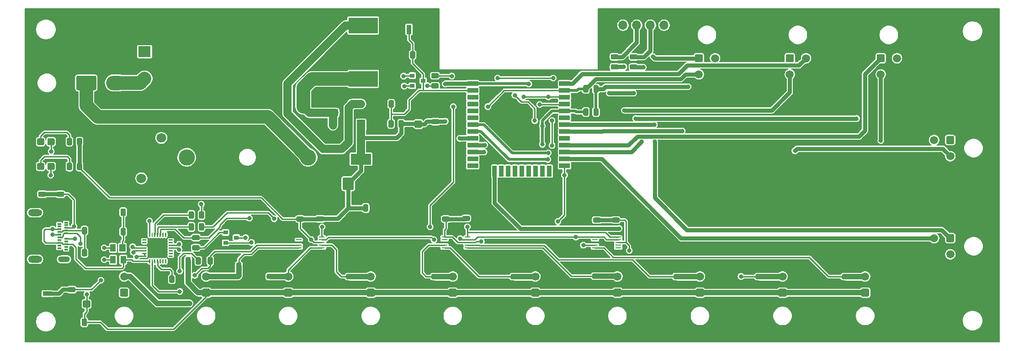
<source format=gtl>
G04 #@! TF.GenerationSoftware,KiCad,Pcbnew,(5.1.9)-1*
G04 #@! TF.CreationDate,2021-01-28T11:08:42-05:00*
G04 #@! TF.ProjectId,Controller,436f6e74-726f-46c6-9c65-722e6b696361,rev?*
G04 #@! TF.SameCoordinates,Original*
G04 #@! TF.FileFunction,Copper,L1,Top*
G04 #@! TF.FilePolarity,Positive*
%FSLAX46Y46*%
G04 Gerber Fmt 4.6, Leading zero omitted, Abs format (unit mm)*
G04 Created by KiCad (PCBNEW (5.1.9)-1) date 2021-01-28 11:08:42*
%MOMM*%
%LPD*%
G01*
G04 APERTURE LIST*
G04 #@! TA.AperFunction,ComponentPad*
%ADD10O,3.700000X2.700000*%
G04 #@! TD*
G04 #@! TA.AperFunction,ComponentPad*
%ADD11O,1.700000X1.700000*%
G04 #@! TD*
G04 #@! TA.AperFunction,ComponentPad*
%ADD12R,1.700000X1.700000*%
G04 #@! TD*
G04 #@! TA.AperFunction,ComponentPad*
%ADD13C,1.500000*%
G04 #@! TD*
G04 #@! TA.AperFunction,SMDPad,CuDef*
%ADD14R,1.100000X0.250000*%
G04 #@! TD*
G04 #@! TA.AperFunction,SMDPad,CuDef*
%ADD15R,1.500000X2.000000*%
G04 #@! TD*
G04 #@! TA.AperFunction,SMDPad,CuDef*
%ADD16R,3.800000X2.000000*%
G04 #@! TD*
G04 #@! TA.AperFunction,SMDPad,CuDef*
%ADD17R,3.350000X3.350000*%
G04 #@! TD*
G04 #@! TA.AperFunction,SMDPad,CuDef*
%ADD18R,2.000000X0.900000*%
G04 #@! TD*
G04 #@! TA.AperFunction,SMDPad,CuDef*
%ADD19R,0.900000X2.000000*%
G04 #@! TD*
G04 #@! TA.AperFunction,SMDPad,CuDef*
%ADD20R,5.000000X5.000000*%
G04 #@! TD*
G04 #@! TA.AperFunction,SMDPad,CuDef*
%ADD21R,1.700000X0.900000*%
G04 #@! TD*
G04 #@! TA.AperFunction,SMDPad,CuDef*
%ADD22R,0.900000X1.700000*%
G04 #@! TD*
G04 #@! TA.AperFunction,ComponentPad*
%ADD23C,1.800000*%
G04 #@! TD*
G04 #@! TA.AperFunction,SMDPad,CuDef*
%ADD24R,0.900000X0.800000*%
G04 #@! TD*
G04 #@! TA.AperFunction,ComponentPad*
%ADD25C,2.300000*%
G04 #@! TD*
G04 #@! TA.AperFunction,ComponentPad*
%ADD26R,2.300000X2.000000*%
G04 #@! TD*
G04 #@! TA.AperFunction,SMDPad,CuDef*
%ADD27R,5.400000X2.900000*%
G04 #@! TD*
G04 #@! TA.AperFunction,SMDPad,CuDef*
%ADD28R,0.700000X0.300000*%
G04 #@! TD*
G04 #@! TA.AperFunction,SMDPad,CuDef*
%ADD29R,0.700000X1.000000*%
G04 #@! TD*
G04 #@! TA.AperFunction,ComponentPad*
%ADD30O,2.200000X1.100000*%
G04 #@! TD*
G04 #@! TA.AperFunction,ComponentPad*
%ADD31O,2.600000X1.300000*%
G04 #@! TD*
G04 #@! TA.AperFunction,ComponentPad*
%ADD32C,3.000000*%
G04 #@! TD*
G04 #@! TA.AperFunction,SMDPad,CuDef*
%ADD33R,1.000000X1.400000*%
G04 #@! TD*
G04 #@! TA.AperFunction,SMDPad,CuDef*
%ADD34R,1.200000X1.400000*%
G04 #@! TD*
G04 #@! TA.AperFunction,ViaPad*
%ADD35C,0.800000*%
G04 #@! TD*
G04 #@! TA.AperFunction,Conductor*
%ADD36C,0.750000*%
G04 #@! TD*
G04 #@! TA.AperFunction,Conductor*
%ADD37C,1.500000*%
G04 #@! TD*
G04 #@! TA.AperFunction,Conductor*
%ADD38C,0.250000*%
G04 #@! TD*
G04 #@! TA.AperFunction,Conductor*
%ADD39C,0.500000*%
G04 #@! TD*
G04 #@! TA.AperFunction,Conductor*
%ADD40C,1.000000*%
G04 #@! TD*
G04 #@! TA.AperFunction,Conductor*
%ADD41C,2.500000*%
G04 #@! TD*
G04 #@! TA.AperFunction,Conductor*
%ADD42C,0.200000*%
G04 #@! TD*
G04 #@! TA.AperFunction,Conductor*
%ADD43C,0.100000*%
G04 #@! TD*
G04 APERTURE END LIST*
D10*
X63200000Y-34100000D03*
G04 #@! TA.AperFunction,ComponentPad*
G36*
G01*
X59299999Y-35450000D02*
X56100001Y-35450000D01*
G75*
G02*
X55850000Y-35199999I0J250001D01*
G01*
X55850000Y-33000001D01*
G75*
G02*
X56100001Y-32750000I250001J0D01*
G01*
X59299999Y-32750000D01*
G75*
G02*
X59550000Y-33000001I0J-250001D01*
G01*
X59550000Y-35199999D01*
G75*
G02*
X59299999Y-35450000I-250001J0D01*
G01*
G37*
G04 #@! TD.AperFunction*
D11*
X164760000Y-23400000D03*
X162220000Y-23400000D03*
X159680000Y-23400000D03*
X157140000Y-23400000D03*
D12*
X154600000Y-23400000D03*
D13*
X174200000Y-32520000D03*
X171200000Y-32520000D03*
X174200000Y-29520000D03*
G04 #@! TA.AperFunction,ComponentPad*
G36*
G01*
X170450000Y-30020000D02*
X170450000Y-29020000D01*
G75*
G02*
X170700000Y-28770000I250000J0D01*
G01*
X171700000Y-28770000D01*
G75*
G02*
X171950000Y-29020000I0J-250000D01*
G01*
X171950000Y-30020000D01*
G75*
G02*
X171700000Y-30270000I-250000J0D01*
G01*
X170700000Y-30270000D01*
G75*
G02*
X170450000Y-30020000I0J250000D01*
G01*
G37*
G04 #@! TD.AperFunction*
G04 #@! TA.AperFunction,SMDPad,CuDef*
G36*
G01*
X159556250Y-29750000D02*
X158643750Y-29750000D01*
G75*
G02*
X158400000Y-29506250I0J243750D01*
G01*
X158400000Y-29018750D01*
G75*
G02*
X158643750Y-28775000I243750J0D01*
G01*
X159556250Y-28775000D01*
G75*
G02*
X159800000Y-29018750I0J-243750D01*
G01*
X159800000Y-29506250D01*
G75*
G02*
X159556250Y-29750000I-243750J0D01*
G01*
G37*
G04 #@! TD.AperFunction*
G04 #@! TA.AperFunction,SMDPad,CuDef*
G36*
G01*
X159556250Y-31625000D02*
X158643750Y-31625000D01*
G75*
G02*
X158400000Y-31381250I0J243750D01*
G01*
X158400000Y-30893750D01*
G75*
G02*
X158643750Y-30650000I243750J0D01*
G01*
X159556250Y-30650000D01*
G75*
G02*
X159800000Y-30893750I0J-243750D01*
G01*
X159800000Y-31381250D01*
G75*
G02*
X159556250Y-31625000I-243750J0D01*
G01*
G37*
G04 #@! TD.AperFunction*
G04 #@! TA.AperFunction,SMDPad,CuDef*
G36*
G01*
X156056250Y-29750000D02*
X155143750Y-29750000D01*
G75*
G02*
X154900000Y-29506250I0J243750D01*
G01*
X154900000Y-29018750D01*
G75*
G02*
X155143750Y-28775000I243750J0D01*
G01*
X156056250Y-28775000D01*
G75*
G02*
X156300000Y-29018750I0J-243750D01*
G01*
X156300000Y-29506250D01*
G75*
G02*
X156056250Y-29750000I-243750J0D01*
G01*
G37*
G04 #@! TD.AperFunction*
G04 #@! TA.AperFunction,SMDPad,CuDef*
G36*
G01*
X156056250Y-31625000D02*
X155143750Y-31625000D01*
G75*
G02*
X154900000Y-31381250I0J243750D01*
G01*
X154900000Y-30893750D01*
G75*
G02*
X155143750Y-30650000I243750J0D01*
G01*
X156056250Y-30650000D01*
G75*
G02*
X156300000Y-30893750I0J-243750D01*
G01*
X156300000Y-31381250D01*
G75*
G02*
X156056250Y-31625000I-243750J0D01*
G01*
G37*
G04 #@! TD.AperFunction*
X140900000Y-70000000D03*
G04 #@! TA.AperFunction,ComponentPad*
G36*
G01*
X141650000Y-72500000D02*
X141650000Y-73500000D01*
G75*
G02*
X141400000Y-73750000I-250000J0D01*
G01*
X140400000Y-73750000D01*
G75*
G02*
X140150000Y-73500000I0J250000D01*
G01*
X140150000Y-72500000D01*
G75*
G02*
X140400000Y-72250000I250000J0D01*
G01*
X141400000Y-72250000D01*
G75*
G02*
X141650000Y-72500000I0J-250000D01*
G01*
G37*
G04 #@! TD.AperFunction*
X95100000Y-70000000D03*
G04 #@! TA.AperFunction,ComponentPad*
G36*
G01*
X95850000Y-72500000D02*
X95850000Y-73500000D01*
G75*
G02*
X95600000Y-73750000I-250000J0D01*
G01*
X94600000Y-73750000D01*
G75*
G02*
X94350000Y-73500000I0J250000D01*
G01*
X94350000Y-72500000D01*
G75*
G02*
X94600000Y-72250000I250000J0D01*
G01*
X95600000Y-72250000D01*
G75*
G02*
X95850000Y-72500000I0J-250000D01*
G01*
G37*
G04 #@! TD.AperFunction*
X171400000Y-70000000D03*
G04 #@! TA.AperFunction,ComponentPad*
G36*
G01*
X172150000Y-72500000D02*
X172150000Y-73500000D01*
G75*
G02*
X171900000Y-73750000I-250000J0D01*
G01*
X170900000Y-73750000D01*
G75*
G02*
X170650000Y-73500000I0J250000D01*
G01*
X170650000Y-72500000D01*
G75*
G02*
X170900000Y-72250000I250000J0D01*
G01*
X171900000Y-72250000D01*
G75*
G02*
X172150000Y-72500000I0J-250000D01*
G01*
G37*
G04 #@! TD.AperFunction*
X125600000Y-70000000D03*
G04 #@! TA.AperFunction,ComponentPad*
G36*
G01*
X126350000Y-72500000D02*
X126350000Y-73500000D01*
G75*
G02*
X126100000Y-73750000I-250000J0D01*
G01*
X125100000Y-73750000D01*
G75*
G02*
X124850000Y-73500000I0J250000D01*
G01*
X124850000Y-72500000D01*
G75*
G02*
X125100000Y-72250000I250000J0D01*
G01*
X126100000Y-72250000D01*
G75*
G02*
X126350000Y-72500000I0J-250000D01*
G01*
G37*
G04 #@! TD.AperFunction*
X79900000Y-70000000D03*
G04 #@! TA.AperFunction,ComponentPad*
G36*
G01*
X80650000Y-72500000D02*
X80650000Y-73500000D01*
G75*
G02*
X80400000Y-73750000I-250000J0D01*
G01*
X79400000Y-73750000D01*
G75*
G02*
X79150000Y-73500000I0J250000D01*
G01*
X79150000Y-72500000D01*
G75*
G02*
X79400000Y-72250000I250000J0D01*
G01*
X80400000Y-72250000D01*
G75*
G02*
X80650000Y-72500000I0J-250000D01*
G01*
G37*
G04 #@! TD.AperFunction*
X156100000Y-70000000D03*
G04 #@! TA.AperFunction,ComponentPad*
G36*
G01*
X156850000Y-72500000D02*
X156850000Y-73500000D01*
G75*
G02*
X156600000Y-73750000I-250000J0D01*
G01*
X155600000Y-73750000D01*
G75*
G02*
X155350000Y-73500000I0J250000D01*
G01*
X155350000Y-72500000D01*
G75*
G02*
X155600000Y-72250000I250000J0D01*
G01*
X156600000Y-72250000D01*
G75*
G02*
X156850000Y-72500000I0J-250000D01*
G01*
G37*
G04 #@! TD.AperFunction*
X110400000Y-70000000D03*
G04 #@! TA.AperFunction,ComponentPad*
G36*
G01*
X111150000Y-72500000D02*
X111150000Y-73500000D01*
G75*
G02*
X110900000Y-73750000I-250000J0D01*
G01*
X109900000Y-73750000D01*
G75*
G02*
X109650000Y-73500000I0J250000D01*
G01*
X109650000Y-72500000D01*
G75*
G02*
X109900000Y-72250000I250000J0D01*
G01*
X110900000Y-72250000D01*
G75*
G02*
X111150000Y-72500000I0J-250000D01*
G01*
G37*
G04 #@! TD.AperFunction*
X64700000Y-70000000D03*
G04 #@! TA.AperFunction,ComponentPad*
G36*
G01*
X65450000Y-72500000D02*
X65450000Y-73500000D01*
G75*
G02*
X65200000Y-73750000I-250000J0D01*
G01*
X64200000Y-73750000D01*
G75*
G02*
X63950000Y-73500000I0J250000D01*
G01*
X63950000Y-72500000D01*
G75*
G02*
X64200000Y-72250000I250000J0D01*
G01*
X65200000Y-72250000D01*
G75*
G02*
X65450000Y-72500000I0J-250000D01*
G01*
G37*
G04 #@! TD.AperFunction*
X202000000Y-70000000D03*
G04 #@! TA.AperFunction,ComponentPad*
G36*
G01*
X202750000Y-72500000D02*
X202750000Y-73500000D01*
G75*
G02*
X202500000Y-73750000I-250000J0D01*
G01*
X201500000Y-73750000D01*
G75*
G02*
X201250000Y-73500000I0J250000D01*
G01*
X201250000Y-72500000D01*
G75*
G02*
X201500000Y-72250000I250000J0D01*
G01*
X202500000Y-72250000D01*
G75*
G02*
X202750000Y-72500000I0J-250000D01*
G01*
G37*
G04 #@! TD.AperFunction*
X186700000Y-70000000D03*
G04 #@! TA.AperFunction,ComponentPad*
G36*
G01*
X187450000Y-72500000D02*
X187450000Y-73500000D01*
G75*
G02*
X187200000Y-73750000I-250000J0D01*
G01*
X186200000Y-73750000D01*
G75*
G02*
X185950000Y-73500000I0J250000D01*
G01*
X185950000Y-72500000D01*
G75*
G02*
X186200000Y-72250000I250000J0D01*
G01*
X187200000Y-72250000D01*
G75*
G02*
X187450000Y-72500000I0J-250000D01*
G01*
G37*
G04 #@! TD.AperFunction*
X214780000Y-65900000D03*
X214780000Y-62900000D03*
X217780000Y-65900000D03*
G04 #@! TA.AperFunction,ComponentPad*
G36*
G01*
X217280000Y-62150000D02*
X218280000Y-62150000D01*
G75*
G02*
X218530000Y-62400000I0J-250000D01*
G01*
X218530000Y-63400000D01*
G75*
G02*
X218280000Y-63650000I-250000J0D01*
G01*
X217280000Y-63650000D01*
G75*
G02*
X217030000Y-63400000I0J250000D01*
G01*
X217030000Y-62400000D01*
G75*
G02*
X217280000Y-62150000I250000J0D01*
G01*
G37*
G04 #@! TD.AperFunction*
X214780000Y-47700000D03*
X214780000Y-44700000D03*
X217780000Y-47700000D03*
G04 #@! TA.AperFunction,ComponentPad*
G36*
G01*
X217280000Y-43950000D02*
X218280000Y-43950000D01*
G75*
G02*
X218530000Y-44200000I0J-250000D01*
G01*
X218530000Y-45200000D01*
G75*
G02*
X218280000Y-45450000I-250000J0D01*
G01*
X217280000Y-45450000D01*
G75*
G02*
X217030000Y-45200000I0J250000D01*
G01*
X217030000Y-44200000D01*
G75*
G02*
X217280000Y-43950000I250000J0D01*
G01*
G37*
G04 #@! TD.AperFunction*
X207900000Y-32520000D03*
X204900000Y-32520000D03*
X207900000Y-29520000D03*
G04 #@! TA.AperFunction,ComponentPad*
G36*
G01*
X204150000Y-30020000D02*
X204150000Y-29020000D01*
G75*
G02*
X204400000Y-28770000I250000J0D01*
G01*
X205400000Y-28770000D01*
G75*
G02*
X205650000Y-29020000I0J-250000D01*
G01*
X205650000Y-30020000D01*
G75*
G02*
X205400000Y-30270000I-250000J0D01*
G01*
X204400000Y-30270000D01*
G75*
G02*
X204150000Y-30020000I0J250000D01*
G01*
G37*
G04 #@! TD.AperFunction*
X191050000Y-32520000D03*
X188050000Y-32520000D03*
X191050000Y-29520000D03*
G04 #@! TA.AperFunction,ComponentPad*
G36*
G01*
X187300000Y-30020000D02*
X187300000Y-29020000D01*
G75*
G02*
X187550000Y-28770000I250000J0D01*
G01*
X188550000Y-28770000D01*
G75*
G02*
X188800000Y-29020000I0J-250000D01*
G01*
X188800000Y-30020000D01*
G75*
G02*
X188550000Y-30270000I-250000J0D01*
G01*
X187550000Y-30270000D01*
G75*
G02*
X187300000Y-30020000I0J250000D01*
G01*
G37*
G04 #@! TD.AperFunction*
D14*
X156250000Y-62700000D03*
X156250000Y-63200000D03*
X156250000Y-63700000D03*
X156250000Y-64200000D03*
X156250000Y-64700000D03*
X151950000Y-64700000D03*
X151950000Y-64200000D03*
X151950000Y-63700000D03*
X151950000Y-63200000D03*
X151950000Y-62700000D03*
X101350000Y-62700000D03*
X101350000Y-63200000D03*
X101350000Y-63700000D03*
X101350000Y-64200000D03*
X101350000Y-64700000D03*
X97050000Y-64700000D03*
X97050000Y-64200000D03*
X97050000Y-63700000D03*
X97050000Y-63200000D03*
X97050000Y-62700000D03*
X128350000Y-62700000D03*
X128350000Y-63200000D03*
X128350000Y-63700000D03*
X128350000Y-64200000D03*
X128350000Y-64700000D03*
X124050000Y-64700000D03*
X124050000Y-64200000D03*
X124050000Y-63700000D03*
X124050000Y-63200000D03*
X124050000Y-62700000D03*
D15*
X110900000Y-41950000D03*
X106300000Y-41950000D03*
X108600000Y-41950000D03*
D16*
X108600000Y-48250000D03*
D17*
X70900000Y-64720000D03*
G04 #@! TA.AperFunction,SMDPad,CuDef*
G36*
G01*
X69275000Y-62607500D02*
X69275000Y-61932500D01*
G75*
G02*
X69337500Y-61870000I62500J0D01*
G01*
X69462500Y-61870000D01*
G75*
G02*
X69525000Y-61932500I0J-62500D01*
G01*
X69525000Y-62607500D01*
G75*
G02*
X69462500Y-62670000I-62500J0D01*
G01*
X69337500Y-62670000D01*
G75*
G02*
X69275000Y-62607500I0J62500D01*
G01*
G37*
G04 #@! TD.AperFunction*
G04 #@! TA.AperFunction,SMDPad,CuDef*
G36*
G01*
X69775000Y-62607500D02*
X69775000Y-61932500D01*
G75*
G02*
X69837500Y-61870000I62500J0D01*
G01*
X69962500Y-61870000D01*
G75*
G02*
X70025000Y-61932500I0J-62500D01*
G01*
X70025000Y-62607500D01*
G75*
G02*
X69962500Y-62670000I-62500J0D01*
G01*
X69837500Y-62670000D01*
G75*
G02*
X69775000Y-62607500I0J62500D01*
G01*
G37*
G04 #@! TD.AperFunction*
G04 #@! TA.AperFunction,SMDPad,CuDef*
G36*
G01*
X70275000Y-62607500D02*
X70275000Y-61932500D01*
G75*
G02*
X70337500Y-61870000I62500J0D01*
G01*
X70462500Y-61870000D01*
G75*
G02*
X70525000Y-61932500I0J-62500D01*
G01*
X70525000Y-62607500D01*
G75*
G02*
X70462500Y-62670000I-62500J0D01*
G01*
X70337500Y-62670000D01*
G75*
G02*
X70275000Y-62607500I0J62500D01*
G01*
G37*
G04 #@! TD.AperFunction*
G04 #@! TA.AperFunction,SMDPad,CuDef*
G36*
G01*
X70775000Y-62607500D02*
X70775000Y-61932500D01*
G75*
G02*
X70837500Y-61870000I62500J0D01*
G01*
X70962500Y-61870000D01*
G75*
G02*
X71025000Y-61932500I0J-62500D01*
G01*
X71025000Y-62607500D01*
G75*
G02*
X70962500Y-62670000I-62500J0D01*
G01*
X70837500Y-62670000D01*
G75*
G02*
X70775000Y-62607500I0J62500D01*
G01*
G37*
G04 #@! TD.AperFunction*
G04 #@! TA.AperFunction,SMDPad,CuDef*
G36*
G01*
X71275000Y-62607500D02*
X71275000Y-61932500D01*
G75*
G02*
X71337500Y-61870000I62500J0D01*
G01*
X71462500Y-61870000D01*
G75*
G02*
X71525000Y-61932500I0J-62500D01*
G01*
X71525000Y-62607500D01*
G75*
G02*
X71462500Y-62670000I-62500J0D01*
G01*
X71337500Y-62670000D01*
G75*
G02*
X71275000Y-62607500I0J62500D01*
G01*
G37*
G04 #@! TD.AperFunction*
G04 #@! TA.AperFunction,SMDPad,CuDef*
G36*
G01*
X71775000Y-62607500D02*
X71775000Y-61932500D01*
G75*
G02*
X71837500Y-61870000I62500J0D01*
G01*
X71962500Y-61870000D01*
G75*
G02*
X72025000Y-61932500I0J-62500D01*
G01*
X72025000Y-62607500D01*
G75*
G02*
X71962500Y-62670000I-62500J0D01*
G01*
X71837500Y-62670000D01*
G75*
G02*
X71775000Y-62607500I0J62500D01*
G01*
G37*
G04 #@! TD.AperFunction*
G04 #@! TA.AperFunction,SMDPad,CuDef*
G36*
G01*
X72275000Y-62607500D02*
X72275000Y-61932500D01*
G75*
G02*
X72337500Y-61870000I62500J0D01*
G01*
X72462500Y-61870000D01*
G75*
G02*
X72525000Y-61932500I0J-62500D01*
G01*
X72525000Y-62607500D01*
G75*
G02*
X72462500Y-62670000I-62500J0D01*
G01*
X72337500Y-62670000D01*
G75*
G02*
X72275000Y-62607500I0J62500D01*
G01*
G37*
G04 #@! TD.AperFunction*
G04 #@! TA.AperFunction,SMDPad,CuDef*
G36*
G01*
X72950000Y-63282500D02*
X72950000Y-63157500D01*
G75*
G02*
X73012500Y-63095000I62500J0D01*
G01*
X73687500Y-63095000D01*
G75*
G02*
X73750000Y-63157500I0J-62500D01*
G01*
X73750000Y-63282500D01*
G75*
G02*
X73687500Y-63345000I-62500J0D01*
G01*
X73012500Y-63345000D01*
G75*
G02*
X72950000Y-63282500I0J62500D01*
G01*
G37*
G04 #@! TD.AperFunction*
G04 #@! TA.AperFunction,SMDPad,CuDef*
G36*
G01*
X72950000Y-63782500D02*
X72950000Y-63657500D01*
G75*
G02*
X73012500Y-63595000I62500J0D01*
G01*
X73687500Y-63595000D01*
G75*
G02*
X73750000Y-63657500I0J-62500D01*
G01*
X73750000Y-63782500D01*
G75*
G02*
X73687500Y-63845000I-62500J0D01*
G01*
X73012500Y-63845000D01*
G75*
G02*
X72950000Y-63782500I0J62500D01*
G01*
G37*
G04 #@! TD.AperFunction*
G04 #@! TA.AperFunction,SMDPad,CuDef*
G36*
G01*
X72950000Y-64282500D02*
X72950000Y-64157500D01*
G75*
G02*
X73012500Y-64095000I62500J0D01*
G01*
X73687500Y-64095000D01*
G75*
G02*
X73750000Y-64157500I0J-62500D01*
G01*
X73750000Y-64282500D01*
G75*
G02*
X73687500Y-64345000I-62500J0D01*
G01*
X73012500Y-64345000D01*
G75*
G02*
X72950000Y-64282500I0J62500D01*
G01*
G37*
G04 #@! TD.AperFunction*
G04 #@! TA.AperFunction,SMDPad,CuDef*
G36*
G01*
X72950000Y-64782500D02*
X72950000Y-64657500D01*
G75*
G02*
X73012500Y-64595000I62500J0D01*
G01*
X73687500Y-64595000D01*
G75*
G02*
X73750000Y-64657500I0J-62500D01*
G01*
X73750000Y-64782500D01*
G75*
G02*
X73687500Y-64845000I-62500J0D01*
G01*
X73012500Y-64845000D01*
G75*
G02*
X72950000Y-64782500I0J62500D01*
G01*
G37*
G04 #@! TD.AperFunction*
G04 #@! TA.AperFunction,SMDPad,CuDef*
G36*
G01*
X72950000Y-65282500D02*
X72950000Y-65157500D01*
G75*
G02*
X73012500Y-65095000I62500J0D01*
G01*
X73687500Y-65095000D01*
G75*
G02*
X73750000Y-65157500I0J-62500D01*
G01*
X73750000Y-65282500D01*
G75*
G02*
X73687500Y-65345000I-62500J0D01*
G01*
X73012500Y-65345000D01*
G75*
G02*
X72950000Y-65282500I0J62500D01*
G01*
G37*
G04 #@! TD.AperFunction*
G04 #@! TA.AperFunction,SMDPad,CuDef*
G36*
G01*
X72950000Y-65782500D02*
X72950000Y-65657500D01*
G75*
G02*
X73012500Y-65595000I62500J0D01*
G01*
X73687500Y-65595000D01*
G75*
G02*
X73750000Y-65657500I0J-62500D01*
G01*
X73750000Y-65782500D01*
G75*
G02*
X73687500Y-65845000I-62500J0D01*
G01*
X73012500Y-65845000D01*
G75*
G02*
X72950000Y-65782500I0J62500D01*
G01*
G37*
G04 #@! TD.AperFunction*
G04 #@! TA.AperFunction,SMDPad,CuDef*
G36*
G01*
X72950000Y-66282500D02*
X72950000Y-66157500D01*
G75*
G02*
X73012500Y-66095000I62500J0D01*
G01*
X73687500Y-66095000D01*
G75*
G02*
X73750000Y-66157500I0J-62500D01*
G01*
X73750000Y-66282500D01*
G75*
G02*
X73687500Y-66345000I-62500J0D01*
G01*
X73012500Y-66345000D01*
G75*
G02*
X72950000Y-66282500I0J62500D01*
G01*
G37*
G04 #@! TD.AperFunction*
G04 #@! TA.AperFunction,SMDPad,CuDef*
G36*
G01*
X72275000Y-67507500D02*
X72275000Y-66832500D01*
G75*
G02*
X72337500Y-66770000I62500J0D01*
G01*
X72462500Y-66770000D01*
G75*
G02*
X72525000Y-66832500I0J-62500D01*
G01*
X72525000Y-67507500D01*
G75*
G02*
X72462500Y-67570000I-62500J0D01*
G01*
X72337500Y-67570000D01*
G75*
G02*
X72275000Y-67507500I0J62500D01*
G01*
G37*
G04 #@! TD.AperFunction*
G04 #@! TA.AperFunction,SMDPad,CuDef*
G36*
G01*
X71775000Y-67507500D02*
X71775000Y-66832500D01*
G75*
G02*
X71837500Y-66770000I62500J0D01*
G01*
X71962500Y-66770000D01*
G75*
G02*
X72025000Y-66832500I0J-62500D01*
G01*
X72025000Y-67507500D01*
G75*
G02*
X71962500Y-67570000I-62500J0D01*
G01*
X71837500Y-67570000D01*
G75*
G02*
X71775000Y-67507500I0J62500D01*
G01*
G37*
G04 #@! TD.AperFunction*
G04 #@! TA.AperFunction,SMDPad,CuDef*
G36*
G01*
X71275000Y-67507500D02*
X71275000Y-66832500D01*
G75*
G02*
X71337500Y-66770000I62500J0D01*
G01*
X71462500Y-66770000D01*
G75*
G02*
X71525000Y-66832500I0J-62500D01*
G01*
X71525000Y-67507500D01*
G75*
G02*
X71462500Y-67570000I-62500J0D01*
G01*
X71337500Y-67570000D01*
G75*
G02*
X71275000Y-67507500I0J62500D01*
G01*
G37*
G04 #@! TD.AperFunction*
G04 #@! TA.AperFunction,SMDPad,CuDef*
G36*
G01*
X70775000Y-67507500D02*
X70775000Y-66832500D01*
G75*
G02*
X70837500Y-66770000I62500J0D01*
G01*
X70962500Y-66770000D01*
G75*
G02*
X71025000Y-66832500I0J-62500D01*
G01*
X71025000Y-67507500D01*
G75*
G02*
X70962500Y-67570000I-62500J0D01*
G01*
X70837500Y-67570000D01*
G75*
G02*
X70775000Y-67507500I0J62500D01*
G01*
G37*
G04 #@! TD.AperFunction*
G04 #@! TA.AperFunction,SMDPad,CuDef*
G36*
G01*
X70275000Y-67507500D02*
X70275000Y-66832500D01*
G75*
G02*
X70337500Y-66770000I62500J0D01*
G01*
X70462500Y-66770000D01*
G75*
G02*
X70525000Y-66832500I0J-62500D01*
G01*
X70525000Y-67507500D01*
G75*
G02*
X70462500Y-67570000I-62500J0D01*
G01*
X70337500Y-67570000D01*
G75*
G02*
X70275000Y-67507500I0J62500D01*
G01*
G37*
G04 #@! TD.AperFunction*
G04 #@! TA.AperFunction,SMDPad,CuDef*
G36*
G01*
X69775000Y-67507500D02*
X69775000Y-66832500D01*
G75*
G02*
X69837500Y-66770000I62500J0D01*
G01*
X69962500Y-66770000D01*
G75*
G02*
X70025000Y-66832500I0J-62500D01*
G01*
X70025000Y-67507500D01*
G75*
G02*
X69962500Y-67570000I-62500J0D01*
G01*
X69837500Y-67570000D01*
G75*
G02*
X69775000Y-67507500I0J62500D01*
G01*
G37*
G04 #@! TD.AperFunction*
G04 #@! TA.AperFunction,SMDPad,CuDef*
G36*
G01*
X69275000Y-67507500D02*
X69275000Y-66832500D01*
G75*
G02*
X69337500Y-66770000I62500J0D01*
G01*
X69462500Y-66770000D01*
G75*
G02*
X69525000Y-66832500I0J-62500D01*
G01*
X69525000Y-67507500D01*
G75*
G02*
X69462500Y-67570000I-62500J0D01*
G01*
X69337500Y-67570000D01*
G75*
G02*
X69275000Y-67507500I0J62500D01*
G01*
G37*
G04 #@! TD.AperFunction*
G04 #@! TA.AperFunction,SMDPad,CuDef*
G36*
G01*
X68050000Y-66282500D02*
X68050000Y-66157500D01*
G75*
G02*
X68112500Y-66095000I62500J0D01*
G01*
X68787500Y-66095000D01*
G75*
G02*
X68850000Y-66157500I0J-62500D01*
G01*
X68850000Y-66282500D01*
G75*
G02*
X68787500Y-66345000I-62500J0D01*
G01*
X68112500Y-66345000D01*
G75*
G02*
X68050000Y-66282500I0J62500D01*
G01*
G37*
G04 #@! TD.AperFunction*
G04 #@! TA.AperFunction,SMDPad,CuDef*
G36*
G01*
X68050000Y-65782500D02*
X68050000Y-65657500D01*
G75*
G02*
X68112500Y-65595000I62500J0D01*
G01*
X68787500Y-65595000D01*
G75*
G02*
X68850000Y-65657500I0J-62500D01*
G01*
X68850000Y-65782500D01*
G75*
G02*
X68787500Y-65845000I-62500J0D01*
G01*
X68112500Y-65845000D01*
G75*
G02*
X68050000Y-65782500I0J62500D01*
G01*
G37*
G04 #@! TD.AperFunction*
G04 #@! TA.AperFunction,SMDPad,CuDef*
G36*
G01*
X68050000Y-65282500D02*
X68050000Y-65157500D01*
G75*
G02*
X68112500Y-65095000I62500J0D01*
G01*
X68787500Y-65095000D01*
G75*
G02*
X68850000Y-65157500I0J-62500D01*
G01*
X68850000Y-65282500D01*
G75*
G02*
X68787500Y-65345000I-62500J0D01*
G01*
X68112500Y-65345000D01*
G75*
G02*
X68050000Y-65282500I0J62500D01*
G01*
G37*
G04 #@! TD.AperFunction*
G04 #@! TA.AperFunction,SMDPad,CuDef*
G36*
G01*
X68050000Y-64782500D02*
X68050000Y-64657500D01*
G75*
G02*
X68112500Y-64595000I62500J0D01*
G01*
X68787500Y-64595000D01*
G75*
G02*
X68850000Y-64657500I0J-62500D01*
G01*
X68850000Y-64782500D01*
G75*
G02*
X68787500Y-64845000I-62500J0D01*
G01*
X68112500Y-64845000D01*
G75*
G02*
X68050000Y-64782500I0J62500D01*
G01*
G37*
G04 #@! TD.AperFunction*
G04 #@! TA.AperFunction,SMDPad,CuDef*
G36*
G01*
X68050000Y-64282500D02*
X68050000Y-64157500D01*
G75*
G02*
X68112500Y-64095000I62500J0D01*
G01*
X68787500Y-64095000D01*
G75*
G02*
X68850000Y-64157500I0J-62500D01*
G01*
X68850000Y-64282500D01*
G75*
G02*
X68787500Y-64345000I-62500J0D01*
G01*
X68112500Y-64345000D01*
G75*
G02*
X68050000Y-64282500I0J62500D01*
G01*
G37*
G04 #@! TD.AperFunction*
G04 #@! TA.AperFunction,SMDPad,CuDef*
G36*
G01*
X68050000Y-63782500D02*
X68050000Y-63657500D01*
G75*
G02*
X68112500Y-63595000I62500J0D01*
G01*
X68787500Y-63595000D01*
G75*
G02*
X68850000Y-63657500I0J-62500D01*
G01*
X68850000Y-63782500D01*
G75*
G02*
X68787500Y-63845000I-62500J0D01*
G01*
X68112500Y-63845000D01*
G75*
G02*
X68050000Y-63782500I0J62500D01*
G01*
G37*
G04 #@! TD.AperFunction*
G04 #@! TA.AperFunction,SMDPad,CuDef*
G36*
G01*
X68050000Y-63282500D02*
X68050000Y-63157500D01*
G75*
G02*
X68112500Y-63095000I62500J0D01*
G01*
X68787500Y-63095000D01*
G75*
G02*
X68850000Y-63157500I0J-62500D01*
G01*
X68850000Y-63282500D01*
G75*
G02*
X68787500Y-63345000I-62500J0D01*
G01*
X68112500Y-63345000D01*
G75*
G02*
X68050000Y-63282500I0J62500D01*
G01*
G37*
G04 #@! TD.AperFunction*
D18*
X146300000Y-32945000D03*
X146300000Y-34215000D03*
X146300000Y-35485000D03*
X146300000Y-36755000D03*
X146300000Y-38025000D03*
X146300000Y-39295000D03*
X146300000Y-40565000D03*
X146300000Y-41835000D03*
X146300000Y-43105000D03*
X146300000Y-44375000D03*
X146300000Y-45645000D03*
X146300000Y-46915000D03*
X146300000Y-48185000D03*
X146300000Y-49455000D03*
D19*
X143515000Y-50455000D03*
X142245000Y-50455000D03*
X140975000Y-50455000D03*
X139705000Y-50455000D03*
X138435000Y-50455000D03*
X137165000Y-50455000D03*
X135895000Y-50455000D03*
X134625000Y-50455000D03*
X133355000Y-50455000D03*
X132085000Y-50455000D03*
D18*
X129300000Y-49455000D03*
X129300000Y-48185000D03*
X129300000Y-46915000D03*
X129300000Y-45645000D03*
X129300000Y-44375000D03*
X129300000Y-43105000D03*
X129300000Y-41835000D03*
X129300000Y-40565000D03*
X129300000Y-39295000D03*
X129300000Y-38025000D03*
X129300000Y-36755000D03*
X129300000Y-35485000D03*
X129300000Y-34215000D03*
X129300000Y-32945000D03*
D20*
X136800000Y-40445000D03*
D21*
X50500000Y-69800000D03*
X50500000Y-73200000D03*
D22*
X120900000Y-24200000D03*
X117500000Y-24200000D03*
D23*
X71600000Y-44300000D03*
X67900000Y-51800000D03*
G04 #@! TA.AperFunction,SMDPad,CuDef*
G36*
G01*
X198856250Y-68650000D02*
X197943750Y-68650000D01*
G75*
G02*
X197700000Y-68406250I0J243750D01*
G01*
X197700000Y-67918750D01*
G75*
G02*
X197943750Y-67675000I243750J0D01*
G01*
X198856250Y-67675000D01*
G75*
G02*
X199100000Y-67918750I0J-243750D01*
G01*
X199100000Y-68406250D01*
G75*
G02*
X198856250Y-68650000I-243750J0D01*
G01*
G37*
G04 #@! TD.AperFunction*
G04 #@! TA.AperFunction,SMDPad,CuDef*
G36*
G01*
X198856250Y-70525000D02*
X197943750Y-70525000D01*
G75*
G02*
X197700000Y-70281250I0J243750D01*
G01*
X197700000Y-69793750D01*
G75*
G02*
X197943750Y-69550000I243750J0D01*
G01*
X198856250Y-69550000D01*
G75*
G02*
X199100000Y-69793750I0J-243750D01*
G01*
X199100000Y-70281250D01*
G75*
G02*
X198856250Y-70525000I-243750J0D01*
G01*
G37*
G04 #@! TD.AperFunction*
G04 #@! TA.AperFunction,SMDPad,CuDef*
G36*
G01*
X182856250Y-68650000D02*
X181943750Y-68650000D01*
G75*
G02*
X181700000Y-68406250I0J243750D01*
G01*
X181700000Y-67918750D01*
G75*
G02*
X181943750Y-67675000I243750J0D01*
G01*
X182856250Y-67675000D01*
G75*
G02*
X183100000Y-67918750I0J-243750D01*
G01*
X183100000Y-68406250D01*
G75*
G02*
X182856250Y-68650000I-243750J0D01*
G01*
G37*
G04 #@! TD.AperFunction*
G04 #@! TA.AperFunction,SMDPad,CuDef*
G36*
G01*
X182856250Y-70525000D02*
X181943750Y-70525000D01*
G75*
G02*
X181700000Y-70281250I0J243750D01*
G01*
X181700000Y-69793750D01*
G75*
G02*
X181943750Y-69550000I243750J0D01*
G01*
X182856250Y-69550000D01*
G75*
G02*
X183100000Y-69793750I0J-243750D01*
G01*
X183100000Y-70281250D01*
G75*
G02*
X182856250Y-70525000I-243750J0D01*
G01*
G37*
G04 #@! TD.AperFunction*
G04 #@! TA.AperFunction,SMDPad,CuDef*
G36*
G01*
X137456250Y-68650000D02*
X136543750Y-68650000D01*
G75*
G02*
X136300000Y-68406250I0J243750D01*
G01*
X136300000Y-67918750D01*
G75*
G02*
X136543750Y-67675000I243750J0D01*
G01*
X137456250Y-67675000D01*
G75*
G02*
X137700000Y-67918750I0J-243750D01*
G01*
X137700000Y-68406250D01*
G75*
G02*
X137456250Y-68650000I-243750J0D01*
G01*
G37*
G04 #@! TD.AperFunction*
G04 #@! TA.AperFunction,SMDPad,CuDef*
G36*
G01*
X137456250Y-70525000D02*
X136543750Y-70525000D01*
G75*
G02*
X136300000Y-70281250I0J243750D01*
G01*
X136300000Y-69793750D01*
G75*
G02*
X136543750Y-69550000I243750J0D01*
G01*
X137456250Y-69550000D01*
G75*
G02*
X137700000Y-69793750I0J-243750D01*
G01*
X137700000Y-70281250D01*
G75*
G02*
X137456250Y-70525000I-243750J0D01*
G01*
G37*
G04 #@! TD.AperFunction*
G04 #@! TA.AperFunction,SMDPad,CuDef*
G36*
G01*
X92256250Y-68612500D02*
X91343750Y-68612500D01*
G75*
G02*
X91100000Y-68368750I0J243750D01*
G01*
X91100000Y-67881250D01*
G75*
G02*
X91343750Y-67637500I243750J0D01*
G01*
X92256250Y-67637500D01*
G75*
G02*
X92500000Y-67881250I0J-243750D01*
G01*
X92500000Y-68368750D01*
G75*
G02*
X92256250Y-68612500I-243750J0D01*
G01*
G37*
G04 #@! TD.AperFunction*
G04 #@! TA.AperFunction,SMDPad,CuDef*
G36*
G01*
X92256250Y-70487500D02*
X91343750Y-70487500D01*
G75*
G02*
X91100000Y-70243750I0J243750D01*
G01*
X91100000Y-69756250D01*
G75*
G02*
X91343750Y-69512500I243750J0D01*
G01*
X92256250Y-69512500D01*
G75*
G02*
X92500000Y-69756250I0J-243750D01*
G01*
X92500000Y-70243750D01*
G75*
G02*
X92256250Y-70487500I-243750J0D01*
G01*
G37*
G04 #@! TD.AperFunction*
G04 #@! TA.AperFunction,SMDPad,CuDef*
G36*
G01*
X167656250Y-68650000D02*
X166743750Y-68650000D01*
G75*
G02*
X166500000Y-68406250I0J243750D01*
G01*
X166500000Y-67918750D01*
G75*
G02*
X166743750Y-67675000I243750J0D01*
G01*
X167656250Y-67675000D01*
G75*
G02*
X167900000Y-67918750I0J-243750D01*
G01*
X167900000Y-68406250D01*
G75*
G02*
X167656250Y-68650000I-243750J0D01*
G01*
G37*
G04 #@! TD.AperFunction*
G04 #@! TA.AperFunction,SMDPad,CuDef*
G36*
G01*
X167656250Y-70525000D02*
X166743750Y-70525000D01*
G75*
G02*
X166500000Y-70281250I0J243750D01*
G01*
X166500000Y-69793750D01*
G75*
G02*
X166743750Y-69550000I243750J0D01*
G01*
X167656250Y-69550000D01*
G75*
G02*
X167900000Y-69793750I0J-243750D01*
G01*
X167900000Y-70281250D01*
G75*
G02*
X167656250Y-70525000I-243750J0D01*
G01*
G37*
G04 #@! TD.AperFunction*
G04 #@! TA.AperFunction,SMDPad,CuDef*
G36*
G01*
X122756250Y-68650000D02*
X121843750Y-68650000D01*
G75*
G02*
X121600000Y-68406250I0J243750D01*
G01*
X121600000Y-67918750D01*
G75*
G02*
X121843750Y-67675000I243750J0D01*
G01*
X122756250Y-67675000D01*
G75*
G02*
X123000000Y-67918750I0J-243750D01*
G01*
X123000000Y-68406250D01*
G75*
G02*
X122756250Y-68650000I-243750J0D01*
G01*
G37*
G04 #@! TD.AperFunction*
G04 #@! TA.AperFunction,SMDPad,CuDef*
G36*
G01*
X122756250Y-70525000D02*
X121843750Y-70525000D01*
G75*
G02*
X121600000Y-70281250I0J243750D01*
G01*
X121600000Y-69793750D01*
G75*
G02*
X121843750Y-69550000I243750J0D01*
G01*
X122756250Y-69550000D01*
G75*
G02*
X123000000Y-69793750I0J-243750D01*
G01*
X123000000Y-70281250D01*
G75*
G02*
X122756250Y-70525000I-243750J0D01*
G01*
G37*
G04 #@! TD.AperFunction*
G04 #@! TA.AperFunction,SMDPad,CuDef*
G36*
G01*
X87350000Y-68556250D02*
X87350000Y-67643750D01*
G75*
G02*
X87593750Y-67400000I243750J0D01*
G01*
X88081250Y-67400000D01*
G75*
G02*
X88325000Y-67643750I0J-243750D01*
G01*
X88325000Y-68556250D01*
G75*
G02*
X88081250Y-68800000I-243750J0D01*
G01*
X87593750Y-68800000D01*
G75*
G02*
X87350000Y-68556250I0J243750D01*
G01*
G37*
G04 #@! TD.AperFunction*
G04 #@! TA.AperFunction,SMDPad,CuDef*
G36*
G01*
X85475000Y-68556250D02*
X85475000Y-67643750D01*
G75*
G02*
X85718750Y-67400000I243750J0D01*
G01*
X86206250Y-67400000D01*
G75*
G02*
X86450000Y-67643750I0J-243750D01*
G01*
X86450000Y-68556250D01*
G75*
G02*
X86206250Y-68800000I-243750J0D01*
G01*
X85718750Y-68800000D01*
G75*
G02*
X85475000Y-68556250I0J243750D01*
G01*
G37*
G04 #@! TD.AperFunction*
G04 #@! TA.AperFunction,SMDPad,CuDef*
G36*
G01*
X152556250Y-68550000D02*
X151643750Y-68550000D01*
G75*
G02*
X151400000Y-68306250I0J243750D01*
G01*
X151400000Y-67818750D01*
G75*
G02*
X151643750Y-67575000I243750J0D01*
G01*
X152556250Y-67575000D01*
G75*
G02*
X152800000Y-67818750I0J-243750D01*
G01*
X152800000Y-68306250D01*
G75*
G02*
X152556250Y-68550000I-243750J0D01*
G01*
G37*
G04 #@! TD.AperFunction*
G04 #@! TA.AperFunction,SMDPad,CuDef*
G36*
G01*
X152556250Y-70425000D02*
X151643750Y-70425000D01*
G75*
G02*
X151400000Y-70181250I0J243750D01*
G01*
X151400000Y-69693750D01*
G75*
G02*
X151643750Y-69450000I243750J0D01*
G01*
X152556250Y-69450000D01*
G75*
G02*
X152800000Y-69693750I0J-243750D01*
G01*
X152800000Y-70181250D01*
G75*
G02*
X152556250Y-70425000I-243750J0D01*
G01*
G37*
G04 #@! TD.AperFunction*
G04 #@! TA.AperFunction,SMDPad,CuDef*
G36*
G01*
X106956250Y-68650000D02*
X106043750Y-68650000D01*
G75*
G02*
X105800000Y-68406250I0J243750D01*
G01*
X105800000Y-67918750D01*
G75*
G02*
X106043750Y-67675000I243750J0D01*
G01*
X106956250Y-67675000D01*
G75*
G02*
X107200000Y-67918750I0J-243750D01*
G01*
X107200000Y-68406250D01*
G75*
G02*
X106956250Y-68650000I-243750J0D01*
G01*
G37*
G04 #@! TD.AperFunction*
G04 #@! TA.AperFunction,SMDPad,CuDef*
G36*
G01*
X106956250Y-70525000D02*
X106043750Y-70525000D01*
G75*
G02*
X105800000Y-70281250I0J243750D01*
G01*
X105800000Y-69793750D01*
G75*
G02*
X106043750Y-69550000I243750J0D01*
G01*
X106956250Y-69550000D01*
G75*
G02*
X107200000Y-69793750I0J-243750D01*
G01*
X107200000Y-70281250D01*
G75*
G02*
X106956250Y-70525000I-243750J0D01*
G01*
G37*
G04 #@! TD.AperFunction*
G04 #@! TA.AperFunction,SMDPad,CuDef*
G36*
G01*
X82050000Y-67556250D02*
X82050000Y-66643750D01*
G75*
G02*
X82293750Y-66400000I243750J0D01*
G01*
X82781250Y-66400000D01*
G75*
G02*
X83025000Y-66643750I0J-243750D01*
G01*
X83025000Y-67556250D01*
G75*
G02*
X82781250Y-67800000I-243750J0D01*
G01*
X82293750Y-67800000D01*
G75*
G02*
X82050000Y-67556250I0J243750D01*
G01*
G37*
G04 #@! TD.AperFunction*
G04 #@! TA.AperFunction,SMDPad,CuDef*
G36*
G01*
X80175000Y-67556250D02*
X80175000Y-66643750D01*
G75*
G02*
X80418750Y-66400000I243750J0D01*
G01*
X80906250Y-66400000D01*
G75*
G02*
X81150000Y-66643750I0J-243750D01*
G01*
X81150000Y-67556250D01*
G75*
G02*
X80906250Y-67800000I-243750J0D01*
G01*
X80418750Y-67800000D01*
G75*
G02*
X80175000Y-67556250I0J243750D01*
G01*
G37*
G04 #@! TD.AperFunction*
G04 #@! TA.AperFunction,SMDPad,CuDef*
G36*
G01*
X150750000Y-34743750D02*
X150750000Y-35656250D01*
G75*
G02*
X150506250Y-35900000I-243750J0D01*
G01*
X150018750Y-35900000D01*
G75*
G02*
X149775000Y-35656250I0J243750D01*
G01*
X149775000Y-34743750D01*
G75*
G02*
X150018750Y-34500000I243750J0D01*
G01*
X150506250Y-34500000D01*
G75*
G02*
X150750000Y-34743750I0J-243750D01*
G01*
G37*
G04 #@! TD.AperFunction*
G04 #@! TA.AperFunction,SMDPad,CuDef*
G36*
G01*
X152625000Y-34743750D02*
X152625000Y-35656250D01*
G75*
G02*
X152381250Y-35900000I-243750J0D01*
G01*
X151893750Y-35900000D01*
G75*
G02*
X151650000Y-35656250I0J243750D01*
G01*
X151650000Y-34743750D01*
G75*
G02*
X151893750Y-34500000I243750J0D01*
G01*
X152381250Y-34500000D01*
G75*
G02*
X152625000Y-34743750I0J-243750D01*
G01*
G37*
G04 #@! TD.AperFunction*
G04 #@! TA.AperFunction,SMDPad,CuDef*
G36*
G01*
X150750000Y-39043750D02*
X150750000Y-39956250D01*
G75*
G02*
X150506250Y-40200000I-243750J0D01*
G01*
X150018750Y-40200000D01*
G75*
G02*
X149775000Y-39956250I0J243750D01*
G01*
X149775000Y-39043750D01*
G75*
G02*
X150018750Y-38800000I243750J0D01*
G01*
X150506250Y-38800000D01*
G75*
G02*
X150750000Y-39043750I0J-243750D01*
G01*
G37*
G04 #@! TD.AperFunction*
G04 #@! TA.AperFunction,SMDPad,CuDef*
G36*
G01*
X152625000Y-39043750D02*
X152625000Y-39956250D01*
G75*
G02*
X152381250Y-40200000I-243750J0D01*
G01*
X151893750Y-40200000D01*
G75*
G02*
X151650000Y-39956250I0J243750D01*
G01*
X151650000Y-39043750D01*
G75*
G02*
X151893750Y-38800000I243750J0D01*
G01*
X152381250Y-38800000D01*
G75*
G02*
X152625000Y-39043750I0J-243750D01*
G01*
G37*
G04 #@! TD.AperFunction*
G04 #@! TA.AperFunction,SMDPad,CuDef*
G36*
G01*
X114650000Y-41243750D02*
X114650000Y-42156250D01*
G75*
G02*
X114406250Y-42400000I-243750J0D01*
G01*
X113918750Y-42400000D01*
G75*
G02*
X113675000Y-42156250I0J243750D01*
G01*
X113675000Y-41243750D01*
G75*
G02*
X113918750Y-41000000I243750J0D01*
G01*
X114406250Y-41000000D01*
G75*
G02*
X114650000Y-41243750I0J-243750D01*
G01*
G37*
G04 #@! TD.AperFunction*
G04 #@! TA.AperFunction,SMDPad,CuDef*
G36*
G01*
X116525000Y-41243750D02*
X116525000Y-42156250D01*
G75*
G02*
X116281250Y-42400000I-243750J0D01*
G01*
X115793750Y-42400000D01*
G75*
G02*
X115550000Y-42156250I0J243750D01*
G01*
X115550000Y-41243750D01*
G75*
G02*
X115793750Y-41000000I243750J0D01*
G01*
X116281250Y-41000000D01*
G75*
G02*
X116525000Y-41243750I0J-243750D01*
G01*
G37*
G04 #@! TD.AperFunction*
G04 #@! TA.AperFunction,SMDPad,CuDef*
G36*
G01*
X78456250Y-63287500D02*
X77543750Y-63287500D01*
G75*
G02*
X77300000Y-63043750I0J243750D01*
G01*
X77300000Y-62556250D01*
G75*
G02*
X77543750Y-62312500I243750J0D01*
G01*
X78456250Y-62312500D01*
G75*
G02*
X78700000Y-62556250I0J-243750D01*
G01*
X78700000Y-63043750D01*
G75*
G02*
X78456250Y-63287500I-243750J0D01*
G01*
G37*
G04 #@! TD.AperFunction*
G04 #@! TA.AperFunction,SMDPad,CuDef*
G36*
G01*
X78456250Y-65162500D02*
X77543750Y-65162500D01*
G75*
G02*
X77300000Y-64918750I0J243750D01*
G01*
X77300000Y-64431250D01*
G75*
G02*
X77543750Y-64187500I243750J0D01*
G01*
X78456250Y-64187500D01*
G75*
G02*
X78700000Y-64431250I0J-243750D01*
G01*
X78700000Y-64918750D01*
G75*
G02*
X78456250Y-65162500I-243750J0D01*
G01*
G37*
G04 #@! TD.AperFunction*
G04 #@! TA.AperFunction,SMDPad,CuDef*
G36*
G01*
X121843750Y-34150000D02*
X122756250Y-34150000D01*
G75*
G02*
X123000000Y-34393750I0J-243750D01*
G01*
X123000000Y-34881250D01*
G75*
G02*
X122756250Y-35125000I-243750J0D01*
G01*
X121843750Y-35125000D01*
G75*
G02*
X121600000Y-34881250I0J243750D01*
G01*
X121600000Y-34393750D01*
G75*
G02*
X121843750Y-34150000I243750J0D01*
G01*
G37*
G04 #@! TD.AperFunction*
G04 #@! TA.AperFunction,SMDPad,CuDef*
G36*
G01*
X121843750Y-32275000D02*
X122756250Y-32275000D01*
G75*
G02*
X123000000Y-32518750I0J-243750D01*
G01*
X123000000Y-33006250D01*
G75*
G02*
X122756250Y-33250000I-243750J0D01*
G01*
X121843750Y-33250000D01*
G75*
G02*
X121600000Y-33006250I0J243750D01*
G01*
X121600000Y-32518750D01*
G75*
G02*
X121843750Y-32275000I243750J0D01*
G01*
G37*
G04 #@! TD.AperFunction*
G04 #@! TA.AperFunction,SMDPad,CuDef*
G36*
G01*
X58750000Y-61956250D02*
X58750000Y-61043750D01*
G75*
G02*
X58993750Y-60800000I243750J0D01*
G01*
X59481250Y-60800000D01*
G75*
G02*
X59725000Y-61043750I0J-243750D01*
G01*
X59725000Y-61956250D01*
G75*
G02*
X59481250Y-62200000I-243750J0D01*
G01*
X58993750Y-62200000D01*
G75*
G02*
X58750000Y-61956250I0J243750D01*
G01*
G37*
G04 #@! TD.AperFunction*
G04 #@! TA.AperFunction,SMDPad,CuDef*
G36*
G01*
X56875000Y-61956250D02*
X56875000Y-61043750D01*
G75*
G02*
X57118750Y-60800000I243750J0D01*
G01*
X57606250Y-60800000D01*
G75*
G02*
X57850000Y-61043750I0J-243750D01*
G01*
X57850000Y-61956250D01*
G75*
G02*
X57606250Y-62200000I-243750J0D01*
G01*
X57118750Y-62200000D01*
G75*
G02*
X56875000Y-61956250I0J243750D01*
G01*
G37*
G04 #@! TD.AperFunction*
G04 #@! TA.AperFunction,SMDPad,CuDef*
G36*
G01*
X58750000Y-66056250D02*
X58750000Y-65143750D01*
G75*
G02*
X58993750Y-64900000I243750J0D01*
G01*
X59481250Y-64900000D01*
G75*
G02*
X59725000Y-65143750I0J-243750D01*
G01*
X59725000Y-66056250D01*
G75*
G02*
X59481250Y-66300000I-243750J0D01*
G01*
X58993750Y-66300000D01*
G75*
G02*
X58750000Y-66056250I0J243750D01*
G01*
G37*
G04 #@! TD.AperFunction*
G04 #@! TA.AperFunction,SMDPad,CuDef*
G36*
G01*
X56875000Y-66056250D02*
X56875000Y-65143750D01*
G75*
G02*
X57118750Y-64900000I243750J0D01*
G01*
X57606250Y-64900000D01*
G75*
G02*
X57850000Y-65143750I0J-243750D01*
G01*
X57850000Y-66056250D01*
G75*
G02*
X57606250Y-66300000I-243750J0D01*
G01*
X57118750Y-66300000D01*
G75*
G02*
X56875000Y-66056250I0J243750D01*
G01*
G37*
G04 #@! TD.AperFunction*
G04 #@! TA.AperFunction,SMDPad,CuDef*
G36*
G01*
X63150000Y-57643750D02*
X63150000Y-58556250D01*
G75*
G02*
X62906250Y-58800000I-243750J0D01*
G01*
X62418750Y-58800000D01*
G75*
G02*
X62175000Y-58556250I0J243750D01*
G01*
X62175000Y-57643750D01*
G75*
G02*
X62418750Y-57400000I243750J0D01*
G01*
X62906250Y-57400000D01*
G75*
G02*
X63150000Y-57643750I0J-243750D01*
G01*
G37*
G04 #@! TD.AperFunction*
G04 #@! TA.AperFunction,SMDPad,CuDef*
G36*
G01*
X65025000Y-57643750D02*
X65025000Y-58556250D01*
G75*
G02*
X64781250Y-58800000I-243750J0D01*
G01*
X64293750Y-58800000D01*
G75*
G02*
X64050000Y-58556250I0J243750D01*
G01*
X64050000Y-57643750D01*
G75*
G02*
X64293750Y-57400000I243750J0D01*
G01*
X64781250Y-57400000D01*
G75*
G02*
X65025000Y-57643750I0J-243750D01*
G01*
G37*
G04 #@! TD.AperFunction*
G04 #@! TA.AperFunction,SMDPad,CuDef*
G36*
G01*
X55050000Y-44543750D02*
X55050000Y-45456250D01*
G75*
G02*
X54806250Y-45700000I-243750J0D01*
G01*
X54318750Y-45700000D01*
G75*
G02*
X54075000Y-45456250I0J243750D01*
G01*
X54075000Y-44543750D01*
G75*
G02*
X54318750Y-44300000I243750J0D01*
G01*
X54806250Y-44300000D01*
G75*
G02*
X55050000Y-44543750I0J-243750D01*
G01*
G37*
G04 #@! TD.AperFunction*
G04 #@! TA.AperFunction,SMDPad,CuDef*
G36*
G01*
X56925000Y-44543750D02*
X56925000Y-45456250D01*
G75*
G02*
X56681250Y-45700000I-243750J0D01*
G01*
X56193750Y-45700000D01*
G75*
G02*
X55950000Y-45456250I0J243750D01*
G01*
X55950000Y-44543750D01*
G75*
G02*
X56193750Y-44300000I243750J0D01*
G01*
X56681250Y-44300000D01*
G75*
G02*
X56925000Y-44543750I0J-243750D01*
G01*
G37*
G04 #@! TD.AperFunction*
G04 #@! TA.AperFunction,SMDPad,CuDef*
G36*
G01*
X55050000Y-49143750D02*
X55050000Y-50056250D01*
G75*
G02*
X54806250Y-50300000I-243750J0D01*
G01*
X54318750Y-50300000D01*
G75*
G02*
X54075000Y-50056250I0J243750D01*
G01*
X54075000Y-49143750D01*
G75*
G02*
X54318750Y-48900000I243750J0D01*
G01*
X54806250Y-48900000D01*
G75*
G02*
X55050000Y-49143750I0J-243750D01*
G01*
G37*
G04 #@! TD.AperFunction*
G04 #@! TA.AperFunction,SMDPad,CuDef*
G36*
G01*
X56925000Y-49143750D02*
X56925000Y-50056250D01*
G75*
G02*
X56681250Y-50300000I-243750J0D01*
G01*
X56193750Y-50300000D01*
G75*
G02*
X55950000Y-50056250I0J243750D01*
G01*
X55950000Y-49143750D01*
G75*
G02*
X56193750Y-48900000I243750J0D01*
G01*
X56681250Y-48900000D01*
G75*
G02*
X56925000Y-49143750I0J-243750D01*
G01*
G37*
G04 #@! TD.AperFunction*
G04 #@! TA.AperFunction,SMDPad,CuDef*
G36*
G01*
X77950000Y-67556250D02*
X77950000Y-66643750D01*
G75*
G02*
X78193750Y-66400000I243750J0D01*
G01*
X78681250Y-66400000D01*
G75*
G02*
X78925000Y-66643750I0J-243750D01*
G01*
X78925000Y-67556250D01*
G75*
G02*
X78681250Y-67800000I-243750J0D01*
G01*
X78193750Y-67800000D01*
G75*
G02*
X77950000Y-67556250I0J243750D01*
G01*
G37*
G04 #@! TD.AperFunction*
G04 #@! TA.AperFunction,SMDPad,CuDef*
G36*
G01*
X76075000Y-67556250D02*
X76075000Y-66643750D01*
G75*
G02*
X76318750Y-66400000I243750J0D01*
G01*
X76806250Y-66400000D01*
G75*
G02*
X77050000Y-66643750I0J-243750D01*
G01*
X77050000Y-67556250D01*
G75*
G02*
X76806250Y-67800000I-243750J0D01*
G01*
X76318750Y-67800000D01*
G75*
G02*
X76075000Y-67556250I0J243750D01*
G01*
G37*
G04 #@! TD.AperFunction*
G04 #@! TA.AperFunction,SMDPad,CuDef*
G36*
G01*
X72150000Y-70043750D02*
X72150000Y-70956250D01*
G75*
G02*
X71906250Y-71200000I-243750J0D01*
G01*
X71418750Y-71200000D01*
G75*
G02*
X71175000Y-70956250I0J243750D01*
G01*
X71175000Y-70043750D01*
G75*
G02*
X71418750Y-69800000I243750J0D01*
G01*
X71906250Y-69800000D01*
G75*
G02*
X72150000Y-70043750I0J-243750D01*
G01*
G37*
G04 #@! TD.AperFunction*
G04 #@! TA.AperFunction,SMDPad,CuDef*
G36*
G01*
X74025000Y-70043750D02*
X74025000Y-70956250D01*
G75*
G02*
X73781250Y-71200000I-243750J0D01*
G01*
X73293750Y-71200000D01*
G75*
G02*
X73050000Y-70956250I0J243750D01*
G01*
X73050000Y-70043750D01*
G75*
G02*
X73293750Y-69800000I243750J0D01*
G01*
X73781250Y-69800000D01*
G75*
G02*
X74025000Y-70043750I0J-243750D01*
G01*
G37*
G04 #@! TD.AperFunction*
G04 #@! TA.AperFunction,SMDPad,CuDef*
G36*
G01*
X78550000Y-59056250D02*
X78550000Y-58143750D01*
G75*
G02*
X78793750Y-57900000I243750J0D01*
G01*
X79281250Y-57900000D01*
G75*
G02*
X79525000Y-58143750I0J-243750D01*
G01*
X79525000Y-59056250D01*
G75*
G02*
X79281250Y-59300000I-243750J0D01*
G01*
X78793750Y-59300000D01*
G75*
G02*
X78550000Y-59056250I0J243750D01*
G01*
G37*
G04 #@! TD.AperFunction*
G04 #@! TA.AperFunction,SMDPad,CuDef*
G36*
G01*
X76675000Y-59056250D02*
X76675000Y-58143750D01*
G75*
G02*
X76918750Y-57900000I243750J0D01*
G01*
X77406250Y-57900000D01*
G75*
G02*
X77650000Y-58143750I0J-243750D01*
G01*
X77650000Y-59056250D01*
G75*
G02*
X77406250Y-59300000I-243750J0D01*
G01*
X76918750Y-59300000D01*
G75*
G02*
X76675000Y-59056250I0J243750D01*
G01*
G37*
G04 #@! TD.AperFunction*
G04 #@! TA.AperFunction,SMDPad,CuDef*
G36*
G01*
X78550000Y-61256250D02*
X78550000Y-60343750D01*
G75*
G02*
X78793750Y-60100000I243750J0D01*
G01*
X79281250Y-60100000D01*
G75*
G02*
X79525000Y-60343750I0J-243750D01*
G01*
X79525000Y-61256250D01*
G75*
G02*
X79281250Y-61500000I-243750J0D01*
G01*
X78793750Y-61500000D01*
G75*
G02*
X78550000Y-61256250I0J243750D01*
G01*
G37*
G04 #@! TD.AperFunction*
G04 #@! TA.AperFunction,SMDPad,CuDef*
G36*
G01*
X76675000Y-61256250D02*
X76675000Y-60343750D01*
G75*
G02*
X76918750Y-60100000I243750J0D01*
G01*
X77406250Y-60100000D01*
G75*
G02*
X77650000Y-60343750I0J-243750D01*
G01*
X77650000Y-61256250D01*
G75*
G02*
X77406250Y-61500000I-243750J0D01*
G01*
X76918750Y-61500000D01*
G75*
G02*
X76675000Y-61256250I0J243750D01*
G01*
G37*
G04 #@! TD.AperFunction*
D24*
X85500000Y-62800000D03*
X83500000Y-63750000D03*
X83500000Y-61850000D03*
X120100000Y-33700000D03*
X118100000Y-34650000D03*
X118100000Y-32750000D03*
D25*
X97900000Y-38500000D03*
X68500000Y-33300000D03*
D26*
X68500000Y-28300000D03*
D25*
X97900000Y-23100000D03*
D27*
X109000000Y-23450000D03*
X109000000Y-33350000D03*
D28*
X53970000Y-59500000D03*
X53970000Y-60000000D03*
X53970000Y-60500000D03*
X53970000Y-61000000D03*
X53970000Y-61500000D03*
X53970000Y-62000000D03*
X53970000Y-63000000D03*
X53970000Y-63500000D03*
X53970000Y-64000000D03*
X53970000Y-64500000D03*
X53970000Y-65000000D03*
X53970000Y-65500000D03*
D29*
X52670000Y-65600000D03*
D28*
X52670000Y-64750000D03*
X52670000Y-64250000D03*
X52670000Y-63750000D03*
X52670000Y-63250000D03*
X52670000Y-62750000D03*
X52670000Y-62250000D03*
X52670000Y-61750000D03*
X52670000Y-61250000D03*
X52670000Y-60750000D03*
X52670000Y-60250000D03*
D29*
X52670000Y-59400000D03*
D30*
X53560000Y-58180000D03*
X53560000Y-66820000D03*
D31*
X48200000Y-58180000D03*
X48200000Y-66820000D03*
D32*
X98800000Y-47900000D03*
X76300000Y-47900000D03*
D33*
X64550000Y-66900000D03*
X62650000Y-66900000D03*
X62650000Y-64700000D03*
D34*
X64370000Y-64700000D03*
G04 #@! TA.AperFunction,SMDPad,CuDef*
G36*
G01*
X49900000Y-44599999D02*
X49900000Y-45400001D01*
G75*
G02*
X49650001Y-45650000I-249999J0D01*
G01*
X48824999Y-45650000D01*
G75*
G02*
X48575000Y-45400001I0J249999D01*
G01*
X48575000Y-44599999D01*
G75*
G02*
X48824999Y-44350000I249999J0D01*
G01*
X49650001Y-44350000D01*
G75*
G02*
X49900000Y-44599999I0J-249999D01*
G01*
G37*
G04 #@! TD.AperFunction*
G04 #@! TA.AperFunction,SMDPad,CuDef*
G36*
G01*
X51825000Y-44599999D02*
X51825000Y-45400001D01*
G75*
G02*
X51575001Y-45650000I-249999J0D01*
G01*
X50749999Y-45650000D01*
G75*
G02*
X50500000Y-45400001I0J249999D01*
G01*
X50500000Y-44599999D01*
G75*
G02*
X50749999Y-44350000I249999J0D01*
G01*
X51575001Y-44350000D01*
G75*
G02*
X51825000Y-44599999I0J-249999D01*
G01*
G37*
G04 #@! TD.AperFunction*
G04 #@! TA.AperFunction,SMDPad,CuDef*
G36*
G01*
X49900000Y-49199999D02*
X49900000Y-50000001D01*
G75*
G02*
X49650001Y-50250000I-249999J0D01*
G01*
X48824999Y-50250000D01*
G75*
G02*
X48575000Y-50000001I0J249999D01*
G01*
X48575000Y-49199999D01*
G75*
G02*
X48824999Y-48950000I249999J0D01*
G01*
X49650001Y-48950000D01*
G75*
G02*
X49900000Y-49199999I0J-249999D01*
G01*
G37*
G04 #@! TD.AperFunction*
G04 #@! TA.AperFunction,SMDPad,CuDef*
G36*
G01*
X51825000Y-49199999D02*
X51825000Y-50000001D01*
G75*
G02*
X51575001Y-50250000I-249999J0D01*
G01*
X50749999Y-50250000D01*
G75*
G02*
X50500000Y-50000001I0J249999D01*
G01*
X50500000Y-49199999D01*
G75*
G02*
X50749999Y-48950000I249999J0D01*
G01*
X51575001Y-48950000D01*
G75*
G02*
X51825000Y-49199999I0J-249999D01*
G01*
G37*
G04 #@! TD.AperFunction*
G04 #@! TA.AperFunction,SMDPad,CuDef*
G36*
G01*
X156256250Y-58150000D02*
X155343750Y-58150000D01*
G75*
G02*
X155100000Y-57906250I0J243750D01*
G01*
X155100000Y-57418750D01*
G75*
G02*
X155343750Y-57175000I243750J0D01*
G01*
X156256250Y-57175000D01*
G75*
G02*
X156500000Y-57418750I0J-243750D01*
G01*
X156500000Y-57906250D01*
G75*
G02*
X156256250Y-58150000I-243750J0D01*
G01*
G37*
G04 #@! TD.AperFunction*
G04 #@! TA.AperFunction,SMDPad,CuDef*
G36*
G01*
X156256250Y-60025000D02*
X155343750Y-60025000D01*
G75*
G02*
X155100000Y-59781250I0J243750D01*
G01*
X155100000Y-59293750D01*
G75*
G02*
X155343750Y-59050000I243750J0D01*
G01*
X156256250Y-59050000D01*
G75*
G02*
X156500000Y-59293750I0J-243750D01*
G01*
X156500000Y-59781250D01*
G75*
G02*
X156256250Y-60025000I-243750J0D01*
G01*
G37*
G04 #@! TD.AperFunction*
G04 #@! TA.AperFunction,SMDPad,CuDef*
G36*
G01*
X152756250Y-58150000D02*
X151843750Y-58150000D01*
G75*
G02*
X151600000Y-57906250I0J243750D01*
G01*
X151600000Y-57418750D01*
G75*
G02*
X151843750Y-57175000I243750J0D01*
G01*
X152756250Y-57175000D01*
G75*
G02*
X153000000Y-57418750I0J-243750D01*
G01*
X153000000Y-57906250D01*
G75*
G02*
X152756250Y-58150000I-243750J0D01*
G01*
G37*
G04 #@! TD.AperFunction*
G04 #@! TA.AperFunction,SMDPad,CuDef*
G36*
G01*
X152756250Y-60025000D02*
X151843750Y-60025000D01*
G75*
G02*
X151600000Y-59781250I0J243750D01*
G01*
X151600000Y-59293750D01*
G75*
G02*
X151843750Y-59050000I243750J0D01*
G01*
X152756250Y-59050000D01*
G75*
G02*
X153000000Y-59293750I0J-243750D01*
G01*
X153000000Y-59781250D01*
G75*
G02*
X152756250Y-60025000I-243750J0D01*
G01*
G37*
G04 #@! TD.AperFunction*
G04 #@! TA.AperFunction,SMDPad,CuDef*
G36*
G01*
X101456250Y-57912500D02*
X100543750Y-57912500D01*
G75*
G02*
X100300000Y-57668750I0J243750D01*
G01*
X100300000Y-57181250D01*
G75*
G02*
X100543750Y-56937500I243750J0D01*
G01*
X101456250Y-56937500D01*
G75*
G02*
X101700000Y-57181250I0J-243750D01*
G01*
X101700000Y-57668750D01*
G75*
G02*
X101456250Y-57912500I-243750J0D01*
G01*
G37*
G04 #@! TD.AperFunction*
G04 #@! TA.AperFunction,SMDPad,CuDef*
G36*
G01*
X101456250Y-59787500D02*
X100543750Y-59787500D01*
G75*
G02*
X100300000Y-59543750I0J243750D01*
G01*
X100300000Y-59056250D01*
G75*
G02*
X100543750Y-58812500I243750J0D01*
G01*
X101456250Y-58812500D01*
G75*
G02*
X101700000Y-59056250I0J-243750D01*
G01*
X101700000Y-59543750D01*
G75*
G02*
X101456250Y-59787500I-243750J0D01*
G01*
G37*
G04 #@! TD.AperFunction*
G04 #@! TA.AperFunction,SMDPad,CuDef*
G36*
G01*
X128556250Y-57850000D02*
X127643750Y-57850000D01*
G75*
G02*
X127400000Y-57606250I0J243750D01*
G01*
X127400000Y-57118750D01*
G75*
G02*
X127643750Y-56875000I243750J0D01*
G01*
X128556250Y-56875000D01*
G75*
G02*
X128800000Y-57118750I0J-243750D01*
G01*
X128800000Y-57606250D01*
G75*
G02*
X128556250Y-57850000I-243750J0D01*
G01*
G37*
G04 #@! TD.AperFunction*
G04 #@! TA.AperFunction,SMDPad,CuDef*
G36*
G01*
X128556250Y-59725000D02*
X127643750Y-59725000D01*
G75*
G02*
X127400000Y-59481250I0J243750D01*
G01*
X127400000Y-58993750D01*
G75*
G02*
X127643750Y-58750000I243750J0D01*
G01*
X128556250Y-58750000D01*
G75*
G02*
X128800000Y-58993750I0J-243750D01*
G01*
X128800000Y-59481250D01*
G75*
G02*
X128556250Y-59725000I-243750J0D01*
G01*
G37*
G04 #@! TD.AperFunction*
G04 #@! TA.AperFunction,SMDPad,CuDef*
G36*
G01*
X97756250Y-57950000D02*
X96843750Y-57950000D01*
G75*
G02*
X96600000Y-57706250I0J243750D01*
G01*
X96600000Y-57218750D01*
G75*
G02*
X96843750Y-56975000I243750J0D01*
G01*
X97756250Y-56975000D01*
G75*
G02*
X98000000Y-57218750I0J-243750D01*
G01*
X98000000Y-57706250D01*
G75*
G02*
X97756250Y-57950000I-243750J0D01*
G01*
G37*
G04 #@! TD.AperFunction*
G04 #@! TA.AperFunction,SMDPad,CuDef*
G36*
G01*
X97756250Y-59825000D02*
X96843750Y-59825000D01*
G75*
G02*
X96600000Y-59581250I0J243750D01*
G01*
X96600000Y-59093750D01*
G75*
G02*
X96843750Y-58850000I243750J0D01*
G01*
X97756250Y-58850000D01*
G75*
G02*
X98000000Y-59093750I0J-243750D01*
G01*
X98000000Y-59581250D01*
G75*
G02*
X97756250Y-59825000I-243750J0D01*
G01*
G37*
G04 #@! TD.AperFunction*
G04 #@! TA.AperFunction,SMDPad,CuDef*
G36*
G01*
X124756250Y-57950000D02*
X123843750Y-57950000D01*
G75*
G02*
X123600000Y-57706250I0J243750D01*
G01*
X123600000Y-57218750D01*
G75*
G02*
X123843750Y-56975000I243750J0D01*
G01*
X124756250Y-56975000D01*
G75*
G02*
X125000000Y-57218750I0J-243750D01*
G01*
X125000000Y-57706250D01*
G75*
G02*
X124756250Y-57950000I-243750J0D01*
G01*
G37*
G04 #@! TD.AperFunction*
G04 #@! TA.AperFunction,SMDPad,CuDef*
G36*
G01*
X124756250Y-59825000D02*
X123843750Y-59825000D01*
G75*
G02*
X123600000Y-59581250I0J243750D01*
G01*
X123600000Y-59093750D01*
G75*
G02*
X123843750Y-58850000I243750J0D01*
G01*
X124756250Y-58850000D01*
G75*
G02*
X125000000Y-59093750I0J-243750D01*
G01*
X125000000Y-59581250D01*
G75*
G02*
X124756250Y-59825000I-243750J0D01*
G01*
G37*
G04 #@! TD.AperFunction*
G04 #@! TA.AperFunction,SMDPad,CuDef*
G36*
G01*
X110450000Y-38425001D02*
X110450000Y-37574999D01*
G75*
G02*
X110699999Y-37325000I249999J0D01*
G01*
X111600001Y-37325000D01*
G75*
G02*
X111850000Y-37574999I0J-249999D01*
G01*
X111850000Y-38425001D01*
G75*
G02*
X111600001Y-38675000I-249999J0D01*
G01*
X110699999Y-38675000D01*
G75*
G02*
X110450000Y-38425001I0J249999D01*
G01*
G37*
G04 #@! TD.AperFunction*
G04 #@! TA.AperFunction,SMDPad,CuDef*
G36*
G01*
X107750000Y-38425001D02*
X107750000Y-37574999D01*
G75*
G02*
X107999999Y-37325000I249999J0D01*
G01*
X108900001Y-37325000D01*
G75*
G02*
X109150000Y-37574999I0J-249999D01*
G01*
X109150000Y-38425001D01*
G75*
G02*
X108900001Y-38675000I-249999J0D01*
G01*
X107999999Y-38675000D01*
G75*
G02*
X107750000Y-38425001I0J249999D01*
G01*
G37*
G04 #@! TD.AperFunction*
G04 #@! TA.AperFunction,SMDPad,CuDef*
G36*
G01*
X104125001Y-37650000D02*
X103274999Y-37650000D01*
G75*
G02*
X103025000Y-37400001I0J249999D01*
G01*
X103025000Y-36499999D01*
G75*
G02*
X103274999Y-36250000I249999J0D01*
G01*
X104125001Y-36250000D01*
G75*
G02*
X104375000Y-36499999I0J-249999D01*
G01*
X104375000Y-37400001D01*
G75*
G02*
X104125001Y-37650000I-249999J0D01*
G01*
G37*
G04 #@! TD.AperFunction*
G04 #@! TA.AperFunction,SMDPad,CuDef*
G36*
G01*
X104125001Y-40350000D02*
X103274999Y-40350000D01*
G75*
G02*
X103025000Y-40100001I0J249999D01*
G01*
X103025000Y-39199999D01*
G75*
G02*
X103274999Y-38950000I249999J0D01*
G01*
X104125001Y-38950000D01*
G75*
G02*
X104375000Y-39199999I0J-249999D01*
G01*
X104375000Y-40100001D01*
G75*
G02*
X104125001Y-40350000I-249999J0D01*
G01*
G37*
G04 #@! TD.AperFunction*
G04 #@! TA.AperFunction,SMDPad,CuDef*
G36*
G01*
X110125000Y-53725000D02*
X110125000Y-51875000D01*
G75*
G02*
X110375000Y-51625000I250000J0D01*
G01*
X111950000Y-51625000D01*
G75*
G02*
X112200000Y-51875000I0J-250000D01*
G01*
X112200000Y-53725000D01*
G75*
G02*
X111950000Y-53975000I-250000J0D01*
G01*
X110375000Y-53975000D01*
G75*
G02*
X110125000Y-53725000I0J250000D01*
G01*
G37*
G04 #@! TD.AperFunction*
G04 #@! TA.AperFunction,SMDPad,CuDef*
G36*
G01*
X105200000Y-53725000D02*
X105200000Y-51875000D01*
G75*
G02*
X105450000Y-51625000I250000J0D01*
G01*
X107025000Y-51625000D01*
G75*
G02*
X107275000Y-51875000I0J-250000D01*
G01*
X107275000Y-53725000D01*
G75*
G02*
X107025000Y-53975000I-250000J0D01*
G01*
X105450000Y-53975000D01*
G75*
G02*
X105200000Y-53725000I0J250000D01*
G01*
G37*
G04 #@! TD.AperFunction*
G04 #@! TA.AperFunction,SMDPad,CuDef*
G36*
G01*
X102943750Y-43350000D02*
X103856250Y-43350000D01*
G75*
G02*
X104100000Y-43593750I0J-243750D01*
G01*
X104100000Y-44081250D01*
G75*
G02*
X103856250Y-44325000I-243750J0D01*
G01*
X102943750Y-44325000D01*
G75*
G02*
X102700000Y-44081250I0J243750D01*
G01*
X102700000Y-43593750D01*
G75*
G02*
X102943750Y-43350000I243750J0D01*
G01*
G37*
G04 #@! TD.AperFunction*
G04 #@! TA.AperFunction,SMDPad,CuDef*
G36*
G01*
X102943750Y-41475000D02*
X103856250Y-41475000D01*
G75*
G02*
X104100000Y-41718750I0J-243750D01*
G01*
X104100000Y-42206250D01*
G75*
G02*
X103856250Y-42450000I-243750J0D01*
G01*
X102943750Y-42450000D01*
G75*
G02*
X102700000Y-42206250I0J243750D01*
G01*
X102700000Y-41718750D01*
G75*
G02*
X102943750Y-41475000I243750J0D01*
G01*
G37*
G04 #@! TD.AperFunction*
G04 #@! TA.AperFunction,SMDPad,CuDef*
G36*
G01*
X110850000Y-57756250D02*
X110850000Y-56843750D01*
G75*
G02*
X111093750Y-56600000I243750J0D01*
G01*
X111581250Y-56600000D01*
G75*
G02*
X111825000Y-56843750I0J-243750D01*
G01*
X111825000Y-57756250D01*
G75*
G02*
X111581250Y-58000000I-243750J0D01*
G01*
X111093750Y-58000000D01*
G75*
G02*
X110850000Y-57756250I0J243750D01*
G01*
G37*
G04 #@! TD.AperFunction*
G04 #@! TA.AperFunction,SMDPad,CuDef*
G36*
G01*
X108975000Y-57756250D02*
X108975000Y-56843750D01*
G75*
G02*
X109218750Y-56600000I243750J0D01*
G01*
X109706250Y-56600000D01*
G75*
G02*
X109950000Y-56843750I0J-243750D01*
G01*
X109950000Y-57756250D01*
G75*
G02*
X109706250Y-58000000I-243750J0D01*
G01*
X109218750Y-58000000D01*
G75*
G02*
X108975000Y-57756250I0J243750D01*
G01*
G37*
G04 #@! TD.AperFunction*
G04 #@! TA.AperFunction,SMDPad,CuDef*
G36*
G01*
X102974999Y-48350000D02*
X103825001Y-48350000D01*
G75*
G02*
X104075000Y-48599999I0J-249999D01*
G01*
X104075000Y-49500001D01*
G75*
G02*
X103825001Y-49750000I-249999J0D01*
G01*
X102974999Y-49750000D01*
G75*
G02*
X102725000Y-49500001I0J249999D01*
G01*
X102725000Y-48599999D01*
G75*
G02*
X102974999Y-48350000I249999J0D01*
G01*
G37*
G04 #@! TD.AperFunction*
G04 #@! TA.AperFunction,SMDPad,CuDef*
G36*
G01*
X102974999Y-45650000D02*
X103825001Y-45650000D01*
G75*
G02*
X104075000Y-45899999I0J-249999D01*
G01*
X104075000Y-46800001D01*
G75*
G02*
X103825001Y-47050000I-249999J0D01*
G01*
X102974999Y-47050000D01*
G75*
G02*
X102725000Y-46800001I0J249999D01*
G01*
X102725000Y-45899999D01*
G75*
G02*
X102974999Y-45650000I249999J0D01*
G01*
G37*
G04 #@! TD.AperFunction*
G04 #@! TA.AperFunction,SMDPad,CuDef*
G36*
G01*
X54543750Y-71950000D02*
X55456250Y-71950000D01*
G75*
G02*
X55700000Y-72193750I0J-243750D01*
G01*
X55700000Y-72681250D01*
G75*
G02*
X55456250Y-72925000I-243750J0D01*
G01*
X54543750Y-72925000D01*
G75*
G02*
X54300000Y-72681250I0J243750D01*
G01*
X54300000Y-72193750D01*
G75*
G02*
X54543750Y-71950000I243750J0D01*
G01*
G37*
G04 #@! TD.AperFunction*
G04 #@! TA.AperFunction,SMDPad,CuDef*
G36*
G01*
X54543750Y-70075000D02*
X55456250Y-70075000D01*
G75*
G02*
X55700000Y-70318750I0J-243750D01*
G01*
X55700000Y-70806250D01*
G75*
G02*
X55456250Y-71050000I-243750J0D01*
G01*
X54543750Y-71050000D01*
G75*
G02*
X54300000Y-70806250I0J243750D01*
G01*
X54300000Y-70318750D01*
G75*
G02*
X54543750Y-70075000I243750J0D01*
G01*
G37*
G04 #@! TD.AperFunction*
G04 #@! TA.AperFunction,SMDPad,CuDef*
G36*
G01*
X118650000Y-28443750D02*
X118650000Y-29356250D01*
G75*
G02*
X118406250Y-29600000I-243750J0D01*
G01*
X117918750Y-29600000D01*
G75*
G02*
X117675000Y-29356250I0J243750D01*
G01*
X117675000Y-28443750D01*
G75*
G02*
X117918750Y-28200000I243750J0D01*
G01*
X118406250Y-28200000D01*
G75*
G02*
X118650000Y-28443750I0J-243750D01*
G01*
G37*
G04 #@! TD.AperFunction*
G04 #@! TA.AperFunction,SMDPad,CuDef*
G36*
G01*
X120525000Y-28443750D02*
X120525000Y-29356250D01*
G75*
G02*
X120281250Y-29600000I-243750J0D01*
G01*
X119793750Y-29600000D01*
G75*
G02*
X119550000Y-29356250I0J243750D01*
G01*
X119550000Y-28443750D01*
G75*
G02*
X119793750Y-28200000I243750J0D01*
G01*
X120281250Y-28200000D01*
G75*
G02*
X120525000Y-28443750I0J-243750D01*
G01*
G37*
G04 #@! TD.AperFunction*
G04 #@! TA.AperFunction,SMDPad,CuDef*
G36*
G01*
X115587500Y-38456250D02*
X115587500Y-37543750D01*
G75*
G02*
X115831250Y-37300000I243750J0D01*
G01*
X116318750Y-37300000D01*
G75*
G02*
X116562500Y-37543750I0J-243750D01*
G01*
X116562500Y-38456250D01*
G75*
G02*
X116318750Y-38700000I-243750J0D01*
G01*
X115831250Y-38700000D01*
G75*
G02*
X115587500Y-38456250I0J243750D01*
G01*
G37*
G04 #@! TD.AperFunction*
G04 #@! TA.AperFunction,SMDPad,CuDef*
G36*
G01*
X113712500Y-38456250D02*
X113712500Y-37543750D01*
G75*
G02*
X113956250Y-37300000I243750J0D01*
G01*
X114443750Y-37300000D01*
G75*
G02*
X114687500Y-37543750I0J-243750D01*
G01*
X114687500Y-38456250D01*
G75*
G02*
X114443750Y-38700000I-243750J0D01*
G01*
X113956250Y-38700000D01*
G75*
G02*
X113712500Y-38456250I0J243750D01*
G01*
G37*
G04 #@! TD.AperFunction*
G04 #@! TA.AperFunction,SMDPad,CuDef*
G36*
G01*
X49956250Y-53350000D02*
X49043750Y-53350000D01*
G75*
G02*
X48800000Y-53106250I0J243750D01*
G01*
X48800000Y-52618750D01*
G75*
G02*
X49043750Y-52375000I243750J0D01*
G01*
X49956250Y-52375000D01*
G75*
G02*
X50200000Y-52618750I0J-243750D01*
G01*
X50200000Y-53106250D01*
G75*
G02*
X49956250Y-53350000I-243750J0D01*
G01*
G37*
G04 #@! TD.AperFunction*
G04 #@! TA.AperFunction,SMDPad,CuDef*
G36*
G01*
X49956250Y-55225000D02*
X49043750Y-55225000D01*
G75*
G02*
X48800000Y-54981250I0J243750D01*
G01*
X48800000Y-54493750D01*
G75*
G02*
X49043750Y-54250000I243750J0D01*
G01*
X49956250Y-54250000D01*
G75*
G02*
X50200000Y-54493750I0J-243750D01*
G01*
X50200000Y-54981250D01*
G75*
G02*
X49956250Y-55225000I-243750J0D01*
G01*
G37*
G04 #@! TD.AperFunction*
G04 #@! TA.AperFunction,SMDPad,CuDef*
G36*
G01*
X53356250Y-53350000D02*
X52443750Y-53350000D01*
G75*
G02*
X52200000Y-53106250I0J243750D01*
G01*
X52200000Y-52618750D01*
G75*
G02*
X52443750Y-52375000I243750J0D01*
G01*
X53356250Y-52375000D01*
G75*
G02*
X53600000Y-52618750I0J-243750D01*
G01*
X53600000Y-53106250D01*
G75*
G02*
X53356250Y-53350000I-243750J0D01*
G01*
G37*
G04 #@! TD.AperFunction*
G04 #@! TA.AperFunction,SMDPad,CuDef*
G36*
G01*
X53356250Y-55225000D02*
X52443750Y-55225000D01*
G75*
G02*
X52200000Y-54981250I0J243750D01*
G01*
X52200000Y-54493750D01*
G75*
G02*
X52443750Y-54250000I243750J0D01*
G01*
X53356250Y-54250000D01*
G75*
G02*
X53600000Y-54493750I0J-243750D01*
G01*
X53600000Y-54981250D01*
G75*
G02*
X53356250Y-55225000I-243750J0D01*
G01*
G37*
G04 #@! TD.AperFunction*
G04 #@! TA.AperFunction,SMDPad,CuDef*
G36*
G01*
X64050000Y-62156250D02*
X64050000Y-61243750D01*
G75*
G02*
X64293750Y-61000000I243750J0D01*
G01*
X64781250Y-61000000D01*
G75*
G02*
X65025000Y-61243750I0J-243750D01*
G01*
X65025000Y-62156250D01*
G75*
G02*
X64781250Y-62400000I-243750J0D01*
G01*
X64293750Y-62400000D01*
G75*
G02*
X64050000Y-62156250I0J243750D01*
G01*
G37*
G04 #@! TD.AperFunction*
G04 #@! TA.AperFunction,SMDPad,CuDef*
G36*
G01*
X62175000Y-62156250D02*
X62175000Y-61243750D01*
G75*
G02*
X62418750Y-61000000I243750J0D01*
G01*
X62906250Y-61000000D01*
G75*
G02*
X63150000Y-61243750I0J-243750D01*
G01*
X63150000Y-62156250D01*
G75*
G02*
X62906250Y-62400000I-243750J0D01*
G01*
X62418750Y-62400000D01*
G75*
G02*
X62175000Y-62156250I0J243750D01*
G01*
G37*
G04 #@! TD.AperFunction*
G04 #@! TA.AperFunction,SMDPad,CuDef*
G36*
G01*
X55750000Y-74674999D02*
X55750000Y-75525001D01*
G75*
G02*
X55500001Y-75775000I-249999J0D01*
G01*
X54599999Y-75775000D01*
G75*
G02*
X54350000Y-75525001I0J249999D01*
G01*
X54350000Y-74674999D01*
G75*
G02*
X54599999Y-74425000I249999J0D01*
G01*
X55500001Y-74425000D01*
G75*
G02*
X55750000Y-74674999I0J-249999D01*
G01*
G37*
G04 #@! TD.AperFunction*
G04 #@! TA.AperFunction,SMDPad,CuDef*
G36*
G01*
X58450000Y-74674999D02*
X58450000Y-75525001D01*
G75*
G02*
X58200001Y-75775000I-249999J0D01*
G01*
X57299999Y-75775000D01*
G75*
G02*
X57050000Y-75525001I0J249999D01*
G01*
X57050000Y-74674999D01*
G75*
G02*
X57299999Y-74425000I249999J0D01*
G01*
X58200001Y-74425000D01*
G75*
G02*
X58450000Y-74674999I0J-249999D01*
G01*
G37*
G04 #@! TD.AperFunction*
G04 #@! TA.AperFunction,SMDPad,CuDef*
G36*
G01*
X55950000Y-78043750D02*
X55950000Y-78956250D01*
G75*
G02*
X55706250Y-79200000I-243750J0D01*
G01*
X55218750Y-79200000D01*
G75*
G02*
X54975000Y-78956250I0J243750D01*
G01*
X54975000Y-78043750D01*
G75*
G02*
X55218750Y-77800000I243750J0D01*
G01*
X55706250Y-77800000D01*
G75*
G02*
X55950000Y-78043750I0J-243750D01*
G01*
G37*
G04 #@! TD.AperFunction*
G04 #@! TA.AperFunction,SMDPad,CuDef*
G36*
G01*
X57825000Y-78043750D02*
X57825000Y-78956250D01*
G75*
G02*
X57581250Y-79200000I-243750J0D01*
G01*
X57093750Y-79200000D01*
G75*
G02*
X56850000Y-78956250I0J243750D01*
G01*
X56850000Y-78043750D01*
G75*
G02*
X57093750Y-77800000I243750J0D01*
G01*
X57581250Y-77800000D01*
G75*
G02*
X57825000Y-78043750I0J-243750D01*
G01*
G37*
G04 #@! TD.AperFunction*
G04 #@! TA.AperFunction,SMDPad,CuDef*
G36*
G01*
X119625001Y-39750000D02*
X118774999Y-39750000D01*
G75*
G02*
X118525000Y-39500001I0J249999D01*
G01*
X118525000Y-38599999D01*
G75*
G02*
X118774999Y-38350000I249999J0D01*
G01*
X119625001Y-38350000D01*
G75*
G02*
X119875000Y-38599999I0J-249999D01*
G01*
X119875000Y-39500001D01*
G75*
G02*
X119625001Y-39750000I-249999J0D01*
G01*
G37*
G04 #@! TD.AperFunction*
G04 #@! TA.AperFunction,SMDPad,CuDef*
G36*
G01*
X119625001Y-42450000D02*
X118774999Y-42450000D01*
G75*
G02*
X118525000Y-42200001I0J249999D01*
G01*
X118525000Y-41299999D01*
G75*
G02*
X118774999Y-41050000I249999J0D01*
G01*
X119625001Y-41050000D01*
G75*
G02*
X119875000Y-41299999I0J-249999D01*
G01*
X119875000Y-42200001D01*
G75*
G02*
X119625001Y-42450000I-249999J0D01*
G01*
G37*
G04 #@! TD.AperFunction*
G04 #@! TA.AperFunction,SMDPad,CuDef*
G36*
G01*
X122856250Y-39887500D02*
X121943750Y-39887500D01*
G75*
G02*
X121700000Y-39643750I0J243750D01*
G01*
X121700000Y-39156250D01*
G75*
G02*
X121943750Y-38912500I243750J0D01*
G01*
X122856250Y-38912500D01*
G75*
G02*
X123100000Y-39156250I0J-243750D01*
G01*
X123100000Y-39643750D01*
G75*
G02*
X122856250Y-39887500I-243750J0D01*
G01*
G37*
G04 #@! TD.AperFunction*
G04 #@! TA.AperFunction,SMDPad,CuDef*
G36*
G01*
X122856250Y-41762500D02*
X121943750Y-41762500D01*
G75*
G02*
X121700000Y-41518750I0J243750D01*
G01*
X121700000Y-41031250D01*
G75*
G02*
X121943750Y-40787500I243750J0D01*
G01*
X122856250Y-40787500D01*
G75*
G02*
X123100000Y-41031250I0J-243750D01*
G01*
X123100000Y-41518750D01*
G75*
G02*
X122856250Y-41762500I-243750J0D01*
G01*
G37*
G04 #@! TD.AperFunction*
D35*
X130900000Y-63524990D03*
X124200000Y-41200000D03*
X124200000Y-34300000D03*
X139700000Y-34300000D03*
X158300000Y-65200000D03*
X99350000Y-63150000D03*
X67000000Y-66400000D03*
X57800000Y-73300000D03*
X153500000Y-35200000D03*
X169200000Y-34800000D03*
X162700000Y-29200000D03*
X145100000Y-59800000D03*
X88300000Y-63700000D03*
X60400000Y-70700000D03*
X146300000Y-51200000D03*
X144000000Y-45700000D03*
X144000000Y-41100001D03*
X140800000Y-41100001D03*
X137100000Y-36400000D03*
X133900000Y-33200000D03*
X144200000Y-33200000D03*
X74900000Y-64000000D03*
X51100000Y-51200000D03*
X74900000Y-65000000D03*
X51200000Y-46800000D03*
X55400000Y-60700000D03*
X51452558Y-61201380D03*
X51400000Y-62200000D03*
X55600000Y-63000000D03*
X61000000Y-66900000D03*
X66400000Y-65500000D03*
X56600000Y-63900000D03*
X61000000Y-64700000D03*
X66300000Y-64500000D03*
X126900000Y-44400000D03*
X157400000Y-39200000D03*
X160600000Y-45000000D03*
X131400000Y-46900000D03*
X204900000Y-44800000D03*
X131500000Y-45600000D03*
X159500000Y-40700000D03*
X200400000Y-40700000D03*
X143200000Y-48300000D03*
X143300000Y-47100000D03*
X189000000Y-46700000D03*
X168100000Y-43000000D03*
X156400000Y-61100000D03*
X163000000Y-45000000D03*
X162965000Y-41835000D03*
X179000000Y-70000000D03*
X149800000Y-64200000D03*
X76800000Y-75000000D03*
X77800000Y-69800000D03*
X87900000Y-59200000D03*
X116600000Y-34700000D03*
X116500000Y-32825000D03*
X125400000Y-32825000D03*
X87200000Y-62800000D03*
X69400000Y-59700000D03*
X120900000Y-34600000D03*
X92500000Y-59300000D03*
X138700000Y-36700000D03*
X143300000Y-36700000D03*
X154600000Y-36000000D03*
X160900000Y-31200000D03*
X159100000Y-36000000D03*
X79000000Y-56600000D03*
X141700000Y-38100000D03*
X157300000Y-31100000D03*
X75000000Y-72800000D03*
X75000000Y-69000000D03*
X122100000Y-63200000D03*
X126962653Y-62975000D03*
X142200000Y-45500000D03*
X148400000Y-62700000D03*
X142200000Y-42100000D03*
X101400000Y-60800000D03*
X128300000Y-60800000D03*
X132100000Y-38500000D03*
X125700000Y-38500000D03*
X121400000Y-60800000D03*
D36*
X106237500Y-52800000D02*
X106237500Y-52762500D01*
X108600000Y-50400000D02*
X108600000Y-48250000D01*
X106237500Y-52762500D02*
X108600000Y-50400000D01*
D37*
X108600000Y-44300000D02*
X108600000Y-48250000D01*
X108600000Y-41950000D02*
X108600000Y-44300000D01*
D36*
X119150000Y-41700000D02*
X119200000Y-41750000D01*
X116037500Y-41700000D02*
X119150000Y-41700000D01*
X108600000Y-44300000D02*
X115200000Y-44300000D01*
X116037500Y-43462500D02*
X115200000Y-44300000D01*
X116037500Y-41700000D02*
X116037500Y-43462500D01*
X119200000Y-41750000D02*
X120350000Y-41750000D01*
X120825000Y-41275000D02*
X122400000Y-41275000D01*
X120350000Y-41750000D02*
X120825000Y-41275000D01*
X100962500Y-59337500D02*
X101000000Y-59300000D01*
X97300000Y-59337500D02*
X100962500Y-59337500D01*
X101000000Y-59300000D02*
X104300000Y-59300000D01*
X106237500Y-57362500D02*
X106237500Y-52800000D01*
X104300000Y-59300000D02*
X106237500Y-57362500D01*
X56437500Y-49600000D02*
X56437500Y-45000000D01*
X128000000Y-59337500D02*
X128100000Y-59237500D01*
X124300000Y-59337500D02*
X128000000Y-59337500D01*
X152300000Y-59537500D02*
X155800000Y-59537500D01*
D38*
X124050000Y-62700000D02*
X124050000Y-61350000D01*
X124300000Y-61100000D02*
X124300000Y-59337500D01*
X124050000Y-61350000D02*
X124300000Y-61100000D01*
X124050000Y-62700000D02*
X125500000Y-62700000D01*
X126500000Y-63700000D02*
X126250000Y-63450000D01*
X128350000Y-63700000D02*
X126500000Y-63700000D01*
X125500000Y-62700000D02*
X126250000Y-63450000D01*
X101350000Y-63700000D02*
X99900000Y-63700000D01*
X97300000Y-61100000D02*
X97300000Y-59337500D01*
X99900000Y-63700000D02*
X99350000Y-63150000D01*
X68450000Y-66220000D02*
X68450000Y-65720000D01*
X129975010Y-63524990D02*
X130900000Y-63524990D01*
X129800000Y-63700000D02*
X129975010Y-63524990D01*
X128350000Y-63700000D02*
X129800000Y-63700000D01*
X157437500Y-59537500D02*
X155800000Y-59537500D01*
D36*
X124125000Y-41275000D02*
X124200000Y-41200000D01*
X122400000Y-41275000D02*
X124125000Y-41275000D01*
X124285000Y-34215000D02*
X124200000Y-34300000D01*
X129300000Y-34215000D02*
X124285000Y-34215000D01*
D38*
X56437500Y-49600000D02*
X56437500Y-49837500D01*
X56437500Y-49837500D02*
X62000000Y-55400000D01*
X62000000Y-55400000D02*
X90100000Y-55400000D01*
X94037500Y-59337500D02*
X97300000Y-59337500D01*
X90100000Y-55400000D02*
X94037500Y-59337500D01*
D39*
X152137500Y-37162500D02*
X152137500Y-35200000D01*
X152137500Y-39500000D02*
X152137500Y-37162500D01*
X139615000Y-34215000D02*
X139700000Y-34300000D01*
X129300000Y-34215000D02*
X139615000Y-34215000D01*
D40*
X76562500Y-67100000D02*
X76562500Y-71162500D01*
X78400000Y-73000000D02*
X79900000Y-73000000D01*
X76562500Y-71162500D02*
X78400000Y-73000000D01*
X79900000Y-73000000D02*
X95100000Y-73000000D01*
X95100000Y-73000000D02*
X110400000Y-73000000D01*
X125600000Y-73000000D02*
X110400000Y-73000000D01*
X125600000Y-73000000D02*
X140900000Y-73000000D01*
X140900000Y-73000000D02*
X156100000Y-73000000D01*
X156100000Y-73000000D02*
X171400000Y-73000000D01*
X171400000Y-73000000D02*
X186700000Y-73000000D01*
X186700000Y-73000000D02*
X202000000Y-73000000D01*
D38*
X158300000Y-64300000D02*
X157700000Y-63700000D01*
X156250000Y-63700000D02*
X157700000Y-63700000D01*
X158300000Y-65200000D02*
X158300000Y-64300000D01*
X157700000Y-59800000D02*
X157437500Y-59537500D01*
X157700000Y-63700000D02*
X157700000Y-59800000D01*
X99350000Y-63150000D02*
X97300000Y-61100000D01*
X67580000Y-66220000D02*
X68450000Y-66220000D01*
X67580000Y-66220000D02*
X67180000Y-66220000D01*
X67180000Y-66220000D02*
X67000000Y-66400000D01*
X57800000Y-75050000D02*
X57750000Y-75100000D01*
X57800000Y-73300000D02*
X57800000Y-75050000D01*
X57337500Y-78500000D02*
X57337500Y-76962500D01*
X57750000Y-76550000D02*
X57750000Y-75100000D01*
X57337500Y-76962500D02*
X57750000Y-76550000D01*
X57337500Y-78500000D02*
X60300000Y-78500000D01*
X60300000Y-78500000D02*
X61600000Y-79800000D01*
X79900000Y-73750000D02*
X79900000Y-73000000D01*
X73850000Y-79800000D02*
X79900000Y-73750000D01*
X61600000Y-79800000D02*
X73850000Y-79800000D01*
D36*
X152137500Y-35200000D02*
X153500000Y-35200000D01*
X153899999Y-34800001D02*
X169199999Y-34800001D01*
X153500000Y-35200000D02*
X153899999Y-34800001D01*
X169199999Y-34800001D02*
X169200000Y-34800000D01*
X163020000Y-29520000D02*
X162700000Y-29200000D01*
X171200000Y-29520000D02*
X163020000Y-29520000D01*
X109400000Y-57362500D02*
X109462500Y-57300000D01*
X106237500Y-57362500D02*
X109400000Y-57362500D01*
D38*
X64537500Y-61700000D02*
X64537500Y-58100000D01*
X64370000Y-64700000D02*
X64370000Y-63430000D01*
X64537500Y-63262500D02*
X64537500Y-61700000D01*
X64370000Y-63430000D02*
X64537500Y-63262500D01*
X117500000Y-24200000D02*
X117500000Y-26100000D01*
X118162500Y-26762500D02*
X118162500Y-28900000D01*
X117500000Y-26100000D02*
X118162500Y-26762500D01*
X120100000Y-33700000D02*
X120100000Y-32400000D01*
X118162500Y-30462500D02*
X118162500Y-28900000D01*
X120100000Y-32400000D02*
X118162500Y-30462500D01*
X114162500Y-38037500D02*
X114200000Y-38000000D01*
X120100000Y-33700000D02*
X120100000Y-34700000D01*
X120885000Y-35485000D02*
X129300000Y-35485000D01*
X114162500Y-39862500D02*
X114162500Y-38037500D01*
X114162500Y-39862500D02*
X116637500Y-39862500D01*
X114162500Y-41700000D02*
X114162500Y-39862500D01*
X116637500Y-39862500D02*
X117500000Y-39000000D01*
X117500000Y-39000000D02*
X117500000Y-37300000D01*
X117500000Y-37300000D02*
X119315000Y-35485000D01*
X120100000Y-35400000D02*
X120015000Y-35485000D01*
X119315000Y-35485000D02*
X120015000Y-35485000D01*
X120100000Y-34700000D02*
X120100000Y-35400000D01*
X120015000Y-35485000D02*
X120885000Y-35485000D01*
D36*
X50500000Y-73200000D02*
X52600000Y-73200000D01*
X53362500Y-72437500D02*
X55000000Y-72437500D01*
X52600000Y-73200000D02*
X53362500Y-72437500D01*
D38*
X146300000Y-58600000D02*
X145100000Y-59800000D01*
X88250000Y-63750000D02*
X88300000Y-63700000D01*
X83500000Y-63750000D02*
X88250000Y-63750000D01*
X55000000Y-72437500D02*
X58662500Y-72437500D01*
X58662500Y-72437500D02*
X60400000Y-70700000D01*
X146300000Y-49455000D02*
X146300000Y-51100000D01*
X146300000Y-51100000D02*
X146300000Y-51200000D01*
X146300000Y-51100000D02*
X146300000Y-58600000D01*
X144000000Y-45700000D02*
X144000000Y-41100001D01*
X138319999Y-37619999D02*
X137100000Y-36400000D01*
X139560001Y-37619999D02*
X138319999Y-37619999D01*
X140800000Y-38859998D02*
X139560001Y-37619999D01*
X140800000Y-41100001D02*
X140800000Y-38859998D01*
X133900000Y-33200000D02*
X144200000Y-33200000D01*
D37*
X108450000Y-38000000D02*
X108600000Y-38000000D01*
X106300000Y-41950000D02*
X106300000Y-38700000D01*
X107000000Y-38000000D02*
X108450000Y-38000000D01*
X106300000Y-38700000D02*
X107000000Y-38000000D01*
X103400000Y-46350000D02*
X105050000Y-46350000D01*
X106300000Y-45100000D02*
X106300000Y-41950000D01*
X105050000Y-46350000D02*
X106300000Y-45100000D01*
X103400000Y-46350000D02*
X101550000Y-46350000D01*
X101550000Y-46350000D02*
X95000000Y-39800000D01*
X95000000Y-39800000D02*
X95000000Y-34200000D01*
X105750000Y-23450000D02*
X109000000Y-23450000D01*
X95000000Y-34200000D02*
X105750000Y-23450000D01*
X99049999Y-39649999D02*
X97900000Y-38500000D01*
X103700000Y-39650000D02*
X99049999Y-39649999D01*
X103400000Y-39950000D02*
X103700000Y-39650000D01*
X103400000Y-41962500D02*
X103400000Y-39950000D01*
D41*
X99550000Y-33350000D02*
X97900000Y-35000000D01*
X109000000Y-33350000D02*
X99550000Y-33350000D01*
X97900000Y-38500000D02*
X97900000Y-35000000D01*
D38*
X49237500Y-49600000D02*
X49237500Y-48462500D01*
X49237500Y-48462500D02*
X49900000Y-47800000D01*
X49900000Y-47800000D02*
X54200000Y-47800000D01*
X54562500Y-48162500D02*
X54562500Y-49600000D01*
X54200000Y-47800000D02*
X54562500Y-48162500D01*
X73350000Y-64220000D02*
X74680000Y-64220000D01*
X74680000Y-64220000D02*
X74900000Y-64000000D01*
X51100000Y-49662500D02*
X51162500Y-49600000D01*
X51100000Y-51200000D02*
X51100000Y-49662500D01*
X49237500Y-45000000D02*
X49237500Y-43962500D01*
X49237500Y-43962500D02*
X49900000Y-43300000D01*
X49900000Y-43300000D02*
X54100000Y-43300000D01*
X54562500Y-43762500D02*
X54562500Y-45000000D01*
X54100000Y-43300000D02*
X54562500Y-43762500D01*
X73350000Y-64720000D02*
X74620000Y-64720000D01*
X74620000Y-64720000D02*
X74900000Y-65000000D01*
X51200000Y-45037500D02*
X51162500Y-45000000D01*
X51200000Y-46800000D02*
X51200000Y-45037500D01*
D36*
X49500000Y-54737500D02*
X52900000Y-54737500D01*
D38*
X53134998Y-63750000D02*
X53384998Y-64000000D01*
X53384998Y-64000000D02*
X53970000Y-64000000D01*
X52670000Y-63750000D02*
X53134998Y-63750000D01*
X52084998Y-63750000D02*
X52034998Y-63800000D01*
X52670000Y-63750000D02*
X52084998Y-63750000D01*
X52034998Y-63800000D02*
X50200000Y-63800000D01*
X50200000Y-63800000D02*
X49800000Y-63400000D01*
X49800000Y-63400000D02*
X49800000Y-61500000D01*
X50050000Y-61250000D02*
X52670000Y-61250000D01*
X49800000Y-61500000D02*
X50050000Y-61250000D01*
X53970000Y-61000000D02*
X55100000Y-61000000D01*
X55100000Y-61000000D02*
X55400000Y-60700000D01*
X53970000Y-64000000D02*
X55200000Y-64000000D01*
X55200000Y-64000000D02*
X55800000Y-64600000D01*
X55800000Y-64600000D02*
X55800000Y-66800000D01*
X55800000Y-66800000D02*
X57500000Y-68500000D01*
X57500000Y-68500000D02*
X64300000Y-68500000D01*
X64550000Y-68250000D02*
X64550000Y-66900000D01*
X64300000Y-68500000D02*
X64550000Y-68250000D01*
X55400000Y-60700000D02*
X55400000Y-55800000D01*
X54337500Y-54737500D02*
X52900000Y-54737500D01*
X55400000Y-55800000D02*
X54337500Y-54737500D01*
X66100000Y-66900000D02*
X64550000Y-66900000D01*
X69400000Y-67170000D02*
X66370000Y-67170000D01*
X66370000Y-67170000D02*
X66100000Y-66900000D01*
X52670000Y-62250000D02*
X51450000Y-62250000D01*
X51450000Y-62250000D02*
X51400000Y-62200000D01*
X55600000Y-63000000D02*
X53970000Y-63000000D01*
X62650000Y-66900000D02*
X61000000Y-66900000D01*
X66680000Y-65220000D02*
X66400000Y-65500000D01*
X68450000Y-65220000D02*
X66680000Y-65220000D01*
X53970000Y-62000000D02*
X55900000Y-62000000D01*
X55900000Y-62000000D02*
X56600000Y-62700000D01*
X56600000Y-62700000D02*
X56600000Y-63900000D01*
X62650000Y-64700000D02*
X61000000Y-64700000D01*
X68450000Y-64720000D02*
X66520000Y-64720000D01*
X66520000Y-64720000D02*
X66300000Y-64500000D01*
X53134998Y-62750000D02*
X53384998Y-62500000D01*
X52670000Y-62750000D02*
X53134998Y-62750000D01*
X53600000Y-62000000D02*
X53384998Y-62215002D01*
X53384998Y-62215002D02*
X53384998Y-62500000D01*
X53970000Y-62000000D02*
X53600000Y-62000000D01*
D41*
X91300000Y-40400000D02*
X98800000Y-47900000D01*
X59800000Y-40400000D02*
X91300000Y-40400000D01*
X57700000Y-38300000D02*
X59800000Y-40400000D01*
X57700000Y-34100000D02*
X57700000Y-38300000D01*
D38*
X53384998Y-61500000D02*
X53970000Y-61500000D01*
X53134998Y-61750000D02*
X53384998Y-61500000D01*
X52670000Y-61750000D02*
X53134998Y-61750000D01*
X53970000Y-61500000D02*
X57362500Y-61500000D01*
X57362500Y-65600000D02*
X57362500Y-61500000D01*
D41*
X67700000Y-34100000D02*
X68500000Y-33300000D01*
X63200000Y-34100000D02*
X67700000Y-34100000D01*
D36*
X126925000Y-44375000D02*
X126900000Y-44400000D01*
X129300000Y-44375000D02*
X126925000Y-44375000D01*
X188050000Y-35850000D02*
X188050000Y-32520000D01*
X184700000Y-39200000D02*
X188050000Y-35850000D01*
X157400000Y-39200000D02*
X184700000Y-39200000D01*
X169031474Y-30845010D02*
X189724990Y-30845010D01*
X167476484Y-32400000D02*
X169031474Y-30845010D01*
X148915000Y-33085000D02*
X149600000Y-32400000D01*
X148915000Y-33100000D02*
X148915000Y-33085000D01*
X149600000Y-32400000D02*
X167476484Y-32400000D01*
X147800000Y-34215000D02*
X148915000Y-33100000D01*
X189724990Y-30845010D02*
X191050000Y-29520000D01*
X146300000Y-34215000D02*
X147800000Y-34215000D01*
X160600000Y-45000000D02*
X158685000Y-46915000D01*
X158685000Y-46915000D02*
X151385000Y-46915000D01*
X151385000Y-46915000D02*
X146300000Y-46915000D01*
X131385000Y-46915000D02*
X131400000Y-46900000D01*
X129300000Y-46915000D02*
X131385000Y-46915000D01*
X204900000Y-44800000D02*
X204900000Y-32520000D01*
X131455000Y-45645000D02*
X131500000Y-45600000D01*
X129300000Y-45645000D02*
X131455000Y-45645000D01*
X159500000Y-40700000D02*
X178700000Y-40700000D01*
X178700000Y-40700000D02*
X200400000Y-40700000D01*
D39*
X150955000Y-45645000D02*
X151000000Y-45600000D01*
D36*
X146300000Y-45645000D02*
X150955000Y-45645000D01*
X204900000Y-29600000D02*
X204900000Y-29520000D01*
X200875001Y-44024999D02*
X202000000Y-42900000D01*
X159775001Y-44024999D02*
X200875001Y-44024999D01*
X158155000Y-45645000D02*
X159775001Y-44024999D01*
X150955000Y-45645000D02*
X158155000Y-45645000D01*
X202000000Y-32420000D02*
X204900000Y-29520000D01*
X202000000Y-42900000D02*
X202000000Y-32420000D01*
D39*
X129300000Y-43105000D02*
X130800000Y-43105000D01*
X135995000Y-48300000D02*
X143200000Y-48300000D01*
X130800000Y-43105000D02*
X135995000Y-48300000D01*
X143300000Y-47100000D02*
X136600000Y-47100000D01*
X131335000Y-41835000D02*
X129300000Y-41835000D01*
X136600000Y-47100000D02*
X131335000Y-41835000D01*
D36*
X216380001Y-46300001D02*
X217780000Y-47700000D01*
X189399999Y-46300001D02*
X216380001Y-46300001D01*
X189000000Y-46700000D02*
X189399999Y-46300001D01*
X146300000Y-43105000D02*
X152805000Y-43105000D01*
X153295000Y-43105000D02*
X153300000Y-43100000D01*
X152805000Y-43105000D02*
X153295000Y-43105000D01*
X153300000Y-43100000D02*
X153400000Y-43000000D01*
X153400000Y-43000000D02*
X168100000Y-43000000D01*
D39*
X146300000Y-48185000D02*
X149185000Y-48185000D01*
D36*
X167900000Y-62900000D02*
X214780000Y-62900000D01*
X153185000Y-48185000D02*
X167900000Y-62900000D01*
X146300000Y-48185000D02*
X153185000Y-48185000D01*
X138100000Y-61100000D02*
X139800000Y-61100000D01*
X139800000Y-61100000D02*
X156400000Y-61100000D01*
X133355000Y-50455000D02*
X133355000Y-56355000D01*
X133355000Y-56355000D02*
X138100000Y-61100000D01*
X217780000Y-62900000D02*
X217700000Y-62900000D01*
X217700000Y-62900000D02*
X216200000Y-61400000D01*
X216200000Y-61400000D02*
X169000000Y-61400000D01*
X163000000Y-55400000D02*
X163000000Y-45000000D01*
X169000000Y-61400000D02*
X163000000Y-55400000D01*
X146300000Y-41835000D02*
X162965000Y-41835000D01*
D38*
X151950000Y-64200000D02*
X151000000Y-64200000D01*
D40*
X186662500Y-70037500D02*
X186700000Y-70000000D01*
X182400000Y-70037500D02*
X186662500Y-70037500D01*
D38*
X182400000Y-70037500D02*
X179037500Y-70037500D01*
X179037500Y-70037500D02*
X179000000Y-70000000D01*
X149800000Y-64200000D02*
X151000000Y-64200000D01*
D40*
X198400000Y-70037500D02*
X201962500Y-70037500D01*
D38*
X195237500Y-70037500D02*
X198400000Y-70037500D01*
X191649990Y-66449990D02*
X195237500Y-70037500D01*
X155349990Y-66449990D02*
X191649990Y-66449990D01*
X151950000Y-64700000D02*
X153600000Y-64700000D01*
X153600000Y-64700000D02*
X155349990Y-66449990D01*
X97050000Y-64200000D02*
X89300000Y-64200000D01*
X89300000Y-64200000D02*
X88100000Y-65400000D01*
X88100000Y-65400000D02*
X81500000Y-65400000D01*
X80662500Y-66237500D02*
X81500000Y-65400000D01*
X80662500Y-67100000D02*
X80662500Y-66237500D01*
D40*
X64700000Y-70000000D02*
X65800000Y-70000000D01*
X65800000Y-70000000D02*
X70800000Y-75000000D01*
X70800000Y-75000000D02*
X76800000Y-75000000D01*
D38*
X77800000Y-69800000D02*
X79100000Y-68500000D01*
X79100000Y-68500000D02*
X80200000Y-68500000D01*
X80662500Y-68037500D02*
X80662500Y-67100000D01*
X80200000Y-68500000D02*
X80662500Y-68037500D01*
D40*
X110362500Y-70037500D02*
X110400000Y-70000000D01*
X106500000Y-70037500D02*
X110362500Y-70037500D01*
D38*
X106500000Y-70037500D02*
X104937500Y-70037500D01*
X104937500Y-70037500D02*
X104000000Y-69100000D01*
X104000000Y-69100000D02*
X104000000Y-65000000D01*
X104000000Y-65000000D02*
X103200000Y-64200000D01*
X101350000Y-64200000D02*
X103200000Y-64200000D01*
D40*
X156037500Y-69937500D02*
X156100000Y-70000000D01*
X152100000Y-69937500D02*
X156037500Y-69937500D01*
D38*
X147537500Y-69937500D02*
X152100000Y-69937500D01*
X128350000Y-64700000D02*
X142300000Y-64700000D01*
X142300000Y-64700000D02*
X147537500Y-69937500D01*
D40*
X79900000Y-70000000D02*
X85800000Y-70000000D01*
X85962500Y-69837500D02*
X85962500Y-68100000D01*
X85800000Y-70000000D02*
X85962500Y-69837500D01*
D38*
X85962500Y-68100000D02*
X85962500Y-66787510D01*
X86900000Y-65850010D02*
X88286401Y-65850009D01*
X85962500Y-66787510D02*
X86900000Y-65850010D01*
X89436410Y-64700000D02*
X90900000Y-64700000D01*
X88286401Y-65850009D02*
X89436410Y-64700000D01*
X97050000Y-64700000D02*
X90900000Y-64700000D01*
X90900000Y-64700000D02*
X90700000Y-64700000D01*
D40*
X125562500Y-70037500D02*
X125600000Y-70000000D01*
X122300000Y-70037500D02*
X125562500Y-70037500D01*
D38*
X122300000Y-70037500D02*
X120637500Y-70037500D01*
X120637500Y-70037500D02*
X119900000Y-69300000D01*
X119900000Y-69300000D02*
X119900000Y-65400000D01*
X124050000Y-64200000D02*
X121100000Y-64200000D01*
X119900000Y-65400000D02*
X121100000Y-64200000D01*
D40*
X171362500Y-70037500D02*
X171400000Y-70000000D01*
X167200000Y-70037500D02*
X171362500Y-70037500D01*
D38*
X130502008Y-64200000D02*
X130551998Y-64249990D01*
X158900000Y-66900000D02*
X162037500Y-70037500D01*
X128350000Y-64200000D02*
X130502008Y-64200000D01*
X130551998Y-64249990D02*
X142549990Y-64249990D01*
X162037500Y-70037500D02*
X167200000Y-70037500D01*
X142549990Y-64249990D02*
X145200000Y-66900000D01*
X145200000Y-66900000D02*
X158900000Y-66900000D01*
D40*
X91800000Y-70000000D02*
X95100000Y-70000000D01*
D38*
X95100000Y-70000000D02*
X95100000Y-68800000D01*
X99200000Y-64700000D02*
X99500000Y-64700000D01*
X95100000Y-68800000D02*
X99200000Y-64700000D01*
X101350000Y-64700000D02*
X99500000Y-64700000D01*
X99500000Y-64700000D02*
X99300000Y-64700000D01*
D40*
X140862500Y-70037500D02*
X140900000Y-70000000D01*
X137000000Y-70037500D02*
X140862500Y-70037500D01*
D38*
X130437500Y-70037500D02*
X137000000Y-70037500D01*
X124050000Y-64700000D02*
X125100000Y-64700000D01*
X125100000Y-64700000D02*
X130437500Y-70037500D01*
X116650000Y-34650000D02*
X116600000Y-34700000D01*
X118100000Y-34650000D02*
X116650000Y-34650000D01*
X71400000Y-62270000D02*
X71400000Y-61400000D01*
X71400000Y-61400000D02*
X71549990Y-61250010D01*
X83700000Y-59200000D02*
X87900000Y-59200000D01*
X78000000Y-62800000D02*
X75700000Y-62800000D01*
X74150010Y-61250010D02*
X72549990Y-61250010D01*
X75700000Y-62800000D02*
X74150010Y-61250010D01*
X71549990Y-61250010D02*
X72549990Y-61250010D01*
X78000000Y-62800000D02*
X80400000Y-62800000D01*
X82400000Y-60500000D02*
X83700000Y-59200000D01*
X82400000Y-60800000D02*
X82400000Y-60500000D01*
X80400000Y-62800000D02*
X82400000Y-60800000D01*
X118087500Y-32762500D02*
X118100000Y-32750000D01*
X116575000Y-32750000D02*
X116500000Y-32825000D01*
X118100000Y-32750000D02*
X116575000Y-32750000D01*
X125337500Y-32762500D02*
X125400000Y-32825000D01*
X122300000Y-32762500D02*
X125337500Y-32762500D01*
X87200000Y-62800000D02*
X85500000Y-62800000D01*
X69400000Y-62270000D02*
X69400000Y-59700000D01*
X122262500Y-34600000D02*
X122300000Y-34637500D01*
X120900000Y-34600000D02*
X122262500Y-34600000D01*
X78000000Y-64675000D02*
X79525000Y-64675000D01*
X82350000Y-61850000D02*
X83500000Y-61850000D01*
X79525000Y-64675000D02*
X82350000Y-61850000D01*
X79037500Y-60800000D02*
X80675000Y-60800000D01*
X80675000Y-60800000D02*
X81100000Y-60800000D01*
X81100000Y-60800000D02*
X81200000Y-60800000D01*
X81200000Y-60800000D02*
X83800000Y-58200000D01*
X83800000Y-58200000D02*
X91400000Y-58200000D01*
X91400000Y-58200000D02*
X92500000Y-59300000D01*
X146245000Y-36700000D02*
X146300000Y-36755000D01*
X138700000Y-36700000D02*
X143300000Y-36700000D01*
X143300000Y-36700000D02*
X146245000Y-36700000D01*
D36*
X154600000Y-36000000D02*
X157900000Y-36000000D01*
X160837500Y-31137500D02*
X160900000Y-31200000D01*
X159100000Y-31137500D02*
X160837500Y-31137500D01*
X154600000Y-36000000D02*
X159100000Y-36000000D01*
D38*
X70900000Y-62270000D02*
X70900000Y-61000000D01*
X71100000Y-60800000D02*
X77162500Y-60800000D01*
X70900000Y-61000000D02*
X71100000Y-60800000D01*
X79037500Y-58600000D02*
X79037500Y-56637500D01*
X79037500Y-56637500D02*
X79000000Y-56600000D01*
X146225000Y-38100000D02*
X146300000Y-38025000D01*
X141700000Y-38100000D02*
X146225000Y-38100000D01*
D36*
X155637500Y-31100000D02*
X155600000Y-31137500D01*
X157300000Y-31100000D02*
X155637500Y-31100000D01*
D38*
X70400000Y-62270000D02*
X70400000Y-60200000D01*
X72000000Y-58600000D02*
X77162500Y-58600000D01*
X70400000Y-60200000D02*
X72000000Y-58600000D01*
X70900000Y-67170000D02*
X70900000Y-68000000D01*
X70900000Y-68000000D02*
X71600000Y-68700000D01*
X71600000Y-68700000D02*
X73200000Y-68700000D01*
X73537500Y-69037500D02*
X73537500Y-70500000D01*
X73200000Y-68700000D02*
X73537500Y-69037500D01*
X69900000Y-67700000D02*
X69900000Y-67170000D01*
X69900000Y-67170000D02*
X69900000Y-71600000D01*
X69900000Y-71600000D02*
X71100000Y-72800000D01*
X71100000Y-72800000D02*
X75000000Y-72800000D01*
X75000000Y-69000000D02*
X75000000Y-66400000D01*
X75000000Y-66400000D02*
X75700000Y-65700000D01*
X75700000Y-65700000D02*
X77200000Y-65700000D01*
X78437500Y-66937500D02*
X78437500Y-67100000D01*
X77200000Y-65700000D02*
X78437500Y-66937500D01*
D39*
X146300000Y-39295000D02*
X148295000Y-39295000D01*
X148500000Y-39500000D02*
X150262500Y-39500000D01*
X148295000Y-39295000D02*
X148500000Y-39500000D01*
D38*
X151950000Y-62700000D02*
X153600000Y-62700000D01*
X154100000Y-63200000D02*
X156250000Y-63200000D01*
X153600000Y-62700000D02*
X154100000Y-63200000D01*
X102551999Y-62749999D02*
X121649999Y-62749999D01*
X121649999Y-62749999D02*
X122100000Y-63200000D01*
X101350000Y-63200000D02*
X102101998Y-63200000D01*
X102101998Y-63200000D02*
X102551999Y-62749999D01*
X127187653Y-63200000D02*
X128350000Y-63200000D01*
X126962653Y-62975000D02*
X127187653Y-63200000D01*
X129663590Y-63200000D02*
X130163590Y-62700000D01*
X128350000Y-63200000D02*
X129663590Y-63200000D01*
D39*
X146300000Y-39295000D02*
X144005000Y-39295000D01*
X144005000Y-39295000D02*
X142200000Y-41100000D01*
D38*
X130163590Y-62700000D02*
X148400000Y-62700000D01*
X148400000Y-62700000D02*
X151950000Y-62700000D01*
D39*
X142200000Y-41100000D02*
X142200000Y-42100000D01*
X142200000Y-42100000D02*
X142200000Y-45500000D01*
X146300000Y-35485000D02*
X148615000Y-35485000D01*
X148900000Y-35200000D02*
X150262500Y-35200000D01*
X148615000Y-35485000D02*
X148900000Y-35200000D01*
D38*
X101350000Y-62700000D02*
X101350000Y-60850000D01*
X101350000Y-60850000D02*
X101400000Y-60800000D01*
X128350000Y-60850000D02*
X128300000Y-60800000D01*
X128350000Y-61850000D02*
X153850000Y-61850000D01*
X128350000Y-61850000D02*
X128350000Y-60850000D01*
X128350000Y-62700000D02*
X128350000Y-61850000D01*
X154700000Y-62700000D02*
X156250000Y-62700000D01*
X153850000Y-61850000D02*
X154700000Y-62700000D01*
X146300000Y-35485000D02*
X135115000Y-35485000D01*
X135115000Y-35485000D02*
X132100000Y-38500000D01*
X125700000Y-38500000D02*
X125700000Y-52500000D01*
X121400000Y-56800000D02*
X121400000Y-60800000D01*
X125700000Y-52500000D02*
X121400000Y-56800000D01*
D36*
X152112490Y-33350010D02*
X167869990Y-33350010D01*
X150262500Y-35200000D02*
X152112490Y-33350010D01*
X168700000Y-32520000D02*
X167869990Y-33350010D01*
X171200000Y-32520000D02*
X168700000Y-32520000D01*
X159100000Y-29262500D02*
X161037500Y-29262500D01*
X162220000Y-28080000D02*
X162220000Y-23400000D01*
X161037500Y-29262500D02*
X162220000Y-28080000D01*
X155660000Y-29202500D02*
X155600000Y-29262500D01*
X155600000Y-29262500D02*
X157037500Y-29262500D01*
X159680000Y-26620000D02*
X159680000Y-23400000D01*
X157037500Y-29262500D02*
X159680000Y-26620000D01*
D42*
X123100000Y-31600000D02*
X123101921Y-31619509D01*
X123107612Y-31638268D01*
X123116853Y-31655557D01*
X123129289Y-31670711D01*
X123144443Y-31683147D01*
X123161732Y-31692388D01*
X123180491Y-31698079D01*
X123200000Y-31700000D01*
X152400000Y-31700000D01*
X152419509Y-31698079D01*
X152438268Y-31692388D01*
X152455557Y-31683147D01*
X152470711Y-31670711D01*
X152483147Y-31655557D01*
X152492388Y-31638268D01*
X152498079Y-31619509D01*
X152500000Y-31600000D01*
X152500000Y-23286735D01*
X155990000Y-23286735D01*
X155990000Y-23513265D01*
X156034194Y-23735443D01*
X156120884Y-23944729D01*
X156246737Y-24133082D01*
X156406918Y-24293263D01*
X156595271Y-24419116D01*
X156804557Y-24505806D01*
X157026735Y-24550000D01*
X157253265Y-24550000D01*
X157475443Y-24505806D01*
X157684729Y-24419116D01*
X157873082Y-24293263D01*
X158033263Y-24133082D01*
X158159116Y-23944729D01*
X158245806Y-23735443D01*
X158290000Y-23513265D01*
X158290000Y-23286735D01*
X158245806Y-23064557D01*
X158159116Y-22855271D01*
X158033263Y-22666918D01*
X157873082Y-22506737D01*
X157684729Y-22380884D01*
X157475443Y-22294194D01*
X157253265Y-22250000D01*
X157026735Y-22250000D01*
X156804557Y-22294194D01*
X156595271Y-22380884D01*
X156406918Y-22506737D01*
X156246737Y-22666918D01*
X156120884Y-22855271D01*
X156034194Y-23064557D01*
X155990000Y-23286735D01*
X152500000Y-23286735D01*
X152500000Y-20325000D01*
X226875000Y-20325000D01*
X226875001Y-82175000D01*
X46325000Y-82175000D01*
X46325000Y-78212866D01*
X48300000Y-78212866D01*
X48300000Y-78587134D01*
X48373016Y-78954209D01*
X48516242Y-79299987D01*
X48724174Y-79611179D01*
X48988821Y-79875826D01*
X49300013Y-80083758D01*
X49645791Y-80226984D01*
X50012866Y-80300000D01*
X50387134Y-80300000D01*
X50754209Y-80226984D01*
X51099987Y-80083758D01*
X51411179Y-79875826D01*
X51675826Y-79611179D01*
X51883758Y-79299987D01*
X52026984Y-78954209D01*
X52100000Y-78587134D01*
X52100000Y-78212866D01*
X52026984Y-77845791D01*
X51883758Y-77500013D01*
X51675826Y-77188821D01*
X51411179Y-76924174D01*
X51099987Y-76716242D01*
X50754209Y-76573016D01*
X50387134Y-76500000D01*
X50012866Y-76500000D01*
X49645791Y-76573016D01*
X49300013Y-76716242D01*
X48988821Y-76924174D01*
X48724174Y-77188821D01*
X48516242Y-77500013D01*
X48373016Y-77845791D01*
X48300000Y-78212866D01*
X46325000Y-78212866D01*
X46325000Y-72750000D01*
X49348549Y-72750000D01*
X49348549Y-73650000D01*
X49354341Y-73708810D01*
X49371496Y-73765360D01*
X49399353Y-73817477D01*
X49436842Y-73863158D01*
X49482523Y-73900647D01*
X49534640Y-73928504D01*
X49591190Y-73945659D01*
X49650000Y-73951451D01*
X51350000Y-73951451D01*
X51408810Y-73945659D01*
X51465360Y-73928504D01*
X51517477Y-73900647D01*
X51548728Y-73875000D01*
X52566848Y-73875000D01*
X52600000Y-73878265D01*
X52633152Y-73875000D01*
X52633159Y-73875000D01*
X52732323Y-73865233D01*
X52859561Y-73826636D01*
X52976824Y-73763958D01*
X53079606Y-73679606D01*
X53100742Y-73653852D01*
X53642095Y-73112500D01*
X54213963Y-73112500D01*
X54240853Y-73134568D01*
X54335111Y-73184950D01*
X54437387Y-73215975D01*
X54543750Y-73226451D01*
X55456250Y-73226451D01*
X55562613Y-73215975D01*
X55664889Y-73184950D01*
X55759147Y-73134568D01*
X55841765Y-73066765D01*
X55909568Y-72984147D01*
X55959950Y-72889889D01*
X55968258Y-72862500D01*
X57250445Y-72862500D01*
X57179668Y-72968426D01*
X57126901Y-73095818D01*
X57100000Y-73231056D01*
X57100000Y-73368944D01*
X57126901Y-73504182D01*
X57179668Y-73631574D01*
X57256274Y-73746224D01*
X57353776Y-73843726D01*
X57375000Y-73857908D01*
X57375000Y-74123549D01*
X57299999Y-74123549D01*
X57192416Y-74134145D01*
X57088968Y-74165526D01*
X56993630Y-74216485D01*
X56910065Y-74285065D01*
X56841485Y-74368630D01*
X56790526Y-74463968D01*
X56759145Y-74567416D01*
X56748549Y-74674999D01*
X56748549Y-75525001D01*
X56759145Y-75632584D01*
X56790526Y-75736032D01*
X56841485Y-75831370D01*
X56910065Y-75914935D01*
X56993630Y-75983515D01*
X57088968Y-76034474D01*
X57192416Y-76065855D01*
X57299999Y-76076451D01*
X57325000Y-76076451D01*
X57325000Y-76373959D01*
X57051739Y-76647221D01*
X57035527Y-76660526D01*
X56982417Y-76725240D01*
X56949268Y-76787259D01*
X56942953Y-76799073D01*
X56918650Y-76879186D01*
X56910445Y-76962500D01*
X56912501Y-76983376D01*
X56912501Y-77531741D01*
X56885111Y-77540050D01*
X56790853Y-77590432D01*
X56708235Y-77658235D01*
X56640432Y-77740853D01*
X56590050Y-77835111D01*
X56559025Y-77937387D01*
X56548549Y-78043750D01*
X56548549Y-78956250D01*
X56559025Y-79062613D01*
X56590050Y-79164889D01*
X56640432Y-79259147D01*
X56708235Y-79341765D01*
X56790853Y-79409568D01*
X56885111Y-79459950D01*
X56987387Y-79490975D01*
X57093750Y-79501451D01*
X57581250Y-79501451D01*
X57687613Y-79490975D01*
X57789889Y-79459950D01*
X57884147Y-79409568D01*
X57966765Y-79341765D01*
X58034568Y-79259147D01*
X58084950Y-79164889D01*
X58115975Y-79062613D01*
X58126451Y-78956250D01*
X58126451Y-78925000D01*
X60123960Y-78925000D01*
X61284716Y-80085756D01*
X61298026Y-80101974D01*
X61362740Y-80155084D01*
X61436573Y-80194548D01*
X61516686Y-80218850D01*
X61579126Y-80225000D01*
X61579133Y-80225000D01*
X61600000Y-80227055D01*
X61620867Y-80225000D01*
X73829133Y-80225000D01*
X73850000Y-80227055D01*
X73870867Y-80225000D01*
X73870874Y-80225000D01*
X73933314Y-80218850D01*
X74013427Y-80194548D01*
X74087260Y-80155084D01*
X74151974Y-80101974D01*
X74165284Y-80085756D01*
X77108324Y-77142716D01*
X78100000Y-77142716D01*
X78100000Y-77497284D01*
X78169173Y-77845041D01*
X78304861Y-78172620D01*
X78501849Y-78467433D01*
X78752567Y-78718151D01*
X79047380Y-78915139D01*
X79374959Y-79050827D01*
X79722716Y-79120000D01*
X80077284Y-79120000D01*
X80425041Y-79050827D01*
X80752620Y-78915139D01*
X81047433Y-78718151D01*
X81298151Y-78467433D01*
X81495139Y-78172620D01*
X81630827Y-77845041D01*
X81700000Y-77497284D01*
X81700000Y-77142716D01*
X93300000Y-77142716D01*
X93300000Y-77497284D01*
X93369173Y-77845041D01*
X93504861Y-78172620D01*
X93701849Y-78467433D01*
X93952567Y-78718151D01*
X94247380Y-78915139D01*
X94574959Y-79050827D01*
X94922716Y-79120000D01*
X95277284Y-79120000D01*
X95625041Y-79050827D01*
X95952620Y-78915139D01*
X96247433Y-78718151D01*
X96498151Y-78467433D01*
X96695139Y-78172620D01*
X96830827Y-77845041D01*
X96900000Y-77497284D01*
X96900000Y-77142716D01*
X108600000Y-77142716D01*
X108600000Y-77497284D01*
X108669173Y-77845041D01*
X108804861Y-78172620D01*
X109001849Y-78467433D01*
X109252567Y-78718151D01*
X109547380Y-78915139D01*
X109874959Y-79050827D01*
X110222716Y-79120000D01*
X110577284Y-79120000D01*
X110925041Y-79050827D01*
X111252620Y-78915139D01*
X111547433Y-78718151D01*
X111798151Y-78467433D01*
X111995139Y-78172620D01*
X112130827Y-77845041D01*
X112200000Y-77497284D01*
X112200000Y-77142716D01*
X123800000Y-77142716D01*
X123800000Y-77497284D01*
X123869173Y-77845041D01*
X124004861Y-78172620D01*
X124201849Y-78467433D01*
X124452567Y-78718151D01*
X124747380Y-78915139D01*
X125074959Y-79050827D01*
X125422716Y-79120000D01*
X125777284Y-79120000D01*
X126125041Y-79050827D01*
X126452620Y-78915139D01*
X126747433Y-78718151D01*
X126998151Y-78467433D01*
X127195139Y-78172620D01*
X127330827Y-77845041D01*
X127400000Y-77497284D01*
X127400000Y-77142716D01*
X139100000Y-77142716D01*
X139100000Y-77497284D01*
X139169173Y-77845041D01*
X139304861Y-78172620D01*
X139501849Y-78467433D01*
X139752567Y-78718151D01*
X140047380Y-78915139D01*
X140374959Y-79050827D01*
X140722716Y-79120000D01*
X141077284Y-79120000D01*
X141425041Y-79050827D01*
X141752620Y-78915139D01*
X142047433Y-78718151D01*
X142298151Y-78467433D01*
X142495139Y-78172620D01*
X142630827Y-77845041D01*
X142700000Y-77497284D01*
X142700000Y-77142716D01*
X154300000Y-77142716D01*
X154300000Y-77497284D01*
X154369173Y-77845041D01*
X154504861Y-78172620D01*
X154701849Y-78467433D01*
X154952567Y-78718151D01*
X155247380Y-78915139D01*
X155574959Y-79050827D01*
X155922716Y-79120000D01*
X156277284Y-79120000D01*
X156625041Y-79050827D01*
X156952620Y-78915139D01*
X157247433Y-78718151D01*
X157498151Y-78467433D01*
X157695139Y-78172620D01*
X157830827Y-77845041D01*
X157900000Y-77497284D01*
X157900000Y-77142716D01*
X169600000Y-77142716D01*
X169600000Y-77497284D01*
X169669173Y-77845041D01*
X169804861Y-78172620D01*
X170001849Y-78467433D01*
X170252567Y-78718151D01*
X170547380Y-78915139D01*
X170874959Y-79050827D01*
X171222716Y-79120000D01*
X171577284Y-79120000D01*
X171925041Y-79050827D01*
X172252620Y-78915139D01*
X172547433Y-78718151D01*
X172798151Y-78467433D01*
X172995139Y-78172620D01*
X173130827Y-77845041D01*
X173200000Y-77497284D01*
X173200000Y-77142716D01*
X184900000Y-77142716D01*
X184900000Y-77497284D01*
X184969173Y-77845041D01*
X185104861Y-78172620D01*
X185301849Y-78467433D01*
X185552567Y-78718151D01*
X185847380Y-78915139D01*
X186174959Y-79050827D01*
X186522716Y-79120000D01*
X186877284Y-79120000D01*
X187225041Y-79050827D01*
X187552620Y-78915139D01*
X187847433Y-78718151D01*
X188098151Y-78467433D01*
X188295139Y-78172620D01*
X188430827Y-77845041D01*
X188500000Y-77497284D01*
X188500000Y-77142716D01*
X200200000Y-77142716D01*
X200200000Y-77497284D01*
X200269173Y-77845041D01*
X200404861Y-78172620D01*
X200601849Y-78467433D01*
X200852567Y-78718151D01*
X201147380Y-78915139D01*
X201474959Y-79050827D01*
X201822716Y-79120000D01*
X202177284Y-79120000D01*
X202525041Y-79050827D01*
X202852620Y-78915139D01*
X203147433Y-78718151D01*
X203398151Y-78467433D01*
X203595139Y-78172620D01*
X203661311Y-78012866D01*
X220000000Y-78012866D01*
X220000000Y-78387134D01*
X220073016Y-78754209D01*
X220216242Y-79099987D01*
X220424174Y-79411179D01*
X220688821Y-79675826D01*
X221000013Y-79883758D01*
X221345791Y-80026984D01*
X221712866Y-80100000D01*
X222087134Y-80100000D01*
X222454209Y-80026984D01*
X222799987Y-79883758D01*
X223111179Y-79675826D01*
X223375826Y-79411179D01*
X223583758Y-79099987D01*
X223726984Y-78754209D01*
X223800000Y-78387134D01*
X223800000Y-78012866D01*
X223726984Y-77645791D01*
X223583758Y-77300013D01*
X223375826Y-76988821D01*
X223111179Y-76724174D01*
X222799987Y-76516242D01*
X222454209Y-76373016D01*
X222087134Y-76300000D01*
X221712866Y-76300000D01*
X221345791Y-76373016D01*
X221000013Y-76516242D01*
X220688821Y-76724174D01*
X220424174Y-76988821D01*
X220216242Y-77300013D01*
X220073016Y-77645791D01*
X220000000Y-78012866D01*
X203661311Y-78012866D01*
X203730827Y-77845041D01*
X203800000Y-77497284D01*
X203800000Y-77142716D01*
X203730827Y-76794959D01*
X203595139Y-76467380D01*
X203398151Y-76172567D01*
X203147433Y-75921849D01*
X202852620Y-75724861D01*
X202525041Y-75589173D01*
X202177284Y-75520000D01*
X201822716Y-75520000D01*
X201474959Y-75589173D01*
X201147380Y-75724861D01*
X200852567Y-75921849D01*
X200601849Y-76172567D01*
X200404861Y-76467380D01*
X200269173Y-76794959D01*
X200200000Y-77142716D01*
X188500000Y-77142716D01*
X188430827Y-76794959D01*
X188295139Y-76467380D01*
X188098151Y-76172567D01*
X187847433Y-75921849D01*
X187552620Y-75724861D01*
X187225041Y-75589173D01*
X186877284Y-75520000D01*
X186522716Y-75520000D01*
X186174959Y-75589173D01*
X185847380Y-75724861D01*
X185552567Y-75921849D01*
X185301849Y-76172567D01*
X185104861Y-76467380D01*
X184969173Y-76794959D01*
X184900000Y-77142716D01*
X173200000Y-77142716D01*
X173130827Y-76794959D01*
X172995139Y-76467380D01*
X172798151Y-76172567D01*
X172547433Y-75921849D01*
X172252620Y-75724861D01*
X171925041Y-75589173D01*
X171577284Y-75520000D01*
X171222716Y-75520000D01*
X170874959Y-75589173D01*
X170547380Y-75724861D01*
X170252567Y-75921849D01*
X170001849Y-76172567D01*
X169804861Y-76467380D01*
X169669173Y-76794959D01*
X169600000Y-77142716D01*
X157900000Y-77142716D01*
X157830827Y-76794959D01*
X157695139Y-76467380D01*
X157498151Y-76172567D01*
X157247433Y-75921849D01*
X156952620Y-75724861D01*
X156625041Y-75589173D01*
X156277284Y-75520000D01*
X155922716Y-75520000D01*
X155574959Y-75589173D01*
X155247380Y-75724861D01*
X154952567Y-75921849D01*
X154701849Y-76172567D01*
X154504861Y-76467380D01*
X154369173Y-76794959D01*
X154300000Y-77142716D01*
X142700000Y-77142716D01*
X142630827Y-76794959D01*
X142495139Y-76467380D01*
X142298151Y-76172567D01*
X142047433Y-75921849D01*
X141752620Y-75724861D01*
X141425041Y-75589173D01*
X141077284Y-75520000D01*
X140722716Y-75520000D01*
X140374959Y-75589173D01*
X140047380Y-75724861D01*
X139752567Y-75921849D01*
X139501849Y-76172567D01*
X139304861Y-76467380D01*
X139169173Y-76794959D01*
X139100000Y-77142716D01*
X127400000Y-77142716D01*
X127330827Y-76794959D01*
X127195139Y-76467380D01*
X126998151Y-76172567D01*
X126747433Y-75921849D01*
X126452620Y-75724861D01*
X126125041Y-75589173D01*
X125777284Y-75520000D01*
X125422716Y-75520000D01*
X125074959Y-75589173D01*
X124747380Y-75724861D01*
X124452567Y-75921849D01*
X124201849Y-76172567D01*
X124004861Y-76467380D01*
X123869173Y-76794959D01*
X123800000Y-77142716D01*
X112200000Y-77142716D01*
X112130827Y-76794959D01*
X111995139Y-76467380D01*
X111798151Y-76172567D01*
X111547433Y-75921849D01*
X111252620Y-75724861D01*
X110925041Y-75589173D01*
X110577284Y-75520000D01*
X110222716Y-75520000D01*
X109874959Y-75589173D01*
X109547380Y-75724861D01*
X109252567Y-75921849D01*
X109001849Y-76172567D01*
X108804861Y-76467380D01*
X108669173Y-76794959D01*
X108600000Y-77142716D01*
X96900000Y-77142716D01*
X96830827Y-76794959D01*
X96695139Y-76467380D01*
X96498151Y-76172567D01*
X96247433Y-75921849D01*
X95952620Y-75724861D01*
X95625041Y-75589173D01*
X95277284Y-75520000D01*
X94922716Y-75520000D01*
X94574959Y-75589173D01*
X94247380Y-75724861D01*
X93952567Y-75921849D01*
X93701849Y-76172567D01*
X93504861Y-76467380D01*
X93369173Y-76794959D01*
X93300000Y-77142716D01*
X81700000Y-77142716D01*
X81630827Y-76794959D01*
X81495139Y-76467380D01*
X81298151Y-76172567D01*
X81047433Y-75921849D01*
X80752620Y-75724861D01*
X80425041Y-75589173D01*
X80077284Y-75520000D01*
X79722716Y-75520000D01*
X79374959Y-75589173D01*
X79047380Y-75724861D01*
X78752567Y-75921849D01*
X78501849Y-76172567D01*
X78304861Y-76467380D01*
X78169173Y-76794959D01*
X78100000Y-77142716D01*
X77108324Y-77142716D01*
X80185763Y-74065278D01*
X80201974Y-74051974D01*
X80202403Y-74051451D01*
X80400000Y-74051451D01*
X80507583Y-74040855D01*
X80611031Y-74009474D01*
X80706370Y-73958515D01*
X80789935Y-73889935D01*
X80858515Y-73806370D01*
X80861920Y-73800000D01*
X94138080Y-73800000D01*
X94141485Y-73806370D01*
X94210065Y-73889935D01*
X94293630Y-73958515D01*
X94388969Y-74009474D01*
X94492417Y-74040855D01*
X94600000Y-74051451D01*
X95600000Y-74051451D01*
X95707583Y-74040855D01*
X95811031Y-74009474D01*
X95906370Y-73958515D01*
X95989935Y-73889935D01*
X96058515Y-73806370D01*
X96061920Y-73800000D01*
X109438080Y-73800000D01*
X109441485Y-73806370D01*
X109510065Y-73889935D01*
X109593630Y-73958515D01*
X109688969Y-74009474D01*
X109792417Y-74040855D01*
X109900000Y-74051451D01*
X110900000Y-74051451D01*
X111007583Y-74040855D01*
X111111031Y-74009474D01*
X111206370Y-73958515D01*
X111289935Y-73889935D01*
X111358515Y-73806370D01*
X111361920Y-73800000D01*
X124638080Y-73800000D01*
X124641485Y-73806370D01*
X124710065Y-73889935D01*
X124793630Y-73958515D01*
X124888969Y-74009474D01*
X124992417Y-74040855D01*
X125100000Y-74051451D01*
X126100000Y-74051451D01*
X126207583Y-74040855D01*
X126311031Y-74009474D01*
X126406370Y-73958515D01*
X126489935Y-73889935D01*
X126558515Y-73806370D01*
X126561920Y-73800000D01*
X139938080Y-73800000D01*
X139941485Y-73806370D01*
X140010065Y-73889935D01*
X140093630Y-73958515D01*
X140188969Y-74009474D01*
X140292417Y-74040855D01*
X140400000Y-74051451D01*
X141400000Y-74051451D01*
X141507583Y-74040855D01*
X141611031Y-74009474D01*
X141706370Y-73958515D01*
X141789935Y-73889935D01*
X141858515Y-73806370D01*
X141861920Y-73800000D01*
X155138080Y-73800000D01*
X155141485Y-73806370D01*
X155210065Y-73889935D01*
X155293630Y-73958515D01*
X155388969Y-74009474D01*
X155492417Y-74040855D01*
X155600000Y-74051451D01*
X156600000Y-74051451D01*
X156707583Y-74040855D01*
X156811031Y-74009474D01*
X156906370Y-73958515D01*
X156989935Y-73889935D01*
X157058515Y-73806370D01*
X157061920Y-73800000D01*
X170438080Y-73800000D01*
X170441485Y-73806370D01*
X170510065Y-73889935D01*
X170593630Y-73958515D01*
X170688969Y-74009474D01*
X170792417Y-74040855D01*
X170900000Y-74051451D01*
X171900000Y-74051451D01*
X172007583Y-74040855D01*
X172111031Y-74009474D01*
X172206370Y-73958515D01*
X172289935Y-73889935D01*
X172358515Y-73806370D01*
X172361920Y-73800000D01*
X185738080Y-73800000D01*
X185741485Y-73806370D01*
X185810065Y-73889935D01*
X185893630Y-73958515D01*
X185988969Y-74009474D01*
X186092417Y-74040855D01*
X186200000Y-74051451D01*
X187200000Y-74051451D01*
X187307583Y-74040855D01*
X187411031Y-74009474D01*
X187506370Y-73958515D01*
X187589935Y-73889935D01*
X187658515Y-73806370D01*
X187661920Y-73800000D01*
X201038080Y-73800000D01*
X201041485Y-73806370D01*
X201110065Y-73889935D01*
X201193630Y-73958515D01*
X201288969Y-74009474D01*
X201392417Y-74040855D01*
X201500000Y-74051451D01*
X202500000Y-74051451D01*
X202607583Y-74040855D01*
X202711031Y-74009474D01*
X202806370Y-73958515D01*
X202889935Y-73889935D01*
X202958515Y-73806370D01*
X203009474Y-73711031D01*
X203040855Y-73607583D01*
X203051451Y-73500000D01*
X203051451Y-72500000D01*
X203040855Y-72392417D01*
X203009474Y-72288969D01*
X202958515Y-72193630D01*
X202889935Y-72110065D01*
X202806370Y-72041485D01*
X202711031Y-71990526D01*
X202607583Y-71959145D01*
X202500000Y-71948549D01*
X201500000Y-71948549D01*
X201392417Y-71959145D01*
X201288969Y-71990526D01*
X201193630Y-72041485D01*
X201110065Y-72110065D01*
X201041485Y-72193630D01*
X201038080Y-72200000D01*
X187661920Y-72200000D01*
X187658515Y-72193630D01*
X187589935Y-72110065D01*
X187506370Y-72041485D01*
X187411031Y-71990526D01*
X187307583Y-71959145D01*
X187200000Y-71948549D01*
X186200000Y-71948549D01*
X186092417Y-71959145D01*
X185988969Y-71990526D01*
X185893630Y-72041485D01*
X185810065Y-72110065D01*
X185741485Y-72193630D01*
X185738080Y-72200000D01*
X172361920Y-72200000D01*
X172358515Y-72193630D01*
X172289935Y-72110065D01*
X172206370Y-72041485D01*
X172111031Y-71990526D01*
X172007583Y-71959145D01*
X171900000Y-71948549D01*
X170900000Y-71948549D01*
X170792417Y-71959145D01*
X170688969Y-71990526D01*
X170593630Y-72041485D01*
X170510065Y-72110065D01*
X170441485Y-72193630D01*
X170438080Y-72200000D01*
X157061920Y-72200000D01*
X157058515Y-72193630D01*
X156989935Y-72110065D01*
X156906370Y-72041485D01*
X156811031Y-71990526D01*
X156707583Y-71959145D01*
X156600000Y-71948549D01*
X155600000Y-71948549D01*
X155492417Y-71959145D01*
X155388969Y-71990526D01*
X155293630Y-72041485D01*
X155210065Y-72110065D01*
X155141485Y-72193630D01*
X155138080Y-72200000D01*
X141861920Y-72200000D01*
X141858515Y-72193630D01*
X141789935Y-72110065D01*
X141706370Y-72041485D01*
X141611031Y-71990526D01*
X141507583Y-71959145D01*
X141400000Y-71948549D01*
X140400000Y-71948549D01*
X140292417Y-71959145D01*
X140188969Y-71990526D01*
X140093630Y-72041485D01*
X140010065Y-72110065D01*
X139941485Y-72193630D01*
X139938080Y-72200000D01*
X126561920Y-72200000D01*
X126558515Y-72193630D01*
X126489935Y-72110065D01*
X126406370Y-72041485D01*
X126311031Y-71990526D01*
X126207583Y-71959145D01*
X126100000Y-71948549D01*
X125100000Y-71948549D01*
X124992417Y-71959145D01*
X124888969Y-71990526D01*
X124793630Y-72041485D01*
X124710065Y-72110065D01*
X124641485Y-72193630D01*
X124638080Y-72200000D01*
X111361920Y-72200000D01*
X111358515Y-72193630D01*
X111289935Y-72110065D01*
X111206370Y-72041485D01*
X111111031Y-71990526D01*
X111007583Y-71959145D01*
X110900000Y-71948549D01*
X109900000Y-71948549D01*
X109792417Y-71959145D01*
X109688969Y-71990526D01*
X109593630Y-72041485D01*
X109510065Y-72110065D01*
X109441485Y-72193630D01*
X109438080Y-72200000D01*
X96061920Y-72200000D01*
X96058515Y-72193630D01*
X95989935Y-72110065D01*
X95906370Y-72041485D01*
X95811031Y-71990526D01*
X95707583Y-71959145D01*
X95600000Y-71948549D01*
X94600000Y-71948549D01*
X94492417Y-71959145D01*
X94388969Y-71990526D01*
X94293630Y-72041485D01*
X94210065Y-72110065D01*
X94141485Y-72193630D01*
X94138080Y-72200000D01*
X80861920Y-72200000D01*
X80858515Y-72193630D01*
X80789935Y-72110065D01*
X80706370Y-72041485D01*
X80611031Y-71990526D01*
X80507583Y-71959145D01*
X80400000Y-71948549D01*
X79400000Y-71948549D01*
X79292417Y-71959145D01*
X79188969Y-71990526D01*
X79093630Y-72041485D01*
X79010065Y-72110065D01*
X78941485Y-72193630D01*
X78938080Y-72200000D01*
X78731371Y-72200000D01*
X77362500Y-70831130D01*
X77362500Y-70349555D01*
X77468426Y-70420332D01*
X77595818Y-70473099D01*
X77731056Y-70500000D01*
X77868944Y-70500000D01*
X78004182Y-70473099D01*
X78131574Y-70420332D01*
X78246224Y-70343726D01*
X78343726Y-70246224D01*
X78420332Y-70131574D01*
X78473099Y-70004182D01*
X78500000Y-69868944D01*
X78500000Y-69731056D01*
X78495020Y-69706020D01*
X79276040Y-68925000D01*
X80179133Y-68925000D01*
X80200000Y-68927055D01*
X80220867Y-68925000D01*
X80220874Y-68925000D01*
X80283314Y-68918850D01*
X80363427Y-68894548D01*
X80437260Y-68855084D01*
X80501974Y-68801974D01*
X80515283Y-68785757D01*
X80948263Y-68352778D01*
X80964474Y-68339474D01*
X81017584Y-68274760D01*
X81049933Y-68214239D01*
X81057048Y-68200928D01*
X81081350Y-68120814D01*
X81084722Y-68086574D01*
X81086496Y-68068563D01*
X81114889Y-68059950D01*
X81209147Y-68009568D01*
X81291765Y-67941765D01*
X81359568Y-67859147D01*
X81409950Y-67764889D01*
X81440975Y-67662613D01*
X81451451Y-67556250D01*
X81451451Y-66643750D01*
X81440975Y-66537387D01*
X81409950Y-66435111D01*
X81359568Y-66340853D01*
X81291765Y-66258235D01*
X81264874Y-66236166D01*
X81676041Y-65825000D01*
X86323969Y-65825000D01*
X85676739Y-66472231D01*
X85660527Y-66485536D01*
X85607417Y-66550250D01*
X85570805Y-66618747D01*
X85567953Y-66624083D01*
X85543650Y-66704196D01*
X85535445Y-66787510D01*
X85537501Y-66808386D01*
X85537501Y-67131741D01*
X85510111Y-67140050D01*
X85415853Y-67190432D01*
X85333235Y-67258235D01*
X85265432Y-67340853D01*
X85215050Y-67435111D01*
X85184025Y-67537387D01*
X85173549Y-67643750D01*
X85173549Y-67948534D01*
X85162501Y-68060707D01*
X85162500Y-69200000D01*
X80584925Y-69200000D01*
X80569336Y-69184411D01*
X80397362Y-69069502D01*
X80206274Y-68990350D01*
X80003416Y-68950000D01*
X79796584Y-68950000D01*
X79593726Y-68990350D01*
X79402638Y-69069502D01*
X79230664Y-69184411D01*
X79084411Y-69330664D01*
X78969502Y-69502638D01*
X78890350Y-69693726D01*
X78850000Y-69896584D01*
X78850000Y-70103416D01*
X78890350Y-70306274D01*
X78969502Y-70497362D01*
X79084411Y-70669336D01*
X79230664Y-70815589D01*
X79402638Y-70930498D01*
X79593726Y-71009650D01*
X79796584Y-71050000D01*
X80003416Y-71050000D01*
X80206274Y-71009650D01*
X80397362Y-70930498D01*
X80569336Y-70815589D01*
X80584925Y-70800000D01*
X85760709Y-70800000D01*
X85800000Y-70803870D01*
X85839291Y-70800000D01*
X85839293Y-70800000D01*
X85956827Y-70788424D01*
X86107628Y-70742679D01*
X86246606Y-70668393D01*
X86368422Y-70568422D01*
X86393474Y-70537895D01*
X86500394Y-70430975D01*
X86530922Y-70405922D01*
X86630893Y-70284106D01*
X86705179Y-70145128D01*
X86750924Y-69994327D01*
X86762500Y-69876793D01*
X86762500Y-69876791D01*
X86766370Y-69837500D01*
X86762500Y-69798209D01*
X86762500Y-68060707D01*
X86751451Y-67948524D01*
X86751451Y-67643750D01*
X86740975Y-67537387D01*
X86709950Y-67435111D01*
X86659568Y-67340853D01*
X86591765Y-67258235D01*
X86509147Y-67190432D01*
X86414889Y-67140050D01*
X86387500Y-67131742D01*
X86387500Y-66963550D01*
X87076041Y-66275010D01*
X88265525Y-66275008D01*
X88286401Y-66277064D01*
X88369715Y-66268859D01*
X88449828Y-66244556D01*
X88456717Y-66240874D01*
X88523661Y-66205092D01*
X88588375Y-66151982D01*
X88601680Y-66135770D01*
X89612451Y-65125000D01*
X96485267Y-65125000D01*
X96500000Y-65126451D01*
X97600000Y-65126451D01*
X97658810Y-65120659D01*
X97715360Y-65103504D01*
X97767477Y-65075647D01*
X97813158Y-65038158D01*
X97850647Y-64992477D01*
X97878504Y-64940360D01*
X97895659Y-64883810D01*
X97901451Y-64825000D01*
X97901451Y-64575000D01*
X97895659Y-64516190D01*
X97878504Y-64459640D01*
X97873351Y-64450000D01*
X97878504Y-64440360D01*
X97895659Y-64383810D01*
X97901451Y-64325000D01*
X97901451Y-64075000D01*
X97895659Y-64016190D01*
X97878504Y-63959640D01*
X97850647Y-63907523D01*
X97813158Y-63861842D01*
X97767477Y-63824353D01*
X97715360Y-63796496D01*
X97658810Y-63779341D01*
X97600000Y-63773549D01*
X96500000Y-63773549D01*
X96485267Y-63775000D01*
X89320866Y-63775000D01*
X89299999Y-63772945D01*
X89279132Y-63775000D01*
X89279126Y-63775000D01*
X89225098Y-63780321D01*
X89216685Y-63781150D01*
X89197922Y-63786842D01*
X89136573Y-63805452D01*
X89062740Y-63844916D01*
X89033577Y-63868850D01*
X89014337Y-63884640D01*
X88998026Y-63898026D01*
X88984721Y-63914238D01*
X88957771Y-63941188D01*
X88973099Y-63904182D01*
X89000000Y-63768944D01*
X89000000Y-63631056D01*
X88973099Y-63495818D01*
X88920332Y-63368426D01*
X88843726Y-63253776D01*
X88746224Y-63156274D01*
X88631574Y-63079668D01*
X88620305Y-63075000D01*
X96198549Y-63075000D01*
X96198549Y-63325000D01*
X96204341Y-63383810D01*
X96221496Y-63440360D01*
X96249353Y-63492477D01*
X96286842Y-63538158D01*
X96332523Y-63575647D01*
X96384640Y-63603504D01*
X96441190Y-63620659D01*
X96500000Y-63626451D01*
X97600000Y-63626451D01*
X97658810Y-63620659D01*
X97715360Y-63603504D01*
X97767477Y-63575647D01*
X97813158Y-63538158D01*
X97850647Y-63492477D01*
X97878504Y-63440360D01*
X97895659Y-63383810D01*
X97901451Y-63325000D01*
X97901451Y-63075000D01*
X97895659Y-63016190D01*
X97878504Y-62959640D01*
X97850647Y-62907523D01*
X97813158Y-62861842D01*
X97767477Y-62824353D01*
X97715360Y-62796496D01*
X97658810Y-62779341D01*
X97600000Y-62773549D01*
X96500000Y-62773549D01*
X96441190Y-62779341D01*
X96384640Y-62796496D01*
X96332523Y-62824353D01*
X96286842Y-62861842D01*
X96249353Y-62907523D01*
X96221496Y-62959640D01*
X96204341Y-63016190D01*
X96198549Y-63075000D01*
X88620305Y-63075000D01*
X88504182Y-63026901D01*
X88368944Y-63000000D01*
X88231056Y-63000000D01*
X88095818Y-63026901D01*
X87968426Y-63079668D01*
X87853776Y-63156274D01*
X87756274Y-63253776D01*
X87708684Y-63325000D01*
X87664950Y-63325000D01*
X87743726Y-63246224D01*
X87820332Y-63131574D01*
X87873099Y-63004182D01*
X87900000Y-62868944D01*
X87900000Y-62731056D01*
X87873099Y-62595818D01*
X87820332Y-62468426D01*
X87743726Y-62353776D01*
X87646224Y-62256274D01*
X87531574Y-62179668D01*
X87404182Y-62126901D01*
X87268944Y-62100000D01*
X87131056Y-62100000D01*
X86995818Y-62126901D01*
X86868426Y-62179668D01*
X86753776Y-62256274D01*
X86656274Y-62353776D01*
X86642093Y-62375000D01*
X86248989Y-62375000D01*
X86245659Y-62341190D01*
X86228504Y-62284640D01*
X86200647Y-62232523D01*
X86163158Y-62186842D01*
X86117477Y-62149353D01*
X86065360Y-62121496D01*
X86008810Y-62104341D01*
X85950000Y-62098549D01*
X85050000Y-62098549D01*
X84991190Y-62104341D01*
X84934640Y-62121496D01*
X84882523Y-62149353D01*
X84836842Y-62186842D01*
X84799353Y-62232523D01*
X84771496Y-62284640D01*
X84754341Y-62341190D01*
X84748549Y-62400000D01*
X84748549Y-63200000D01*
X84754341Y-63258810D01*
X84771496Y-63315360D01*
X84776649Y-63325000D01*
X84248989Y-63325000D01*
X84245659Y-63291190D01*
X84228504Y-63234640D01*
X84200647Y-63182523D01*
X84163158Y-63136842D01*
X84117477Y-63099353D01*
X84065360Y-63071496D01*
X84008810Y-63054341D01*
X83950000Y-63048549D01*
X83050000Y-63048549D01*
X82991190Y-63054341D01*
X82934640Y-63071496D01*
X82882523Y-63099353D01*
X82836842Y-63136842D01*
X82799353Y-63182523D01*
X82771496Y-63234640D01*
X82754341Y-63291190D01*
X82748549Y-63350000D01*
X82748549Y-64150000D01*
X82754341Y-64208810D01*
X82771496Y-64265360D01*
X82799353Y-64317477D01*
X82836842Y-64363158D01*
X82882523Y-64400647D01*
X82934640Y-64428504D01*
X82991190Y-64445659D01*
X83050000Y-64451451D01*
X83950000Y-64451451D01*
X84008810Y-64445659D01*
X84065360Y-64428504D01*
X84117477Y-64400647D01*
X84163158Y-64363158D01*
X84200647Y-64317477D01*
X84228504Y-64265360D01*
X84245659Y-64208810D01*
X84248989Y-64175000D01*
X87785050Y-64175000D01*
X87853776Y-64243726D01*
X87968426Y-64320332D01*
X88095818Y-64373099D01*
X88231056Y-64400000D01*
X88368944Y-64400000D01*
X88504182Y-64373099D01*
X88541189Y-64357770D01*
X87923960Y-64975000D01*
X81520867Y-64975000D01*
X81500000Y-64972945D01*
X81479133Y-64975000D01*
X81479126Y-64975000D01*
X81424327Y-64980397D01*
X81416685Y-64981150D01*
X81336572Y-65005452D01*
X81318036Y-65015360D01*
X81262740Y-65044916D01*
X81198026Y-65098026D01*
X81184721Y-65114238D01*
X80376739Y-65922221D01*
X80360527Y-65935526D01*
X80347222Y-65951738D01*
X80347220Y-65951740D01*
X80334954Y-65966687D01*
X80307417Y-66000240D01*
X80277307Y-66056573D01*
X80267953Y-66074073D01*
X80251772Y-66127412D01*
X80210111Y-66140050D01*
X80115853Y-66190432D01*
X80033235Y-66258235D01*
X79965432Y-66340853D01*
X79915050Y-66435111D01*
X79884025Y-66537387D01*
X79873549Y-66643750D01*
X79873549Y-67556250D01*
X79884025Y-67662613D01*
X79915050Y-67764889D01*
X79965432Y-67859147D01*
X80033235Y-67941765D01*
X80101319Y-67997640D01*
X80023960Y-68075000D01*
X79120867Y-68075000D01*
X79100000Y-68072945D01*
X79079133Y-68075000D01*
X79079126Y-68075000D01*
X79016686Y-68081150D01*
X78936573Y-68105452D01*
X78862740Y-68144916D01*
X78798026Y-68198026D01*
X78784716Y-68214244D01*
X77893980Y-69104980D01*
X77868944Y-69100000D01*
X77731056Y-69100000D01*
X77595818Y-69126901D01*
X77468426Y-69179668D01*
X77362500Y-69250445D01*
X77362500Y-67060707D01*
X77351451Y-66948524D01*
X77351451Y-66643750D01*
X77340975Y-66537387D01*
X77309950Y-66435111D01*
X77282253Y-66383293D01*
X77648549Y-66749590D01*
X77648549Y-67556250D01*
X77659025Y-67662613D01*
X77690050Y-67764889D01*
X77740432Y-67859147D01*
X77808235Y-67941765D01*
X77890853Y-68009568D01*
X77985111Y-68059950D01*
X78087387Y-68090975D01*
X78193750Y-68101451D01*
X78681250Y-68101451D01*
X78787613Y-68090975D01*
X78889889Y-68059950D01*
X78984147Y-68009568D01*
X79066765Y-67941765D01*
X79134568Y-67859147D01*
X79184950Y-67764889D01*
X79215975Y-67662613D01*
X79226451Y-67556250D01*
X79226451Y-66643750D01*
X79215975Y-66537387D01*
X79184950Y-66435111D01*
X79134568Y-66340853D01*
X79066765Y-66258235D01*
X78984147Y-66190432D01*
X78889889Y-66140050D01*
X78787613Y-66109025D01*
X78681250Y-66098549D01*
X78199590Y-66098549D01*
X77564991Y-65463951D01*
X78456250Y-65463951D01*
X78562613Y-65453475D01*
X78664889Y-65422450D01*
X78759147Y-65372068D01*
X78841765Y-65304265D01*
X78909568Y-65221647D01*
X78959950Y-65127389D01*
X78968258Y-65100000D01*
X79504133Y-65100000D01*
X79525000Y-65102055D01*
X79545867Y-65100000D01*
X79545874Y-65100000D01*
X79608314Y-65093850D01*
X79688427Y-65069548D01*
X79762260Y-65030084D01*
X79826974Y-64976974D01*
X79840283Y-64960757D01*
X82526041Y-62275000D01*
X82751011Y-62275000D01*
X82754341Y-62308810D01*
X82771496Y-62365360D01*
X82799353Y-62417477D01*
X82836842Y-62463158D01*
X82882523Y-62500647D01*
X82934640Y-62528504D01*
X82991190Y-62545659D01*
X83050000Y-62551451D01*
X83950000Y-62551451D01*
X84008810Y-62545659D01*
X84065360Y-62528504D01*
X84117477Y-62500647D01*
X84163158Y-62463158D01*
X84200647Y-62417477D01*
X84228504Y-62365360D01*
X84245659Y-62308810D01*
X84251451Y-62250000D01*
X84251451Y-61450000D01*
X84245659Y-61391190D01*
X84228504Y-61334640D01*
X84200647Y-61282523D01*
X84163158Y-61236842D01*
X84117477Y-61199353D01*
X84065360Y-61171496D01*
X84008810Y-61154341D01*
X83950000Y-61148549D01*
X83050000Y-61148549D01*
X82991190Y-61154341D01*
X82934640Y-61171496D01*
X82882523Y-61199353D01*
X82836842Y-61236842D01*
X82799353Y-61282523D01*
X82771496Y-61334640D01*
X82754341Y-61391190D01*
X82751011Y-61425000D01*
X82376041Y-61425000D01*
X82685763Y-61115278D01*
X82701974Y-61101974D01*
X82755084Y-61037260D01*
X82794548Y-60963427D01*
X82818850Y-60883314D01*
X82825000Y-60820874D01*
X82825000Y-60820868D01*
X82827055Y-60800001D01*
X82825000Y-60779134D01*
X82825000Y-60676040D01*
X83876040Y-59625000D01*
X87342093Y-59625000D01*
X87356274Y-59646224D01*
X87453776Y-59743726D01*
X87568426Y-59820332D01*
X87695818Y-59873099D01*
X87831056Y-59900000D01*
X87968944Y-59900000D01*
X88104182Y-59873099D01*
X88231574Y-59820332D01*
X88346224Y-59743726D01*
X88443726Y-59646224D01*
X88520332Y-59531574D01*
X88573099Y-59404182D01*
X88600000Y-59268944D01*
X88600000Y-59131056D01*
X88573099Y-58995818D01*
X88520332Y-58868426D01*
X88443726Y-58753776D01*
X88346224Y-58656274D01*
X88299419Y-58625000D01*
X91223960Y-58625000D01*
X91804980Y-59206021D01*
X91800000Y-59231056D01*
X91800000Y-59368944D01*
X91826901Y-59504182D01*
X91879668Y-59631574D01*
X91956274Y-59746224D01*
X92053776Y-59843726D01*
X92168426Y-59920332D01*
X92295818Y-59973099D01*
X92431056Y-60000000D01*
X92568944Y-60000000D01*
X92704182Y-59973099D01*
X92831574Y-59920332D01*
X92946224Y-59843726D01*
X93043726Y-59746224D01*
X93120332Y-59631574D01*
X93173099Y-59504182D01*
X93200000Y-59368944D01*
X93200000Y-59231056D01*
X93173099Y-59095818D01*
X93157770Y-59058811D01*
X93722221Y-59623262D01*
X93735526Y-59639474D01*
X93800240Y-59692584D01*
X93874073Y-59732048D01*
X93920805Y-59746224D01*
X93954185Y-59756350D01*
X93961827Y-59757103D01*
X94016626Y-59762500D01*
X94016633Y-59762500D01*
X94037500Y-59764555D01*
X94058367Y-59762500D01*
X96331742Y-59762500D01*
X96340050Y-59789889D01*
X96390432Y-59884147D01*
X96458235Y-59966765D01*
X96540853Y-60034568D01*
X96635111Y-60084950D01*
X96737387Y-60115975D01*
X96843750Y-60126451D01*
X96875001Y-60126451D01*
X96875000Y-61079133D01*
X96872945Y-61100000D01*
X96875000Y-61120867D01*
X96875000Y-61120873D01*
X96879513Y-61166696D01*
X96881150Y-61183314D01*
X96881577Y-61184720D01*
X96905452Y-61263426D01*
X96944916Y-61337259D01*
X96998026Y-61401974D01*
X97014243Y-61415283D01*
X98654980Y-63056021D01*
X98650000Y-63081056D01*
X98650000Y-63218944D01*
X98676901Y-63354182D01*
X98729668Y-63481574D01*
X98806274Y-63596224D01*
X98903776Y-63693726D01*
X99018426Y-63770332D01*
X99145818Y-63823099D01*
X99281056Y-63850000D01*
X99418944Y-63850000D01*
X99443979Y-63845020D01*
X99584719Y-63985760D01*
X99598026Y-64001974D01*
X99614238Y-64015279D01*
X99614239Y-64015280D01*
X99615348Y-64016190D01*
X99662740Y-64055084D01*
X99736573Y-64094548D01*
X99792383Y-64111478D01*
X99816685Y-64118850D01*
X99825098Y-64119679D01*
X99879126Y-64125000D01*
X99879132Y-64125000D01*
X99899999Y-64127055D01*
X99920866Y-64125000D01*
X100498549Y-64125000D01*
X100498549Y-64275000D01*
X99220874Y-64275000D01*
X99200000Y-64272944D01*
X99179126Y-64275000D01*
X99116686Y-64281150D01*
X99036573Y-64305452D01*
X98962740Y-64344916D01*
X98898026Y-64398026D01*
X98884716Y-64414244D01*
X94814239Y-68484721D01*
X94798027Y-68498026D01*
X94744917Y-68562740D01*
X94722284Y-68605084D01*
X94705453Y-68636573D01*
X94681150Y-68716686D01*
X94672945Y-68800000D01*
X94675001Y-68820876D01*
X94675001Y-69039528D01*
X94602638Y-69069502D01*
X94430664Y-69184411D01*
X94415075Y-69200000D01*
X91760707Y-69200000D01*
X91648524Y-69211049D01*
X91343750Y-69211049D01*
X91237387Y-69221525D01*
X91135111Y-69252550D01*
X91040853Y-69302932D01*
X90958235Y-69370735D01*
X90890432Y-69453353D01*
X90840050Y-69547611D01*
X90809025Y-69649887D01*
X90798549Y-69756250D01*
X90798549Y-70243750D01*
X90809025Y-70350113D01*
X90840050Y-70452389D01*
X90890432Y-70546647D01*
X90958235Y-70629265D01*
X91040853Y-70697068D01*
X91135111Y-70747450D01*
X91237387Y-70778475D01*
X91343750Y-70788951D01*
X91648524Y-70788951D01*
X91760707Y-70800000D01*
X94415075Y-70800000D01*
X94430664Y-70815589D01*
X94602638Y-70930498D01*
X94793726Y-71009650D01*
X94996584Y-71050000D01*
X95203416Y-71050000D01*
X95406274Y-71009650D01*
X95597362Y-70930498D01*
X95769336Y-70815589D01*
X95915589Y-70669336D01*
X96030498Y-70497362D01*
X96109650Y-70306274D01*
X96150000Y-70103416D01*
X96150000Y-69896584D01*
X96109650Y-69693726D01*
X96030498Y-69502638D01*
X95915589Y-69330664D01*
X95769336Y-69184411D01*
X95597362Y-69069502D01*
X95525000Y-69039528D01*
X95525000Y-68976040D01*
X99376040Y-65125000D01*
X100785267Y-65125000D01*
X100800000Y-65126451D01*
X101900000Y-65126451D01*
X101958810Y-65120659D01*
X102015360Y-65103504D01*
X102067477Y-65075647D01*
X102113158Y-65038158D01*
X102150647Y-64992477D01*
X102178504Y-64940360D01*
X102195659Y-64883810D01*
X102201451Y-64825000D01*
X102201451Y-64625000D01*
X103023960Y-64625000D01*
X103575001Y-65176042D01*
X103575000Y-69079133D01*
X103572945Y-69100000D01*
X103575000Y-69120867D01*
X103575000Y-69120873D01*
X103578758Y-69159025D01*
X103581150Y-69183314D01*
X103588522Y-69207616D01*
X103605452Y-69263426D01*
X103644916Y-69337259D01*
X103698026Y-69401974D01*
X103714243Y-69415283D01*
X104622221Y-70323262D01*
X104635526Y-70339474D01*
X104651738Y-70352779D01*
X104651739Y-70352780D01*
X104656089Y-70356350D01*
X104700240Y-70392584D01*
X104774073Y-70432048D01*
X104829883Y-70448978D01*
X104854185Y-70456350D01*
X104862598Y-70457179D01*
X104916626Y-70462500D01*
X104916632Y-70462500D01*
X104937499Y-70464555D01*
X104958366Y-70462500D01*
X105531742Y-70462500D01*
X105540050Y-70489889D01*
X105590432Y-70584147D01*
X105658235Y-70666765D01*
X105740853Y-70734568D01*
X105835111Y-70784950D01*
X105937387Y-70815975D01*
X106043750Y-70826451D01*
X106348524Y-70826451D01*
X106460707Y-70837500D01*
X109763456Y-70837500D01*
X109902638Y-70930498D01*
X110093726Y-71009650D01*
X110296584Y-71050000D01*
X110503416Y-71050000D01*
X110706274Y-71009650D01*
X110897362Y-70930498D01*
X111069336Y-70815589D01*
X111215589Y-70669336D01*
X111330498Y-70497362D01*
X111409650Y-70306274D01*
X111450000Y-70103416D01*
X111450000Y-69896584D01*
X111409650Y-69693726D01*
X111330498Y-69502638D01*
X111215589Y-69330664D01*
X111069336Y-69184411D01*
X110897362Y-69069502D01*
X110706274Y-68990350D01*
X110503416Y-68950000D01*
X110296584Y-68950000D01*
X110093726Y-68990350D01*
X109902638Y-69069502D01*
X109730664Y-69184411D01*
X109677575Y-69237500D01*
X106460707Y-69237500D01*
X106348524Y-69248549D01*
X106043750Y-69248549D01*
X105937387Y-69259025D01*
X105835111Y-69290050D01*
X105740853Y-69340432D01*
X105658235Y-69408235D01*
X105590432Y-69490853D01*
X105540050Y-69585111D01*
X105531742Y-69612500D01*
X105113541Y-69612500D01*
X104425000Y-68923960D01*
X104425000Y-65020867D01*
X104427055Y-65000000D01*
X104425000Y-64979133D01*
X104425000Y-64979126D01*
X104418850Y-64916686D01*
X104418850Y-64916685D01*
X104394548Y-64836572D01*
X104375289Y-64800542D01*
X104355084Y-64762740D01*
X104301974Y-64698026D01*
X104285762Y-64684721D01*
X103515283Y-63914243D01*
X103501974Y-63898026D01*
X103437260Y-63844916D01*
X103363427Y-63805452D01*
X103283314Y-63781150D01*
X103220874Y-63775000D01*
X103220867Y-63775000D01*
X103200000Y-63772945D01*
X103179133Y-63775000D01*
X102201451Y-63775000D01*
X102201451Y-63613954D01*
X102265425Y-63594548D01*
X102339258Y-63555084D01*
X102403972Y-63501974D01*
X102417282Y-63485756D01*
X102728039Y-63174999D01*
X121400000Y-63174999D01*
X121400000Y-63268944D01*
X121426901Y-63404182D01*
X121479668Y-63531574D01*
X121556274Y-63646224D01*
X121653776Y-63743726D01*
X121700581Y-63775000D01*
X121120866Y-63775000D01*
X121099999Y-63772945D01*
X121079132Y-63775000D01*
X121079126Y-63775000D01*
X121025098Y-63780321D01*
X121016685Y-63781150D01*
X120997922Y-63786842D01*
X120936573Y-63805452D01*
X120862740Y-63844916D01*
X120833577Y-63868850D01*
X120814337Y-63884640D01*
X120798026Y-63898026D01*
X120784721Y-63914238D01*
X119614240Y-65084720D01*
X119598027Y-65098026D01*
X119584722Y-65114238D01*
X119584720Y-65114240D01*
X119580937Y-65118850D01*
X119544917Y-65162740D01*
X119517390Y-65214240D01*
X119505453Y-65236573D01*
X119481150Y-65316686D01*
X119472945Y-65400000D01*
X119475001Y-65420877D01*
X119475000Y-69279133D01*
X119472945Y-69300000D01*
X119475000Y-69320867D01*
X119475000Y-69320873D01*
X119477281Y-69344031D01*
X119481150Y-69383314D01*
X119483962Y-69392583D01*
X119505452Y-69463426D01*
X119544916Y-69537259D01*
X119598026Y-69601974D01*
X119614244Y-69615284D01*
X120322216Y-70323256D01*
X120335526Y-70339474D01*
X120400240Y-70392584D01*
X120474071Y-70432047D01*
X120474073Y-70432048D01*
X120554186Y-70456350D01*
X120637500Y-70464556D01*
X120658374Y-70462500D01*
X121331742Y-70462500D01*
X121340050Y-70489889D01*
X121390432Y-70584147D01*
X121458235Y-70666765D01*
X121540853Y-70734568D01*
X121635111Y-70784950D01*
X121737387Y-70815975D01*
X121843750Y-70826451D01*
X122148524Y-70826451D01*
X122260707Y-70837500D01*
X124963456Y-70837500D01*
X125102638Y-70930498D01*
X125293726Y-71009650D01*
X125496584Y-71050000D01*
X125703416Y-71050000D01*
X125906274Y-71009650D01*
X126097362Y-70930498D01*
X126269336Y-70815589D01*
X126415589Y-70669336D01*
X126530498Y-70497362D01*
X126609650Y-70306274D01*
X126650000Y-70103416D01*
X126650000Y-69896584D01*
X126609650Y-69693726D01*
X126530498Y-69502638D01*
X126415589Y-69330664D01*
X126269336Y-69184411D01*
X126097362Y-69069502D01*
X125906274Y-68990350D01*
X125703416Y-68950000D01*
X125496584Y-68950000D01*
X125293726Y-68990350D01*
X125102638Y-69069502D01*
X124930664Y-69184411D01*
X124877575Y-69237500D01*
X122260707Y-69237500D01*
X122148524Y-69248549D01*
X121843750Y-69248549D01*
X121737387Y-69259025D01*
X121635111Y-69290050D01*
X121540853Y-69340432D01*
X121458235Y-69408235D01*
X121390432Y-69490853D01*
X121340050Y-69585111D01*
X121331742Y-69612500D01*
X120813540Y-69612500D01*
X120325000Y-69123960D01*
X120325000Y-65576040D01*
X121276041Y-64625000D01*
X123198549Y-64625000D01*
X123198549Y-64825000D01*
X123204341Y-64883810D01*
X123221496Y-64940360D01*
X123249353Y-64992477D01*
X123286842Y-65038158D01*
X123332523Y-65075647D01*
X123384640Y-65103504D01*
X123441190Y-65120659D01*
X123500000Y-65126451D01*
X124600000Y-65126451D01*
X124614733Y-65125000D01*
X124923960Y-65125000D01*
X130122221Y-70323262D01*
X130135526Y-70339474D01*
X130151738Y-70352779D01*
X130151739Y-70352780D01*
X130156089Y-70356350D01*
X130200240Y-70392584D01*
X130274073Y-70432048D01*
X130329883Y-70448978D01*
X130354185Y-70456350D01*
X130361827Y-70457103D01*
X130416626Y-70462500D01*
X130416633Y-70462500D01*
X130437500Y-70464555D01*
X130458367Y-70462500D01*
X136031742Y-70462500D01*
X136040050Y-70489889D01*
X136090432Y-70584147D01*
X136158235Y-70666765D01*
X136240853Y-70734568D01*
X136335111Y-70784950D01*
X136437387Y-70815975D01*
X136543750Y-70826451D01*
X136848524Y-70826451D01*
X136960707Y-70837500D01*
X140263456Y-70837500D01*
X140402638Y-70930498D01*
X140593726Y-71009650D01*
X140796584Y-71050000D01*
X141003416Y-71050000D01*
X141206274Y-71009650D01*
X141397362Y-70930498D01*
X141569336Y-70815589D01*
X141715589Y-70669336D01*
X141830498Y-70497362D01*
X141909650Y-70306274D01*
X141950000Y-70103416D01*
X141950000Y-69896584D01*
X141909650Y-69693726D01*
X141830498Y-69502638D01*
X141715589Y-69330664D01*
X141569336Y-69184411D01*
X141397362Y-69069502D01*
X141206274Y-68990350D01*
X141003416Y-68950000D01*
X140796584Y-68950000D01*
X140593726Y-68990350D01*
X140402638Y-69069502D01*
X140230664Y-69184411D01*
X140177575Y-69237500D01*
X136960707Y-69237500D01*
X136848524Y-69248549D01*
X136543750Y-69248549D01*
X136437387Y-69259025D01*
X136335111Y-69290050D01*
X136240853Y-69340432D01*
X136158235Y-69408235D01*
X136090432Y-69490853D01*
X136040050Y-69585111D01*
X136031742Y-69612500D01*
X130613541Y-69612500D01*
X125415284Y-64414244D01*
X125401974Y-64398026D01*
X125337260Y-64344916D01*
X125263427Y-64305452D01*
X125183314Y-64281150D01*
X125120874Y-64275000D01*
X125120867Y-64275000D01*
X125100000Y-64272945D01*
X125079133Y-64275000D01*
X124901451Y-64275000D01*
X124901451Y-64075000D01*
X124895659Y-64016190D01*
X124878504Y-63959640D01*
X124850647Y-63907523D01*
X124813158Y-63861842D01*
X124767477Y-63824353D01*
X124715360Y-63796496D01*
X124658810Y-63779341D01*
X124600000Y-63773549D01*
X123500000Y-63773549D01*
X123485267Y-63775000D01*
X122499419Y-63775000D01*
X122546224Y-63743726D01*
X122643726Y-63646224D01*
X122720332Y-63531574D01*
X122773099Y-63404182D01*
X122800000Y-63268944D01*
X122800000Y-63131056D01*
X122773099Y-62995818D01*
X122720332Y-62868426D01*
X122643726Y-62753776D01*
X122546224Y-62656274D01*
X122431574Y-62579668D01*
X122420305Y-62575000D01*
X123198549Y-62575000D01*
X123198549Y-62825000D01*
X123204341Y-62883810D01*
X123221496Y-62940360D01*
X123226649Y-62950000D01*
X123221496Y-62959640D01*
X123204341Y-63016190D01*
X123198549Y-63075000D01*
X123198549Y-63325000D01*
X123204341Y-63383810D01*
X123221496Y-63440360D01*
X123249353Y-63492477D01*
X123286842Y-63538158D01*
X123332523Y-63575647D01*
X123384640Y-63603504D01*
X123441190Y-63620659D01*
X123500000Y-63626451D01*
X124600000Y-63626451D01*
X124658810Y-63620659D01*
X124715360Y-63603504D01*
X124767477Y-63575647D01*
X124813158Y-63538158D01*
X124850647Y-63492477D01*
X124878504Y-63440360D01*
X124895659Y-63383810D01*
X124901451Y-63325000D01*
X124901451Y-63125000D01*
X125323960Y-63125000D01*
X125964239Y-63765280D01*
X125964245Y-63765285D01*
X126184716Y-63985756D01*
X126198026Y-64001974D01*
X126262740Y-64055084D01*
X126336573Y-64094548D01*
X126392383Y-64111478D01*
X126416685Y-64118850D01*
X126425098Y-64119679D01*
X126479126Y-64125000D01*
X126479132Y-64125000D01*
X126499999Y-64127055D01*
X126520866Y-64125000D01*
X127498549Y-64125000D01*
X127498549Y-64325000D01*
X127504341Y-64383810D01*
X127521496Y-64440360D01*
X127526649Y-64450000D01*
X127521496Y-64459640D01*
X127504341Y-64516190D01*
X127498549Y-64575000D01*
X127498549Y-64825000D01*
X127504341Y-64883810D01*
X127521496Y-64940360D01*
X127549353Y-64992477D01*
X127586842Y-65038158D01*
X127632523Y-65075647D01*
X127684640Y-65103504D01*
X127741190Y-65120659D01*
X127800000Y-65126451D01*
X128900000Y-65126451D01*
X128914733Y-65125000D01*
X142123960Y-65125000D01*
X147222216Y-70223256D01*
X147235526Y-70239474D01*
X147300240Y-70292584D01*
X147373186Y-70331574D01*
X147374073Y-70332048D01*
X147454186Y-70356350D01*
X147537500Y-70364556D01*
X147558374Y-70362500D01*
X151131742Y-70362500D01*
X151140050Y-70389889D01*
X151190432Y-70484147D01*
X151258235Y-70566765D01*
X151340853Y-70634568D01*
X151435111Y-70684950D01*
X151537387Y-70715975D01*
X151643750Y-70726451D01*
X151948524Y-70726451D01*
X152060707Y-70737500D01*
X155352575Y-70737500D01*
X155430664Y-70815589D01*
X155602638Y-70930498D01*
X155793726Y-71009650D01*
X155996584Y-71050000D01*
X156203416Y-71050000D01*
X156406274Y-71009650D01*
X156597362Y-70930498D01*
X156769336Y-70815589D01*
X156915589Y-70669336D01*
X157030498Y-70497362D01*
X157109650Y-70306274D01*
X157150000Y-70103416D01*
X157150000Y-69896584D01*
X157109650Y-69693726D01*
X157030498Y-69502638D01*
X156915589Y-69330664D01*
X156769336Y-69184411D01*
X156597362Y-69069502D01*
X156406274Y-68990350D01*
X156203416Y-68950000D01*
X155996584Y-68950000D01*
X155793726Y-68990350D01*
X155602638Y-69069502D01*
X155500871Y-69137500D01*
X152060707Y-69137500D01*
X151948524Y-69148549D01*
X151643750Y-69148549D01*
X151537387Y-69159025D01*
X151435111Y-69190050D01*
X151340853Y-69240432D01*
X151258235Y-69308235D01*
X151190432Y-69390853D01*
X151140050Y-69485111D01*
X151131742Y-69512500D01*
X147713540Y-69512500D01*
X145526040Y-67325000D01*
X158723960Y-67325000D01*
X161722221Y-70323262D01*
X161735526Y-70339474D01*
X161751738Y-70352779D01*
X161751739Y-70352780D01*
X161756089Y-70356350D01*
X161800240Y-70392584D01*
X161874073Y-70432048D01*
X161929883Y-70448978D01*
X161954185Y-70456350D01*
X161962598Y-70457179D01*
X162016626Y-70462500D01*
X162016632Y-70462500D01*
X162037499Y-70464555D01*
X162058366Y-70462500D01*
X166231742Y-70462500D01*
X166240050Y-70489889D01*
X166290432Y-70584147D01*
X166358235Y-70666765D01*
X166440853Y-70734568D01*
X166535111Y-70784950D01*
X166637387Y-70815975D01*
X166743750Y-70826451D01*
X167048524Y-70826451D01*
X167160707Y-70837500D01*
X170763456Y-70837500D01*
X170902638Y-70930498D01*
X171093726Y-71009650D01*
X171296584Y-71050000D01*
X171503416Y-71050000D01*
X171706274Y-71009650D01*
X171897362Y-70930498D01*
X172069336Y-70815589D01*
X172215589Y-70669336D01*
X172330498Y-70497362D01*
X172409650Y-70306274D01*
X172450000Y-70103416D01*
X172450000Y-69931056D01*
X178300000Y-69931056D01*
X178300000Y-70068944D01*
X178326901Y-70204182D01*
X178379668Y-70331574D01*
X178456274Y-70446224D01*
X178553776Y-70543726D01*
X178668426Y-70620332D01*
X178795818Y-70673099D01*
X178931056Y-70700000D01*
X179068944Y-70700000D01*
X179204182Y-70673099D01*
X179331574Y-70620332D01*
X179446224Y-70543726D01*
X179527450Y-70462500D01*
X181431742Y-70462500D01*
X181440050Y-70489889D01*
X181490432Y-70584147D01*
X181558235Y-70666765D01*
X181640853Y-70734568D01*
X181735111Y-70784950D01*
X181837387Y-70815975D01*
X181943750Y-70826451D01*
X182248524Y-70826451D01*
X182360707Y-70837500D01*
X186063456Y-70837500D01*
X186202638Y-70930498D01*
X186393726Y-71009650D01*
X186596584Y-71050000D01*
X186803416Y-71050000D01*
X187006274Y-71009650D01*
X187197362Y-70930498D01*
X187369336Y-70815589D01*
X187515589Y-70669336D01*
X187630498Y-70497362D01*
X187709650Y-70306274D01*
X187750000Y-70103416D01*
X187750000Y-69896584D01*
X187709650Y-69693726D01*
X187630498Y-69502638D01*
X187515589Y-69330664D01*
X187369336Y-69184411D01*
X187197362Y-69069502D01*
X187006274Y-68990350D01*
X186803416Y-68950000D01*
X186596584Y-68950000D01*
X186393726Y-68990350D01*
X186202638Y-69069502D01*
X186030664Y-69184411D01*
X185977575Y-69237500D01*
X182360707Y-69237500D01*
X182248524Y-69248549D01*
X181943750Y-69248549D01*
X181837387Y-69259025D01*
X181735111Y-69290050D01*
X181640853Y-69340432D01*
X181558235Y-69408235D01*
X181490432Y-69490853D01*
X181440050Y-69585111D01*
X181431742Y-69612500D01*
X179582964Y-69612500D01*
X179543726Y-69553776D01*
X179446224Y-69456274D01*
X179331574Y-69379668D01*
X179204182Y-69326901D01*
X179068944Y-69300000D01*
X178931056Y-69300000D01*
X178795818Y-69326901D01*
X178668426Y-69379668D01*
X178553776Y-69456274D01*
X178456274Y-69553776D01*
X178379668Y-69668426D01*
X178326901Y-69795818D01*
X178300000Y-69931056D01*
X172450000Y-69931056D01*
X172450000Y-69896584D01*
X172409650Y-69693726D01*
X172330498Y-69502638D01*
X172215589Y-69330664D01*
X172069336Y-69184411D01*
X171897362Y-69069502D01*
X171706274Y-68990350D01*
X171503416Y-68950000D01*
X171296584Y-68950000D01*
X171093726Y-68990350D01*
X170902638Y-69069502D01*
X170730664Y-69184411D01*
X170677575Y-69237500D01*
X167160707Y-69237500D01*
X167048524Y-69248549D01*
X166743750Y-69248549D01*
X166637387Y-69259025D01*
X166535111Y-69290050D01*
X166440853Y-69340432D01*
X166358235Y-69408235D01*
X166290432Y-69490853D01*
X166240050Y-69585111D01*
X166231742Y-69612500D01*
X162213541Y-69612500D01*
X159476030Y-66874990D01*
X191473950Y-66874990D01*
X194922221Y-70323262D01*
X194935526Y-70339474D01*
X194951738Y-70352779D01*
X194951739Y-70352780D01*
X194956089Y-70356350D01*
X195000240Y-70392584D01*
X195074073Y-70432048D01*
X195129883Y-70448978D01*
X195154185Y-70456350D01*
X195162598Y-70457179D01*
X195216626Y-70462500D01*
X195216632Y-70462500D01*
X195237499Y-70464555D01*
X195258366Y-70462500D01*
X197431742Y-70462500D01*
X197440050Y-70489889D01*
X197490432Y-70584147D01*
X197558235Y-70666765D01*
X197640853Y-70734568D01*
X197735111Y-70784950D01*
X197837387Y-70815975D01*
X197943750Y-70826451D01*
X198248524Y-70826451D01*
X198360707Y-70837500D01*
X201363456Y-70837500D01*
X201502638Y-70930498D01*
X201693726Y-71009650D01*
X201896584Y-71050000D01*
X202103416Y-71050000D01*
X202306274Y-71009650D01*
X202497362Y-70930498D01*
X202669336Y-70815589D01*
X202815589Y-70669336D01*
X202930498Y-70497362D01*
X203009650Y-70306274D01*
X203050000Y-70103416D01*
X203050000Y-69896584D01*
X203009650Y-69693726D01*
X202930498Y-69502638D01*
X202815589Y-69330664D01*
X202669336Y-69184411D01*
X202497362Y-69069502D01*
X202306274Y-68990350D01*
X202103416Y-68950000D01*
X201896584Y-68950000D01*
X201693726Y-68990350D01*
X201502638Y-69069502D01*
X201330664Y-69184411D01*
X201277575Y-69237500D01*
X198360707Y-69237500D01*
X198248524Y-69248549D01*
X197943750Y-69248549D01*
X197837387Y-69259025D01*
X197735111Y-69290050D01*
X197640853Y-69340432D01*
X197558235Y-69408235D01*
X197490432Y-69490853D01*
X197440050Y-69585111D01*
X197431742Y-69612500D01*
X195413541Y-69612500D01*
X191965274Y-66164233D01*
X191951964Y-66148016D01*
X191887250Y-66094906D01*
X191813417Y-66055442D01*
X191733304Y-66031140D01*
X191670864Y-66024990D01*
X191670857Y-66024990D01*
X191649990Y-66022935D01*
X191629123Y-66024990D01*
X155526030Y-66024990D01*
X153915284Y-64414244D01*
X153901974Y-64398026D01*
X153837260Y-64344916D01*
X153763427Y-64305452D01*
X153683314Y-64281150D01*
X153620874Y-64275000D01*
X153620867Y-64275000D01*
X153600000Y-64272945D01*
X153579133Y-64275000D01*
X152801451Y-64275000D01*
X152801451Y-64075000D01*
X152795659Y-64016190D01*
X152778504Y-63959640D01*
X152750647Y-63907523D01*
X152713158Y-63861842D01*
X152667477Y-63824353D01*
X152615360Y-63796496D01*
X152558810Y-63779341D01*
X152500000Y-63773549D01*
X151400000Y-63773549D01*
X151385267Y-63775000D01*
X150357907Y-63775000D01*
X150343726Y-63753776D01*
X150246224Y-63656274D01*
X150131574Y-63579668D01*
X150004182Y-63526901D01*
X149868944Y-63500000D01*
X149731056Y-63500000D01*
X149595818Y-63526901D01*
X149468426Y-63579668D01*
X149353776Y-63656274D01*
X149256274Y-63753776D01*
X149179668Y-63868426D01*
X149126901Y-63995818D01*
X149100000Y-64131056D01*
X149100000Y-64268944D01*
X149126901Y-64404182D01*
X149179668Y-64531574D01*
X149256274Y-64646224D01*
X149353776Y-64743726D01*
X149468426Y-64820332D01*
X149595818Y-64873099D01*
X149731056Y-64900000D01*
X149868944Y-64900000D01*
X150004182Y-64873099D01*
X150131574Y-64820332D01*
X150246224Y-64743726D01*
X150343726Y-64646224D01*
X150357907Y-64625000D01*
X151098549Y-64625000D01*
X151098549Y-64825000D01*
X151104341Y-64883810D01*
X151121496Y-64940360D01*
X151149353Y-64992477D01*
X151186842Y-65038158D01*
X151232523Y-65075647D01*
X151284640Y-65103504D01*
X151341190Y-65120659D01*
X151400000Y-65126451D01*
X152500000Y-65126451D01*
X152514733Y-65125000D01*
X153423960Y-65125000D01*
X154773960Y-66475000D01*
X145376041Y-66475000D01*
X142865271Y-63964231D01*
X142851964Y-63948016D01*
X142787250Y-63894906D01*
X142713417Y-63855442D01*
X142633304Y-63831140D01*
X142570864Y-63824990D01*
X142570857Y-63824990D01*
X142549990Y-63822935D01*
X142529123Y-63824990D01*
X131533410Y-63824990D01*
X131573099Y-63729172D01*
X131600000Y-63593934D01*
X131600000Y-63456046D01*
X131573099Y-63320808D01*
X131520332Y-63193416D01*
X131474618Y-63125000D01*
X147842093Y-63125000D01*
X147856274Y-63146224D01*
X147953776Y-63243726D01*
X148068426Y-63320332D01*
X148195818Y-63373099D01*
X148331056Y-63400000D01*
X148468944Y-63400000D01*
X148604182Y-63373099D01*
X148731574Y-63320332D01*
X148846224Y-63243726D01*
X148943726Y-63146224D01*
X148957907Y-63125000D01*
X151098549Y-63125000D01*
X151098549Y-63325000D01*
X151104341Y-63383810D01*
X151121496Y-63440360D01*
X151149353Y-63492477D01*
X151186842Y-63538158D01*
X151232523Y-63575647D01*
X151284640Y-63603504D01*
X151341190Y-63620659D01*
X151400000Y-63626451D01*
X152500000Y-63626451D01*
X152558810Y-63620659D01*
X152615360Y-63603504D01*
X152667477Y-63575647D01*
X152713158Y-63538158D01*
X152750647Y-63492477D01*
X152778504Y-63440360D01*
X152795659Y-63383810D01*
X152801451Y-63325000D01*
X152801451Y-63125000D01*
X153423960Y-63125000D01*
X153784721Y-63485762D01*
X153798026Y-63501974D01*
X153814238Y-63515279D01*
X153814239Y-63515280D01*
X153815348Y-63516190D01*
X153862740Y-63555084D01*
X153906109Y-63578265D01*
X153936572Y-63594548D01*
X153981920Y-63608304D01*
X154016686Y-63618850D01*
X154079126Y-63625000D01*
X154079133Y-63625000D01*
X154100000Y-63627055D01*
X154120867Y-63625000D01*
X155398549Y-63625000D01*
X155398549Y-63825000D01*
X155404341Y-63883810D01*
X155421496Y-63940360D01*
X155426649Y-63950000D01*
X155421496Y-63959640D01*
X155404341Y-64016190D01*
X155398549Y-64075000D01*
X155398549Y-64325000D01*
X155404341Y-64383810D01*
X155421496Y-64440360D01*
X155426649Y-64450000D01*
X155421496Y-64459640D01*
X155404341Y-64516190D01*
X155398549Y-64575000D01*
X155398549Y-64825000D01*
X155404341Y-64883810D01*
X155421496Y-64940360D01*
X155449353Y-64992477D01*
X155486842Y-65038158D01*
X155532523Y-65075647D01*
X155584640Y-65103504D01*
X155641190Y-65120659D01*
X155700000Y-65126451D01*
X156800000Y-65126451D01*
X156858810Y-65120659D01*
X156915360Y-65103504D01*
X156967477Y-65075647D01*
X157013158Y-65038158D01*
X157050647Y-64992477D01*
X157078504Y-64940360D01*
X157095659Y-64883810D01*
X157101451Y-64825000D01*
X157101451Y-64575000D01*
X157095659Y-64516190D01*
X157078504Y-64459640D01*
X157073351Y-64450000D01*
X157078504Y-64440360D01*
X157095659Y-64383810D01*
X157101451Y-64325000D01*
X157101451Y-64125000D01*
X157523960Y-64125000D01*
X157875001Y-64476042D01*
X157875001Y-64642092D01*
X157853776Y-64656274D01*
X157756274Y-64753776D01*
X157679668Y-64868426D01*
X157626901Y-64995818D01*
X157600000Y-65131056D01*
X157600000Y-65268944D01*
X157626901Y-65404182D01*
X157679668Y-65531574D01*
X157756274Y-65646224D01*
X157853776Y-65743726D01*
X157968426Y-65820332D01*
X158095818Y-65873099D01*
X158231056Y-65900000D01*
X158368944Y-65900000D01*
X158504182Y-65873099D01*
X158631574Y-65820332D01*
X158667115Y-65796584D01*
X216730000Y-65796584D01*
X216730000Y-66003416D01*
X216770350Y-66206274D01*
X216849502Y-66397362D01*
X216964411Y-66569336D01*
X217110664Y-66715589D01*
X217282638Y-66830498D01*
X217473726Y-66909650D01*
X217676584Y-66950000D01*
X217883416Y-66950000D01*
X218086274Y-66909650D01*
X218277362Y-66830498D01*
X218449336Y-66715589D01*
X218595589Y-66569336D01*
X218710498Y-66397362D01*
X218789650Y-66206274D01*
X218830000Y-66003416D01*
X218830000Y-65796584D01*
X218789650Y-65593726D01*
X218710498Y-65402638D01*
X218595589Y-65230664D01*
X218449336Y-65084411D01*
X218277362Y-64969502D01*
X218086274Y-64890350D01*
X217883416Y-64850000D01*
X217676584Y-64850000D01*
X217473726Y-64890350D01*
X217282638Y-64969502D01*
X217110664Y-65084411D01*
X216964411Y-65230664D01*
X216849502Y-65402638D01*
X216770350Y-65593726D01*
X216730000Y-65796584D01*
X158667115Y-65796584D01*
X158746224Y-65743726D01*
X158843726Y-65646224D01*
X158920332Y-65531574D01*
X158973099Y-65404182D01*
X159000000Y-65268944D01*
X159000000Y-65131056D01*
X158973099Y-64995818D01*
X158920332Y-64868426D01*
X158843726Y-64753776D01*
X158746224Y-64656274D01*
X158725000Y-64642093D01*
X158725000Y-64320866D01*
X158727055Y-64299999D01*
X158725000Y-64279132D01*
X158725000Y-64279126D01*
X158719444Y-64222716D01*
X220300000Y-64222716D01*
X220300000Y-64577284D01*
X220369173Y-64925041D01*
X220504861Y-65252620D01*
X220701849Y-65547433D01*
X220952567Y-65798151D01*
X221247380Y-65995139D01*
X221574959Y-66130827D01*
X221922716Y-66200000D01*
X222277284Y-66200000D01*
X222625041Y-66130827D01*
X222952620Y-65995139D01*
X223247433Y-65798151D01*
X223498151Y-65547433D01*
X223695139Y-65252620D01*
X223830827Y-64925041D01*
X223900000Y-64577284D01*
X223900000Y-64222716D01*
X223830827Y-63874959D01*
X223695139Y-63547380D01*
X223498151Y-63252567D01*
X223247433Y-63001849D01*
X222952620Y-62804861D01*
X222625041Y-62669173D01*
X222277284Y-62600000D01*
X221922716Y-62600000D01*
X221574959Y-62669173D01*
X221247380Y-62804861D01*
X220952567Y-63001849D01*
X220701849Y-63252567D01*
X220504861Y-63547380D01*
X220369173Y-63874959D01*
X220300000Y-64222716D01*
X158719444Y-64222716D01*
X158718850Y-64216686D01*
X158694548Y-64136573D01*
X158655084Y-64062740D01*
X158601974Y-63998026D01*
X158585762Y-63984721D01*
X158125000Y-63523960D01*
X158125000Y-59820866D01*
X158127055Y-59799999D01*
X158125000Y-59779132D01*
X158125000Y-59779126D01*
X158118850Y-59716686D01*
X158118134Y-59714324D01*
X158104634Y-59669823D01*
X158094548Y-59636573D01*
X158055084Y-59562740D01*
X158001974Y-59498026D01*
X157985756Y-59484716D01*
X157752784Y-59251744D01*
X157739474Y-59235526D01*
X157674760Y-59182416D01*
X157600927Y-59142952D01*
X157520814Y-59118650D01*
X157458374Y-59112500D01*
X157458367Y-59112500D01*
X157437500Y-59110445D01*
X157416633Y-59112500D01*
X156768258Y-59112500D01*
X156759950Y-59085111D01*
X156709568Y-58990853D01*
X156641765Y-58908235D01*
X156559147Y-58840432D01*
X156464889Y-58790050D01*
X156362613Y-58759025D01*
X156256250Y-58748549D01*
X155343750Y-58748549D01*
X155237387Y-58759025D01*
X155135111Y-58790050D01*
X155040853Y-58840432D01*
X155013963Y-58862500D01*
X153086037Y-58862500D01*
X153059147Y-58840432D01*
X152964889Y-58790050D01*
X152862613Y-58759025D01*
X152756250Y-58748549D01*
X151843750Y-58748549D01*
X151737387Y-58759025D01*
X151635111Y-58790050D01*
X151540853Y-58840432D01*
X151458235Y-58908235D01*
X151390432Y-58990853D01*
X151340050Y-59085111D01*
X151309025Y-59187387D01*
X151298549Y-59293750D01*
X151298549Y-59781250D01*
X151309025Y-59887613D01*
X151340050Y-59989889D01*
X151390432Y-60084147D01*
X151458235Y-60166765D01*
X151540853Y-60234568D01*
X151635111Y-60284950D01*
X151737387Y-60315975D01*
X151843750Y-60326451D01*
X152756250Y-60326451D01*
X152862613Y-60315975D01*
X152964889Y-60284950D01*
X153059147Y-60234568D01*
X153086037Y-60212500D01*
X155013963Y-60212500D01*
X155040853Y-60234568D01*
X155135111Y-60284950D01*
X155237387Y-60315975D01*
X155343750Y-60326451D01*
X156256250Y-60326451D01*
X156362613Y-60315975D01*
X156464889Y-60284950D01*
X156559147Y-60234568D01*
X156641765Y-60166765D01*
X156709568Y-60084147D01*
X156759950Y-59989889D01*
X156768258Y-59962500D01*
X157261460Y-59962500D01*
X157275001Y-59976041D01*
X157275000Y-63275000D01*
X157101451Y-63275000D01*
X157101451Y-63075000D01*
X157095659Y-63016190D01*
X157078504Y-62959640D01*
X157073351Y-62950000D01*
X157078504Y-62940360D01*
X157095659Y-62883810D01*
X157101451Y-62825000D01*
X157101451Y-62575000D01*
X157095659Y-62516190D01*
X157078504Y-62459640D01*
X157050647Y-62407523D01*
X157013158Y-62361842D01*
X156967477Y-62324353D01*
X156915360Y-62296496D01*
X156858810Y-62279341D01*
X156800000Y-62273549D01*
X155700000Y-62273549D01*
X155685267Y-62275000D01*
X154876040Y-62275000D01*
X154376040Y-61775000D01*
X156205375Y-61775000D01*
X156331056Y-61800000D01*
X156468944Y-61800000D01*
X156604182Y-61773099D01*
X156731574Y-61720332D01*
X156846224Y-61643726D01*
X156943726Y-61546224D01*
X157020332Y-61431574D01*
X157073099Y-61304182D01*
X157100000Y-61168944D01*
X157100000Y-61031056D01*
X157073099Y-60895818D01*
X157020332Y-60768426D01*
X156943726Y-60653776D01*
X156846224Y-60556274D01*
X156731574Y-60479668D01*
X156604182Y-60426901D01*
X156468944Y-60400000D01*
X156331056Y-60400000D01*
X156205375Y-60425000D01*
X145420304Y-60425000D01*
X145431574Y-60420332D01*
X145546224Y-60343726D01*
X145643726Y-60246224D01*
X145720332Y-60131574D01*
X145773099Y-60004182D01*
X145800000Y-59868944D01*
X145800000Y-59731056D01*
X145795020Y-59706020D01*
X146585762Y-58915279D01*
X146601974Y-58901974D01*
X146655084Y-58837260D01*
X146694548Y-58763427D01*
X146718850Y-58683314D01*
X146725000Y-58620874D01*
X146725000Y-58620868D01*
X146727055Y-58600001D01*
X146725000Y-58579134D01*
X146725000Y-51757907D01*
X146746224Y-51743726D01*
X146843726Y-51646224D01*
X146920332Y-51531574D01*
X146973099Y-51404182D01*
X147000000Y-51268944D01*
X147000000Y-51131056D01*
X146973099Y-50995818D01*
X146920332Y-50868426D01*
X146843726Y-50753776D01*
X146746224Y-50656274D01*
X146725000Y-50642093D01*
X146725000Y-50206451D01*
X147300000Y-50206451D01*
X147358810Y-50200659D01*
X147415360Y-50183504D01*
X147467477Y-50155647D01*
X147513158Y-50118158D01*
X147550647Y-50072477D01*
X147578504Y-50020360D01*
X147595659Y-49963810D01*
X147601451Y-49905000D01*
X147601451Y-49005000D01*
X147595659Y-48946190D01*
X147578504Y-48889640D01*
X147562661Y-48860000D01*
X152905406Y-48860000D01*
X167399258Y-63353852D01*
X167420394Y-63379606D01*
X167446148Y-63400742D01*
X167446150Y-63400744D01*
X167456364Y-63409126D01*
X167523176Y-63463958D01*
X167637360Y-63524990D01*
X167640439Y-63526636D01*
X167767676Y-63565233D01*
X167780192Y-63566466D01*
X167866841Y-63575000D01*
X167866848Y-63575000D01*
X167900000Y-63578265D01*
X167933152Y-63575000D01*
X213970075Y-63575000D01*
X214110664Y-63715589D01*
X214282638Y-63830498D01*
X214473726Y-63909650D01*
X214676584Y-63950000D01*
X214883416Y-63950000D01*
X215086274Y-63909650D01*
X215277362Y-63830498D01*
X215449336Y-63715589D01*
X215595589Y-63569336D01*
X215710498Y-63397362D01*
X215789650Y-63206274D01*
X215830000Y-63003416D01*
X215830000Y-62796584D01*
X215789650Y-62593726D01*
X215710498Y-62402638D01*
X215595589Y-62230664D01*
X215449336Y-62084411D01*
X215435251Y-62075000D01*
X215920406Y-62075000D01*
X216728549Y-62883143D01*
X216728549Y-63400000D01*
X216739145Y-63507583D01*
X216770526Y-63611031D01*
X216821485Y-63706370D01*
X216890065Y-63789935D01*
X216973630Y-63858515D01*
X217068969Y-63909474D01*
X217172417Y-63940855D01*
X217280000Y-63951451D01*
X218280000Y-63951451D01*
X218387583Y-63940855D01*
X218491031Y-63909474D01*
X218586370Y-63858515D01*
X218669935Y-63789935D01*
X218738515Y-63706370D01*
X218789474Y-63611031D01*
X218820855Y-63507583D01*
X218831451Y-63400000D01*
X218831451Y-62400000D01*
X218820855Y-62292417D01*
X218789474Y-62188969D01*
X218738515Y-62093630D01*
X218669935Y-62010065D01*
X218586370Y-61941485D01*
X218491031Y-61890526D01*
X218387583Y-61859145D01*
X218280000Y-61848549D01*
X217603143Y-61848549D01*
X216700742Y-60946148D01*
X216679606Y-60920394D01*
X216649661Y-60895818D01*
X216617965Y-60869806D01*
X216576824Y-60836042D01*
X216459561Y-60773364D01*
X216332323Y-60734767D01*
X216233159Y-60725000D01*
X216233152Y-60725000D01*
X216200000Y-60721735D01*
X216166848Y-60725000D01*
X169279594Y-60725000D01*
X163675000Y-55120406D01*
X163675000Y-46631056D01*
X188300000Y-46631056D01*
X188300000Y-46768944D01*
X188326901Y-46904182D01*
X188379668Y-47031574D01*
X188456274Y-47146224D01*
X188553776Y-47243726D01*
X188668426Y-47320332D01*
X188795818Y-47373099D01*
X188931056Y-47400000D01*
X189068944Y-47400000D01*
X189204182Y-47373099D01*
X189331574Y-47320332D01*
X189446224Y-47243726D01*
X189543726Y-47146224D01*
X189614919Y-47039675D01*
X189679593Y-46975001D01*
X216100407Y-46975001D01*
X216730000Y-47604594D01*
X216730000Y-47803416D01*
X216770350Y-48006274D01*
X216849502Y-48197362D01*
X216964411Y-48369336D01*
X217110664Y-48515589D01*
X217282638Y-48630498D01*
X217473726Y-48709650D01*
X217676584Y-48750000D01*
X217883416Y-48750000D01*
X218086274Y-48709650D01*
X218277362Y-48630498D01*
X218449336Y-48515589D01*
X218595589Y-48369336D01*
X218710498Y-48197362D01*
X218789650Y-48006274D01*
X218830000Y-47803416D01*
X218830000Y-47596584D01*
X218789650Y-47393726D01*
X218710498Y-47202638D01*
X218595589Y-47030664D01*
X218449336Y-46884411D01*
X218277362Y-46769502D01*
X218086274Y-46690350D01*
X217883416Y-46650000D01*
X217684594Y-46650000D01*
X217057310Y-46022716D01*
X220300000Y-46022716D01*
X220300000Y-46377284D01*
X220369173Y-46725041D01*
X220504861Y-47052620D01*
X220701849Y-47347433D01*
X220952567Y-47598151D01*
X221247380Y-47795139D01*
X221574959Y-47930827D01*
X221922716Y-48000000D01*
X222277284Y-48000000D01*
X222625041Y-47930827D01*
X222952620Y-47795139D01*
X223247433Y-47598151D01*
X223498151Y-47347433D01*
X223695139Y-47052620D01*
X223830827Y-46725041D01*
X223900000Y-46377284D01*
X223900000Y-46022716D01*
X223830827Y-45674959D01*
X223695139Y-45347380D01*
X223498151Y-45052567D01*
X223247433Y-44801849D01*
X222952620Y-44604861D01*
X222625041Y-44469173D01*
X222277284Y-44400000D01*
X221922716Y-44400000D01*
X221574959Y-44469173D01*
X221247380Y-44604861D01*
X220952567Y-44801849D01*
X220701849Y-45052567D01*
X220504861Y-45347380D01*
X220369173Y-45674959D01*
X220300000Y-46022716D01*
X217057310Y-46022716D01*
X216880743Y-45846149D01*
X216859607Y-45820395D01*
X216756825Y-45736043D01*
X216639562Y-45673365D01*
X216512324Y-45634768D01*
X216413160Y-45625001D01*
X216413153Y-45625001D01*
X216380001Y-45621736D01*
X216346849Y-45625001D01*
X215285589Y-45625001D01*
X215449336Y-45515589D01*
X215595589Y-45369336D01*
X215710498Y-45197362D01*
X215789650Y-45006274D01*
X215830000Y-44803416D01*
X215830000Y-44596584D01*
X215789650Y-44393726D01*
X215710498Y-44202638D01*
X215708736Y-44200000D01*
X216728549Y-44200000D01*
X216728549Y-45200000D01*
X216739145Y-45307583D01*
X216770526Y-45411031D01*
X216821485Y-45506370D01*
X216890065Y-45589935D01*
X216973630Y-45658515D01*
X217068969Y-45709474D01*
X217172417Y-45740855D01*
X217280000Y-45751451D01*
X218280000Y-45751451D01*
X218387583Y-45740855D01*
X218491031Y-45709474D01*
X218586370Y-45658515D01*
X218669935Y-45589935D01*
X218738515Y-45506370D01*
X218789474Y-45411031D01*
X218820855Y-45307583D01*
X218831451Y-45200000D01*
X218831451Y-44200000D01*
X218820855Y-44092417D01*
X218789474Y-43988969D01*
X218738515Y-43893630D01*
X218669935Y-43810065D01*
X218586370Y-43741485D01*
X218491031Y-43690526D01*
X218387583Y-43659145D01*
X218280000Y-43648549D01*
X217280000Y-43648549D01*
X217172417Y-43659145D01*
X217068969Y-43690526D01*
X216973630Y-43741485D01*
X216890065Y-43810065D01*
X216821485Y-43893630D01*
X216770526Y-43988969D01*
X216739145Y-44092417D01*
X216728549Y-44200000D01*
X215708736Y-44200000D01*
X215595589Y-44030664D01*
X215449336Y-43884411D01*
X215277362Y-43769502D01*
X215086274Y-43690350D01*
X214883416Y-43650000D01*
X214676584Y-43650000D01*
X214473726Y-43690350D01*
X214282638Y-43769502D01*
X214110664Y-43884411D01*
X213964411Y-44030664D01*
X213849502Y-44202638D01*
X213770350Y-44393726D01*
X213730000Y-44596584D01*
X213730000Y-44803416D01*
X213770350Y-45006274D01*
X213849502Y-45197362D01*
X213964411Y-45369336D01*
X214110664Y-45515589D01*
X214274411Y-45625001D01*
X189433150Y-45625001D01*
X189399998Y-45621736D01*
X189366846Y-45625001D01*
X189366840Y-45625001D01*
X189281498Y-45633407D01*
X189267675Y-45634768D01*
X189237212Y-45644009D01*
X189140438Y-45673365D01*
X189023175Y-45736043D01*
X188920393Y-45820395D01*
X188899257Y-45846149D01*
X188660325Y-46085081D01*
X188553776Y-46156274D01*
X188456274Y-46253776D01*
X188379668Y-46368426D01*
X188326901Y-46495818D01*
X188300000Y-46631056D01*
X163675000Y-46631056D01*
X163675000Y-45194625D01*
X163700000Y-45068944D01*
X163700000Y-44931056D01*
X163673099Y-44795818D01*
X163633410Y-44699999D01*
X200841849Y-44699999D01*
X200875001Y-44703264D01*
X200908153Y-44699999D01*
X200908160Y-44699999D01*
X201007324Y-44690232D01*
X201134562Y-44651635D01*
X201251825Y-44588957D01*
X201354607Y-44504605D01*
X201375744Y-44478850D01*
X202453862Y-43400733D01*
X202479605Y-43379606D01*
X202500733Y-43353862D01*
X202500744Y-43353851D01*
X202563957Y-43276825D01*
X202563959Y-43276823D01*
X202604675Y-43200647D01*
X202626636Y-43159562D01*
X202665233Y-43032324D01*
X202667916Y-43005080D01*
X202675000Y-42933159D01*
X202675000Y-42933152D01*
X202678265Y-42900000D01*
X202675000Y-42866848D01*
X202675000Y-32699594D01*
X202958010Y-32416584D01*
X203850000Y-32416584D01*
X203850000Y-32623416D01*
X203890350Y-32826274D01*
X203969502Y-33017362D01*
X204084411Y-33189336D01*
X204225001Y-33329926D01*
X204225000Y-44605375D01*
X204200000Y-44731056D01*
X204200000Y-44868944D01*
X204226901Y-45004182D01*
X204279668Y-45131574D01*
X204356274Y-45246224D01*
X204453776Y-45343726D01*
X204568426Y-45420332D01*
X204695818Y-45473099D01*
X204831056Y-45500000D01*
X204968944Y-45500000D01*
X205104182Y-45473099D01*
X205231574Y-45420332D01*
X205346224Y-45343726D01*
X205443726Y-45246224D01*
X205520332Y-45131574D01*
X205573099Y-45004182D01*
X205600000Y-44868944D01*
X205600000Y-44731056D01*
X205575000Y-44605375D01*
X205575000Y-33329925D01*
X205715589Y-33189336D01*
X205830498Y-33017362D01*
X205909650Y-32826274D01*
X205950000Y-32623416D01*
X205950000Y-32416584D01*
X205909650Y-32213726D01*
X205830498Y-32022638D01*
X205715589Y-31850664D01*
X205569336Y-31704411D01*
X205397362Y-31589502D01*
X205206274Y-31510350D01*
X205003416Y-31470000D01*
X204796584Y-31470000D01*
X204593726Y-31510350D01*
X204402638Y-31589502D01*
X204230664Y-31704411D01*
X204084411Y-31850664D01*
X203969502Y-32022638D01*
X203890350Y-32213726D01*
X203850000Y-32416584D01*
X202958010Y-32416584D01*
X204803143Y-30571451D01*
X205400000Y-30571451D01*
X205507583Y-30560855D01*
X205611031Y-30529474D01*
X205706370Y-30478515D01*
X205789935Y-30409935D01*
X205858515Y-30326370D01*
X205909474Y-30231031D01*
X205940855Y-30127583D01*
X205951451Y-30020000D01*
X205951451Y-29416584D01*
X206850000Y-29416584D01*
X206850000Y-29623416D01*
X206890350Y-29826274D01*
X206969502Y-30017362D01*
X207084411Y-30189336D01*
X207230664Y-30335589D01*
X207402638Y-30450498D01*
X207593726Y-30529650D01*
X207796584Y-30570000D01*
X208003416Y-30570000D01*
X208206274Y-30529650D01*
X208397362Y-30450498D01*
X208569336Y-30335589D01*
X208715589Y-30189336D01*
X208830498Y-30017362D01*
X208909650Y-29826274D01*
X208950000Y-29623416D01*
X208950000Y-29416584D01*
X208909650Y-29213726D01*
X208830498Y-29022638D01*
X208715589Y-28850664D01*
X208569336Y-28704411D01*
X208397362Y-28589502D01*
X208206274Y-28510350D01*
X208003416Y-28470000D01*
X207796584Y-28470000D01*
X207593726Y-28510350D01*
X207402638Y-28589502D01*
X207230664Y-28704411D01*
X207084411Y-28850664D01*
X206969502Y-29022638D01*
X206890350Y-29213726D01*
X206850000Y-29416584D01*
X205951451Y-29416584D01*
X205951451Y-29020000D01*
X205940855Y-28912417D01*
X205909474Y-28808969D01*
X205858515Y-28713630D01*
X205789935Y-28630065D01*
X205706370Y-28561485D01*
X205611031Y-28510526D01*
X205507583Y-28479145D01*
X205400000Y-28468549D01*
X204400000Y-28468549D01*
X204292417Y-28479145D01*
X204188969Y-28510526D01*
X204093630Y-28561485D01*
X204010065Y-28630065D01*
X203941485Y-28713630D01*
X203890526Y-28808969D01*
X203859145Y-28912417D01*
X203848549Y-29020000D01*
X203848549Y-29616857D01*
X201546143Y-31919263D01*
X201520395Y-31940394D01*
X201499264Y-31966142D01*
X201499256Y-31966150D01*
X201436043Y-32043176D01*
X201373365Y-32160439D01*
X201334767Y-32287677D01*
X201321735Y-32420000D01*
X201325001Y-32453162D01*
X201325000Y-42620405D01*
X200595407Y-43349999D01*
X168708021Y-43349999D01*
X168720332Y-43331574D01*
X168773099Y-43204182D01*
X168800000Y-43068944D01*
X168800000Y-42931056D01*
X168773099Y-42795818D01*
X168720332Y-42668426D01*
X168643726Y-42553776D01*
X168546224Y-42456274D01*
X168431574Y-42379668D01*
X168304182Y-42326901D01*
X168168944Y-42300000D01*
X168031056Y-42300000D01*
X167905375Y-42325000D01*
X163464950Y-42325000D01*
X163508726Y-42281224D01*
X163585332Y-42166574D01*
X163638099Y-42039182D01*
X163665000Y-41903944D01*
X163665000Y-41766056D01*
X163638099Y-41630818D01*
X163585332Y-41503426D01*
X163508726Y-41388776D01*
X163494950Y-41375000D01*
X200205375Y-41375000D01*
X200331056Y-41400000D01*
X200468944Y-41400000D01*
X200604182Y-41373099D01*
X200731574Y-41320332D01*
X200846224Y-41243726D01*
X200943726Y-41146224D01*
X201020332Y-41031574D01*
X201073099Y-40904182D01*
X201100000Y-40768944D01*
X201100000Y-40631056D01*
X201073099Y-40495818D01*
X201020332Y-40368426D01*
X200943726Y-40253776D01*
X200846224Y-40156274D01*
X200731574Y-40079668D01*
X200604182Y-40026901D01*
X200468944Y-40000000D01*
X200331056Y-40000000D01*
X200205375Y-40025000D01*
X159694625Y-40025000D01*
X159568944Y-40000000D01*
X159431056Y-40000000D01*
X159295818Y-40026901D01*
X159168426Y-40079668D01*
X159053776Y-40156274D01*
X158956274Y-40253776D01*
X158879668Y-40368426D01*
X158826901Y-40495818D01*
X158800000Y-40631056D01*
X158800000Y-40768944D01*
X158826901Y-40904182D01*
X158879668Y-41031574D01*
X158956274Y-41146224D01*
X158970050Y-41160000D01*
X147562661Y-41160000D01*
X147578504Y-41130360D01*
X147595659Y-41073810D01*
X147601451Y-41015000D01*
X147601451Y-40115000D01*
X147595659Y-40056190D01*
X147578504Y-39999640D01*
X147550647Y-39947523D01*
X147536266Y-39930000D01*
X147550647Y-39912477D01*
X147578504Y-39860360D01*
X147583164Y-39845000D01*
X148067184Y-39845000D01*
X148091983Y-39869800D01*
X148109210Y-39890790D01*
X148192958Y-39959521D01*
X148288506Y-40010592D01*
X148392181Y-40042042D01*
X148472982Y-40050000D01*
X148472989Y-40050000D01*
X148500000Y-40052660D01*
X148527011Y-40050000D01*
X149482783Y-40050000D01*
X149484025Y-40062613D01*
X149515050Y-40164889D01*
X149565432Y-40259147D01*
X149633235Y-40341765D01*
X149715853Y-40409568D01*
X149810111Y-40459950D01*
X149912387Y-40490975D01*
X150018750Y-40501451D01*
X150506250Y-40501451D01*
X150612613Y-40490975D01*
X150714889Y-40459950D01*
X150809147Y-40409568D01*
X150891765Y-40341765D01*
X150959568Y-40259147D01*
X151009950Y-40164889D01*
X151040975Y-40062613D01*
X151051451Y-39956250D01*
X151051451Y-39043750D01*
X151040975Y-38937387D01*
X151009950Y-38835111D01*
X150959568Y-38740853D01*
X150891765Y-38658235D01*
X150809147Y-38590432D01*
X150714889Y-38540050D01*
X150612613Y-38509025D01*
X150506250Y-38498549D01*
X150018750Y-38498549D01*
X149912387Y-38509025D01*
X149810111Y-38540050D01*
X149715853Y-38590432D01*
X149633235Y-38658235D01*
X149565432Y-38740853D01*
X149515050Y-38835111D01*
X149484025Y-38937387D01*
X149482783Y-38950000D01*
X148727817Y-38950000D01*
X148703014Y-38925197D01*
X148685790Y-38904210D01*
X148602042Y-38835479D01*
X148506494Y-38784408D01*
X148402819Y-38752958D01*
X148322018Y-38745000D01*
X148322008Y-38745000D01*
X148295000Y-38742340D01*
X148267992Y-38745000D01*
X147583164Y-38745000D01*
X147578504Y-38729640D01*
X147550647Y-38677523D01*
X147536266Y-38660000D01*
X147550647Y-38642477D01*
X147578504Y-38590360D01*
X147595659Y-38533810D01*
X147601451Y-38475000D01*
X147601451Y-37575000D01*
X147595659Y-37516190D01*
X147578504Y-37459640D01*
X147550647Y-37407523D01*
X147536266Y-37390000D01*
X147550647Y-37372477D01*
X147578504Y-37320360D01*
X147595659Y-37263810D01*
X147601451Y-37205000D01*
X147601451Y-36305000D01*
X147595659Y-36246190D01*
X147578504Y-36189640D01*
X147550647Y-36137523D01*
X147536266Y-36120000D01*
X147550647Y-36102477D01*
X147578504Y-36050360D01*
X147583164Y-36035000D01*
X148587992Y-36035000D01*
X148615000Y-36037660D01*
X148642008Y-36035000D01*
X148642018Y-36035000D01*
X148722819Y-36027042D01*
X148826494Y-35995592D01*
X148922042Y-35944521D01*
X148938449Y-35931056D01*
X148984804Y-35893013D01*
X149005790Y-35875790D01*
X149023013Y-35854804D01*
X149127817Y-35750000D01*
X149482783Y-35750000D01*
X149484025Y-35762613D01*
X149515050Y-35864889D01*
X149565432Y-35959147D01*
X149633235Y-36041765D01*
X149715853Y-36109568D01*
X149810111Y-36159950D01*
X149912387Y-36190975D01*
X150018750Y-36201451D01*
X150506250Y-36201451D01*
X150612613Y-36190975D01*
X150714889Y-36159950D01*
X150809147Y-36109568D01*
X150891765Y-36041765D01*
X150959568Y-35959147D01*
X151009950Y-35864889D01*
X151040975Y-35762613D01*
X151051451Y-35656250D01*
X151051451Y-35365643D01*
X151348549Y-35068545D01*
X151348549Y-35656250D01*
X151359025Y-35762613D01*
X151390050Y-35864889D01*
X151440432Y-35959147D01*
X151508235Y-36041765D01*
X151587501Y-36106817D01*
X151587500Y-37189517D01*
X151587501Y-37189527D01*
X151587500Y-38593183D01*
X151508235Y-38658235D01*
X151440432Y-38740853D01*
X151390050Y-38835111D01*
X151359025Y-38937387D01*
X151348549Y-39043750D01*
X151348549Y-39956250D01*
X151359025Y-40062613D01*
X151390050Y-40164889D01*
X151440432Y-40259147D01*
X151508235Y-40341765D01*
X151590853Y-40409568D01*
X151685111Y-40459950D01*
X151787387Y-40490975D01*
X151893750Y-40501451D01*
X152381250Y-40501451D01*
X152487613Y-40490975D01*
X152589889Y-40459950D01*
X152684147Y-40409568D01*
X152766765Y-40341765D01*
X152834568Y-40259147D01*
X152884950Y-40164889D01*
X152915975Y-40062613D01*
X152926451Y-39956250D01*
X152926451Y-39043750D01*
X152915975Y-38937387D01*
X152884950Y-38835111D01*
X152834568Y-38740853D01*
X152766765Y-38658235D01*
X152687500Y-38593184D01*
X152687500Y-36106816D01*
X152766765Y-36041765D01*
X152834568Y-35959147D01*
X152879546Y-35875000D01*
X153305375Y-35875000D01*
X153431056Y-35900000D01*
X153568944Y-35900000D01*
X153704182Y-35873099D01*
X153831574Y-35820332D01*
X153946224Y-35743726D01*
X153950072Y-35739878D01*
X153926901Y-35795818D01*
X153900000Y-35931056D01*
X153900000Y-36068944D01*
X153926901Y-36204182D01*
X153979668Y-36331574D01*
X154056274Y-36446224D01*
X154153776Y-36543726D01*
X154268426Y-36620332D01*
X154395818Y-36673099D01*
X154531056Y-36700000D01*
X154668944Y-36700000D01*
X154794625Y-36675000D01*
X158905375Y-36675000D01*
X159031056Y-36700000D01*
X159168944Y-36700000D01*
X159304182Y-36673099D01*
X159431574Y-36620332D01*
X159546224Y-36543726D01*
X159643726Y-36446224D01*
X159720332Y-36331574D01*
X159773099Y-36204182D01*
X159800000Y-36068944D01*
X159800000Y-35931056D01*
X159773099Y-35795818D01*
X159720332Y-35668426D01*
X159643726Y-35553776D01*
X159564951Y-35475001D01*
X169005380Y-35475001D01*
X169131056Y-35500000D01*
X169268944Y-35500000D01*
X169404182Y-35473099D01*
X169531574Y-35420332D01*
X169646224Y-35343726D01*
X169743726Y-35246224D01*
X169820332Y-35131574D01*
X169873099Y-35004182D01*
X169900000Y-34868944D01*
X169900000Y-34731056D01*
X169873099Y-34595818D01*
X169820332Y-34468426D01*
X169743726Y-34353776D01*
X169646224Y-34256274D01*
X169531574Y-34179668D01*
X169404182Y-34126901D01*
X169268944Y-34100000D01*
X169131056Y-34100000D01*
X169005370Y-34125001D01*
X153933150Y-34125001D01*
X153899998Y-34121736D01*
X153866846Y-34125001D01*
X153866840Y-34125001D01*
X153781498Y-34133407D01*
X153767675Y-34134768D01*
X153729078Y-34146477D01*
X153640438Y-34173365D01*
X153523175Y-34236043D01*
X153523173Y-34236044D01*
X153523174Y-34236044D01*
X153451438Y-34294917D01*
X153420393Y-34320395D01*
X153399257Y-34346149D01*
X153220406Y-34525000D01*
X152879546Y-34525000D01*
X152834568Y-34440853D01*
X152766765Y-34358235D01*
X152684147Y-34290432D01*
X152589889Y-34240050D01*
X152487613Y-34209025D01*
X152381250Y-34198549D01*
X152218546Y-34198549D01*
X152392085Y-34025010D01*
X167836838Y-34025010D01*
X167869990Y-34028275D01*
X167903142Y-34025010D01*
X167903149Y-34025010D01*
X168002313Y-34015243D01*
X168129551Y-33976646D01*
X168246814Y-33913968D01*
X168308399Y-33863426D01*
X168323840Y-33850754D01*
X168323842Y-33850752D01*
X168349596Y-33829616D01*
X168370733Y-33803861D01*
X168979594Y-33195000D01*
X170390075Y-33195000D01*
X170530664Y-33335589D01*
X170702638Y-33450498D01*
X170893726Y-33529650D01*
X171096584Y-33570000D01*
X171303416Y-33570000D01*
X171506274Y-33529650D01*
X171697362Y-33450498D01*
X171869336Y-33335589D01*
X172015589Y-33189336D01*
X172130498Y-33017362D01*
X172209650Y-32826274D01*
X172250000Y-32623416D01*
X172250000Y-32416584D01*
X172209650Y-32213726D01*
X172130498Y-32022638D01*
X172015589Y-31850664D01*
X171869336Y-31704411D01*
X171697362Y-31589502D01*
X171529595Y-31520010D01*
X187720405Y-31520010D01*
X187552638Y-31589502D01*
X187380664Y-31704411D01*
X187234411Y-31850664D01*
X187119502Y-32022638D01*
X187040350Y-32213726D01*
X187000000Y-32416584D01*
X187000000Y-32623416D01*
X187040350Y-32826274D01*
X187119502Y-33017362D01*
X187234411Y-33189336D01*
X187375001Y-33329926D01*
X187375000Y-35570406D01*
X184420406Y-38525000D01*
X157594625Y-38525000D01*
X157468944Y-38500000D01*
X157331056Y-38500000D01*
X157195818Y-38526901D01*
X157068426Y-38579668D01*
X156953776Y-38656274D01*
X156856274Y-38753776D01*
X156779668Y-38868426D01*
X156726901Y-38995818D01*
X156700000Y-39131056D01*
X156700000Y-39268944D01*
X156726901Y-39404182D01*
X156779668Y-39531574D01*
X156856274Y-39646224D01*
X156953776Y-39743726D01*
X157068426Y-39820332D01*
X157195818Y-39873099D01*
X157331056Y-39900000D01*
X157468944Y-39900000D01*
X157594625Y-39875000D01*
X184666848Y-39875000D01*
X184700000Y-39878265D01*
X184733152Y-39875000D01*
X184733159Y-39875000D01*
X184832323Y-39865233D01*
X184959561Y-39826636D01*
X185076824Y-39763958D01*
X185179606Y-39679606D01*
X185200742Y-39653852D01*
X188503857Y-36350737D01*
X188529605Y-36329606D01*
X188550738Y-36303856D01*
X188550743Y-36303851D01*
X188587091Y-36259561D01*
X188613958Y-36226824D01*
X188676636Y-36109561D01*
X188701668Y-36027041D01*
X188715233Y-35982325D01*
X188724029Y-35893013D01*
X188725000Y-35883159D01*
X188725000Y-35883153D01*
X188728265Y-35850001D01*
X188725000Y-35816849D01*
X188725000Y-33329925D01*
X188865589Y-33189336D01*
X188980498Y-33017362D01*
X189059650Y-32826274D01*
X189100000Y-32623416D01*
X189100000Y-32416584D01*
X189059650Y-32213726D01*
X188980498Y-32022638D01*
X188865589Y-31850664D01*
X188719336Y-31704411D01*
X188547362Y-31589502D01*
X188379595Y-31520010D01*
X189691838Y-31520010D01*
X189724990Y-31523275D01*
X189758142Y-31520010D01*
X189758149Y-31520010D01*
X189857313Y-31510243D01*
X189984551Y-31471646D01*
X190101814Y-31408968D01*
X190204596Y-31324616D01*
X190225733Y-31298861D01*
X190954594Y-30570000D01*
X191153416Y-30570000D01*
X191356274Y-30529650D01*
X191547362Y-30450498D01*
X191719336Y-30335589D01*
X191865589Y-30189336D01*
X191980498Y-30017362D01*
X192059650Y-29826274D01*
X192100000Y-29623416D01*
X192100000Y-29416584D01*
X192059650Y-29213726D01*
X191980498Y-29022638D01*
X191865589Y-28850664D01*
X191719336Y-28704411D01*
X191547362Y-28589502D01*
X191356274Y-28510350D01*
X191153416Y-28470000D01*
X190946584Y-28470000D01*
X190743726Y-28510350D01*
X190552638Y-28589502D01*
X190380664Y-28704411D01*
X190234411Y-28850664D01*
X190119502Y-29022638D01*
X190040350Y-29213726D01*
X190000000Y-29416584D01*
X190000000Y-29615406D01*
X189445396Y-30170010D01*
X189077985Y-30170010D01*
X189090855Y-30127583D01*
X189101451Y-30020000D01*
X189101451Y-29020000D01*
X189090855Y-28912417D01*
X189059474Y-28808969D01*
X189008515Y-28713630D01*
X188939935Y-28630065D01*
X188856370Y-28561485D01*
X188761031Y-28510526D01*
X188657583Y-28479145D01*
X188550000Y-28468549D01*
X187550000Y-28468549D01*
X187442417Y-28479145D01*
X187338969Y-28510526D01*
X187243630Y-28561485D01*
X187160065Y-28630065D01*
X187091485Y-28713630D01*
X187040526Y-28808969D01*
X187009145Y-28912417D01*
X186998549Y-29020000D01*
X186998549Y-30020000D01*
X187009145Y-30127583D01*
X187022015Y-30170010D01*
X175028502Y-30170010D01*
X175130498Y-30017362D01*
X175209650Y-29826274D01*
X175250000Y-29623416D01*
X175250000Y-29416584D01*
X175209650Y-29213726D01*
X175130498Y-29022638D01*
X175015589Y-28850664D01*
X174869336Y-28704411D01*
X174697362Y-28589502D01*
X174506274Y-28510350D01*
X174303416Y-28470000D01*
X174096584Y-28470000D01*
X173893726Y-28510350D01*
X173702638Y-28589502D01*
X173530664Y-28704411D01*
X173384411Y-28850664D01*
X173269502Y-29022638D01*
X173190350Y-29213726D01*
X173150000Y-29416584D01*
X173150000Y-29623416D01*
X173190350Y-29826274D01*
X173269502Y-30017362D01*
X173371498Y-30170010D01*
X172227985Y-30170010D01*
X172240855Y-30127583D01*
X172251451Y-30020000D01*
X172251451Y-29020000D01*
X172240855Y-28912417D01*
X172209474Y-28808969D01*
X172158515Y-28713630D01*
X172089935Y-28630065D01*
X172006370Y-28561485D01*
X171911031Y-28510526D01*
X171807583Y-28479145D01*
X171700000Y-28468549D01*
X170700000Y-28468549D01*
X170592417Y-28479145D01*
X170488969Y-28510526D01*
X170393630Y-28561485D01*
X170310065Y-28630065D01*
X170241485Y-28713630D01*
X170190526Y-28808969D01*
X170179596Y-28845000D01*
X163304679Y-28845000D01*
X163243726Y-28753776D01*
X163146224Y-28656274D01*
X163031574Y-28579668D01*
X162904182Y-28526901D01*
X162768944Y-28500000D01*
X162748524Y-28500000D01*
X162761634Y-28484025D01*
X162783958Y-28456824D01*
X162846636Y-28339561D01*
X162847295Y-28337387D01*
X162885233Y-28212324D01*
X162892272Y-28140853D01*
X162895000Y-28113159D01*
X162895000Y-28113152D01*
X162898265Y-28080000D01*
X162895000Y-28046848D01*
X162895000Y-25022716D01*
X170900000Y-25022716D01*
X170900000Y-25377284D01*
X170969173Y-25725041D01*
X171104861Y-26052620D01*
X171301849Y-26347433D01*
X171552567Y-26598151D01*
X171847380Y-26795139D01*
X172174959Y-26930827D01*
X172522716Y-27000000D01*
X172877284Y-27000000D01*
X173225041Y-26930827D01*
X173552620Y-26795139D01*
X173847433Y-26598151D01*
X174098151Y-26347433D01*
X174295139Y-26052620D01*
X174430827Y-25725041D01*
X174500000Y-25377284D01*
X174500000Y-25022716D01*
X187750000Y-25022716D01*
X187750000Y-25377284D01*
X187819173Y-25725041D01*
X187954861Y-26052620D01*
X188151849Y-26347433D01*
X188402567Y-26598151D01*
X188697380Y-26795139D01*
X189024959Y-26930827D01*
X189372716Y-27000000D01*
X189727284Y-27000000D01*
X190075041Y-26930827D01*
X190402620Y-26795139D01*
X190697433Y-26598151D01*
X190948151Y-26347433D01*
X191145139Y-26052620D01*
X191280827Y-25725041D01*
X191350000Y-25377284D01*
X191350000Y-25022716D01*
X204600000Y-25022716D01*
X204600000Y-25377284D01*
X204669173Y-25725041D01*
X204804861Y-26052620D01*
X205001849Y-26347433D01*
X205252567Y-26598151D01*
X205547380Y-26795139D01*
X205874959Y-26930827D01*
X206222716Y-27000000D01*
X206577284Y-27000000D01*
X206925041Y-26930827D01*
X207252620Y-26795139D01*
X207547433Y-26598151D01*
X207798151Y-26347433D01*
X207995139Y-26052620D01*
X208130827Y-25725041D01*
X208200000Y-25377284D01*
X208200000Y-25022716D01*
X208130827Y-24674959D01*
X207995139Y-24347380D01*
X207972078Y-24312866D01*
X220000000Y-24312866D01*
X220000000Y-24687134D01*
X220073016Y-25054209D01*
X220216242Y-25399987D01*
X220424174Y-25711179D01*
X220688821Y-25975826D01*
X221000013Y-26183758D01*
X221345791Y-26326984D01*
X221712866Y-26400000D01*
X222087134Y-26400000D01*
X222454209Y-26326984D01*
X222799987Y-26183758D01*
X223111179Y-25975826D01*
X223375826Y-25711179D01*
X223583758Y-25399987D01*
X223726984Y-25054209D01*
X223800000Y-24687134D01*
X223800000Y-24312866D01*
X223726984Y-23945791D01*
X223583758Y-23600013D01*
X223375826Y-23288821D01*
X223111179Y-23024174D01*
X222799987Y-22816242D01*
X222454209Y-22673016D01*
X222087134Y-22600000D01*
X221712866Y-22600000D01*
X221345791Y-22673016D01*
X221000013Y-22816242D01*
X220688821Y-23024174D01*
X220424174Y-23288821D01*
X220216242Y-23600013D01*
X220073016Y-23945791D01*
X220000000Y-24312866D01*
X207972078Y-24312866D01*
X207798151Y-24052567D01*
X207547433Y-23801849D01*
X207252620Y-23604861D01*
X206925041Y-23469173D01*
X206577284Y-23400000D01*
X206222716Y-23400000D01*
X205874959Y-23469173D01*
X205547380Y-23604861D01*
X205252567Y-23801849D01*
X205001849Y-24052567D01*
X204804861Y-24347380D01*
X204669173Y-24674959D01*
X204600000Y-25022716D01*
X191350000Y-25022716D01*
X191280827Y-24674959D01*
X191145139Y-24347380D01*
X190948151Y-24052567D01*
X190697433Y-23801849D01*
X190402620Y-23604861D01*
X190075041Y-23469173D01*
X189727284Y-23400000D01*
X189372716Y-23400000D01*
X189024959Y-23469173D01*
X188697380Y-23604861D01*
X188402567Y-23801849D01*
X188151849Y-24052567D01*
X187954861Y-24347380D01*
X187819173Y-24674959D01*
X187750000Y-25022716D01*
X174500000Y-25022716D01*
X174430827Y-24674959D01*
X174295139Y-24347380D01*
X174098151Y-24052567D01*
X173847433Y-23801849D01*
X173552620Y-23604861D01*
X173225041Y-23469173D01*
X172877284Y-23400000D01*
X172522716Y-23400000D01*
X172174959Y-23469173D01*
X171847380Y-23604861D01*
X171552567Y-23801849D01*
X171301849Y-24052567D01*
X171104861Y-24347380D01*
X170969173Y-24674959D01*
X170900000Y-25022716D01*
X162895000Y-25022716D01*
X162895000Y-24332072D01*
X162953082Y-24293263D01*
X163113263Y-24133082D01*
X163239116Y-23944729D01*
X163325806Y-23735443D01*
X163370000Y-23513265D01*
X163370000Y-23286735D01*
X163610000Y-23286735D01*
X163610000Y-23513265D01*
X163654194Y-23735443D01*
X163740884Y-23944729D01*
X163866737Y-24133082D01*
X164026918Y-24293263D01*
X164215271Y-24419116D01*
X164424557Y-24505806D01*
X164646735Y-24550000D01*
X164873265Y-24550000D01*
X165095443Y-24505806D01*
X165304729Y-24419116D01*
X165493082Y-24293263D01*
X165653263Y-24133082D01*
X165779116Y-23944729D01*
X165865806Y-23735443D01*
X165910000Y-23513265D01*
X165910000Y-23286735D01*
X165865806Y-23064557D01*
X165779116Y-22855271D01*
X165653263Y-22666918D01*
X165493082Y-22506737D01*
X165304729Y-22380884D01*
X165095443Y-22294194D01*
X164873265Y-22250000D01*
X164646735Y-22250000D01*
X164424557Y-22294194D01*
X164215271Y-22380884D01*
X164026918Y-22506737D01*
X163866737Y-22666918D01*
X163740884Y-22855271D01*
X163654194Y-23064557D01*
X163610000Y-23286735D01*
X163370000Y-23286735D01*
X163325806Y-23064557D01*
X163239116Y-22855271D01*
X163113263Y-22666918D01*
X162953082Y-22506737D01*
X162764729Y-22380884D01*
X162555443Y-22294194D01*
X162333265Y-22250000D01*
X162106735Y-22250000D01*
X161884557Y-22294194D01*
X161675271Y-22380884D01*
X161486918Y-22506737D01*
X161326737Y-22666918D01*
X161200884Y-22855271D01*
X161114194Y-23064557D01*
X161070000Y-23286735D01*
X161070000Y-23513265D01*
X161114194Y-23735443D01*
X161200884Y-23944729D01*
X161326737Y-24133082D01*
X161486918Y-24293263D01*
X161545001Y-24332073D01*
X161545000Y-27800406D01*
X160757906Y-28587500D01*
X159886037Y-28587500D01*
X159859147Y-28565432D01*
X159764889Y-28515050D01*
X159662613Y-28484025D01*
X159556250Y-28473549D01*
X158781045Y-28473549D01*
X160133857Y-27120737D01*
X160159605Y-27099606D01*
X160180738Y-27073856D01*
X160180743Y-27073851D01*
X160243957Y-26996825D01*
X160243958Y-26996824D01*
X160306636Y-26879561D01*
X160345233Y-26752323D01*
X160346287Y-26741627D01*
X160352436Y-26679187D01*
X160355000Y-26653159D01*
X160355000Y-26653153D01*
X160358265Y-26620001D01*
X160355000Y-26586849D01*
X160355000Y-24332072D01*
X160413082Y-24293263D01*
X160573263Y-24133082D01*
X160699116Y-23944729D01*
X160785806Y-23735443D01*
X160830000Y-23513265D01*
X160830000Y-23286735D01*
X160785806Y-23064557D01*
X160699116Y-22855271D01*
X160573263Y-22666918D01*
X160413082Y-22506737D01*
X160224729Y-22380884D01*
X160015443Y-22294194D01*
X159793265Y-22250000D01*
X159566735Y-22250000D01*
X159344557Y-22294194D01*
X159135271Y-22380884D01*
X158946918Y-22506737D01*
X158786737Y-22666918D01*
X158660884Y-22855271D01*
X158574194Y-23064557D01*
X158530000Y-23286735D01*
X158530000Y-23513265D01*
X158574194Y-23735443D01*
X158660884Y-23944729D01*
X158786737Y-24133082D01*
X158946918Y-24293263D01*
X159005001Y-24332072D01*
X159005000Y-26340406D01*
X156757906Y-28587500D01*
X156386037Y-28587500D01*
X156359147Y-28565432D01*
X156264889Y-28515050D01*
X156162613Y-28484025D01*
X156056250Y-28473549D01*
X155143750Y-28473549D01*
X155037387Y-28484025D01*
X154935111Y-28515050D01*
X154840853Y-28565432D01*
X154758235Y-28633235D01*
X154690432Y-28715853D01*
X154640050Y-28810111D01*
X154609025Y-28912387D01*
X154598549Y-29018750D01*
X154598549Y-29506250D01*
X154609025Y-29612613D01*
X154640050Y-29714889D01*
X154690432Y-29809147D01*
X154758235Y-29891765D01*
X154840853Y-29959568D01*
X154935111Y-30009950D01*
X155037387Y-30040975D01*
X155143750Y-30051451D01*
X156056250Y-30051451D01*
X156162613Y-30040975D01*
X156264889Y-30009950D01*
X156359147Y-29959568D01*
X156386037Y-29937500D01*
X157004348Y-29937500D01*
X157037500Y-29940765D01*
X157070652Y-29937500D01*
X157070659Y-29937500D01*
X157169823Y-29927733D01*
X157297061Y-29889136D01*
X157414324Y-29826458D01*
X157517106Y-29742106D01*
X157538242Y-29716352D01*
X158098549Y-29156045D01*
X158098549Y-29506250D01*
X158109025Y-29612613D01*
X158140050Y-29714889D01*
X158190432Y-29809147D01*
X158258235Y-29891765D01*
X158340853Y-29959568D01*
X158435111Y-30009950D01*
X158537387Y-30040975D01*
X158643750Y-30051451D01*
X159556250Y-30051451D01*
X159662613Y-30040975D01*
X159764889Y-30009950D01*
X159859147Y-29959568D01*
X159886037Y-29937500D01*
X161004348Y-29937500D01*
X161037500Y-29940765D01*
X161070652Y-29937500D01*
X161070659Y-29937500D01*
X161169823Y-29927733D01*
X161297061Y-29889136D01*
X161414324Y-29826458D01*
X161517106Y-29742106D01*
X161538242Y-29716352D01*
X162000000Y-29254594D01*
X162000000Y-29268944D01*
X162026901Y-29404182D01*
X162079668Y-29531574D01*
X162156274Y-29646224D01*
X162253776Y-29743726D01*
X162360327Y-29814920D01*
X162519254Y-29973847D01*
X162540394Y-29999606D01*
X162643176Y-30083958D01*
X162760439Y-30146636D01*
X162849079Y-30173524D01*
X162887676Y-30185233D01*
X162901499Y-30186594D01*
X162986841Y-30195000D01*
X162986847Y-30195000D01*
X163019999Y-30198265D01*
X163053151Y-30195000D01*
X168848967Y-30195000D01*
X168771913Y-30218374D01*
X168654650Y-30281052D01*
X168654648Y-30281053D01*
X168654649Y-30281053D01*
X168577623Y-30344266D01*
X168577616Y-30344273D01*
X168551868Y-30365404D01*
X168530736Y-30391153D01*
X167196890Y-31725000D01*
X161364950Y-31725000D01*
X161443726Y-31646224D01*
X161520332Y-31531574D01*
X161573099Y-31404182D01*
X161600000Y-31268944D01*
X161600000Y-31131056D01*
X161573099Y-30995818D01*
X161520332Y-30868426D01*
X161443726Y-30753776D01*
X161346224Y-30656274D01*
X161231574Y-30579668D01*
X161205852Y-30569014D01*
X161097061Y-30510864D01*
X160969823Y-30472267D01*
X160870659Y-30462500D01*
X160870652Y-30462500D01*
X160837500Y-30459235D01*
X160804348Y-30462500D01*
X159886037Y-30462500D01*
X159859147Y-30440432D01*
X159764889Y-30390050D01*
X159662613Y-30359025D01*
X159556250Y-30348549D01*
X158643750Y-30348549D01*
X158537387Y-30359025D01*
X158435111Y-30390050D01*
X158340853Y-30440432D01*
X158258235Y-30508235D01*
X158190432Y-30590853D01*
X158140050Y-30685111D01*
X158109025Y-30787387D01*
X158098549Y-30893750D01*
X158098549Y-31381250D01*
X158109025Y-31487613D01*
X158140050Y-31589889D01*
X158190432Y-31684147D01*
X158223959Y-31725000D01*
X157620304Y-31725000D01*
X157631574Y-31720332D01*
X157746224Y-31643726D01*
X157843726Y-31546224D01*
X157920332Y-31431574D01*
X157973099Y-31304182D01*
X158000000Y-31168944D01*
X158000000Y-31031056D01*
X157973099Y-30895818D01*
X157920332Y-30768426D01*
X157843726Y-30653776D01*
X157746224Y-30556274D01*
X157631574Y-30479668D01*
X157504182Y-30426901D01*
X157368944Y-30400000D01*
X157231056Y-30400000D01*
X157105375Y-30425000D01*
X156330276Y-30425000D01*
X156264889Y-30390050D01*
X156162613Y-30359025D01*
X156056250Y-30348549D01*
X155143750Y-30348549D01*
X155037387Y-30359025D01*
X154935111Y-30390050D01*
X154840853Y-30440432D01*
X154758235Y-30508235D01*
X154690432Y-30590853D01*
X154640050Y-30685111D01*
X154609025Y-30787387D01*
X154598549Y-30893750D01*
X154598549Y-31381250D01*
X154609025Y-31487613D01*
X154640050Y-31589889D01*
X154690432Y-31684147D01*
X154723959Y-31725000D01*
X149633151Y-31725000D01*
X149599999Y-31721735D01*
X149566847Y-31725000D01*
X149566841Y-31725000D01*
X149481499Y-31733406D01*
X149467676Y-31734767D01*
X149442178Y-31742502D01*
X149340439Y-31773364D01*
X149223176Y-31836042D01*
X149216239Y-31841735D01*
X149153329Y-31893365D01*
X149120394Y-31920394D01*
X149099258Y-31946148D01*
X148461143Y-32584263D01*
X148435395Y-32605394D01*
X148414262Y-32631144D01*
X148414256Y-32631150D01*
X148390940Y-32659561D01*
X148351042Y-32708176D01*
X148349678Y-32710728D01*
X147520406Y-33540000D01*
X147498728Y-33540000D01*
X147467477Y-33514353D01*
X147415360Y-33486496D01*
X147358810Y-33469341D01*
X147300000Y-33463549D01*
X145300000Y-33463549D01*
X145241190Y-33469341D01*
X145184640Y-33486496D01*
X145132523Y-33514353D01*
X145086842Y-33551842D01*
X145049353Y-33597523D01*
X145021496Y-33649640D01*
X145004341Y-33706190D01*
X144998549Y-33765000D01*
X144998549Y-34665000D01*
X145004341Y-34723810D01*
X145021496Y-34780360D01*
X145049353Y-34832477D01*
X145063734Y-34850000D01*
X145049353Y-34867523D01*
X145021496Y-34919640D01*
X145004341Y-34976190D01*
X144998549Y-35035000D01*
X144998549Y-35060000D01*
X135135867Y-35060000D01*
X135115000Y-35057945D01*
X135094133Y-35060000D01*
X135094126Y-35060000D01*
X135039327Y-35065397D01*
X135031685Y-35066150D01*
X135022785Y-35068850D01*
X134951573Y-35090452D01*
X134877740Y-35129916D01*
X134813026Y-35183026D01*
X134799721Y-35199238D01*
X132193980Y-37804980D01*
X132168944Y-37800000D01*
X132031056Y-37800000D01*
X131895818Y-37826901D01*
X131768426Y-37879668D01*
X131653776Y-37956274D01*
X131556274Y-38053776D01*
X131479668Y-38168426D01*
X131426901Y-38295818D01*
X131400000Y-38431056D01*
X131400000Y-38568944D01*
X131426901Y-38704182D01*
X131479668Y-38831574D01*
X131556274Y-38946224D01*
X131653776Y-39043726D01*
X131768426Y-39120332D01*
X131895818Y-39173099D01*
X132031056Y-39200000D01*
X132168944Y-39200000D01*
X132304182Y-39173099D01*
X132431574Y-39120332D01*
X132546224Y-39043726D01*
X132643726Y-38946224D01*
X132720332Y-38831574D01*
X132773099Y-38704182D01*
X132800000Y-38568944D01*
X132800000Y-38431056D01*
X132795020Y-38406020D01*
X135291041Y-35910000D01*
X136600050Y-35910000D01*
X136556274Y-35953776D01*
X136479668Y-36068426D01*
X136426901Y-36195818D01*
X136400000Y-36331056D01*
X136400000Y-36468944D01*
X136426901Y-36604182D01*
X136479668Y-36731574D01*
X136556274Y-36846224D01*
X136653776Y-36943726D01*
X136768426Y-37020332D01*
X136895818Y-37073099D01*
X137031056Y-37100000D01*
X137168944Y-37100000D01*
X137193980Y-37095020D01*
X138004718Y-37905759D01*
X138018025Y-37921973D01*
X138082739Y-37975083D01*
X138156572Y-38014547D01*
X138210995Y-38031056D01*
X138236684Y-38038849D01*
X138245097Y-38039678D01*
X138299125Y-38044999D01*
X138299131Y-38044999D01*
X138319998Y-38047054D01*
X138340865Y-38044999D01*
X139383961Y-38044999D01*
X140375001Y-39036040D01*
X140375000Y-40542094D01*
X140353776Y-40556275D01*
X140256274Y-40653777D01*
X140179668Y-40768427D01*
X140126901Y-40895819D01*
X140100000Y-41031057D01*
X140100000Y-41168945D01*
X140126901Y-41304183D01*
X140179668Y-41431575D01*
X140256274Y-41546225D01*
X140353776Y-41643727D01*
X140468426Y-41720333D01*
X140595818Y-41773100D01*
X140731056Y-41800001D01*
X140868944Y-41800001D01*
X141004182Y-41773100D01*
X141131574Y-41720333D01*
X141246224Y-41643727D01*
X141343726Y-41546225D01*
X141420332Y-41431575D01*
X141473099Y-41304183D01*
X141500000Y-41168945D01*
X141500000Y-41031057D01*
X141473099Y-40895819D01*
X141420332Y-40768427D01*
X141343726Y-40653777D01*
X141246224Y-40556275D01*
X141225000Y-40542094D01*
X141225000Y-38880864D01*
X141227055Y-38859997D01*
X141225000Y-38839130D01*
X141225000Y-38839124D01*
X141218850Y-38776684D01*
X141218780Y-38776451D01*
X141208432Y-38742340D01*
X141194548Y-38696571D01*
X141155084Y-38622738D01*
X141101974Y-38558024D01*
X141085762Y-38544719D01*
X139875284Y-37334242D01*
X139861975Y-37318025D01*
X139797261Y-37264915D01*
X139723428Y-37225451D01*
X139643315Y-37201149D01*
X139580875Y-37194999D01*
X139580868Y-37194999D01*
X139560001Y-37192944D01*
X139539134Y-37194999D01*
X139194951Y-37194999D01*
X139243726Y-37146224D01*
X139257907Y-37125000D01*
X142742093Y-37125000D01*
X142756274Y-37146224D01*
X142853776Y-37243726D01*
X142968426Y-37320332D01*
X143095818Y-37373099D01*
X143231056Y-37400000D01*
X143368944Y-37400000D01*
X143504182Y-37373099D01*
X143631574Y-37320332D01*
X143746224Y-37243726D01*
X143843726Y-37146224D01*
X143857907Y-37125000D01*
X144998549Y-37125000D01*
X144998549Y-37205000D01*
X145004341Y-37263810D01*
X145021496Y-37320360D01*
X145049353Y-37372477D01*
X145063734Y-37390000D01*
X145049353Y-37407523D01*
X145021496Y-37459640D01*
X145004341Y-37516190D01*
X144998549Y-37575000D01*
X144998549Y-37675000D01*
X142257907Y-37675000D01*
X142243726Y-37653776D01*
X142146224Y-37556274D01*
X142031574Y-37479668D01*
X141904182Y-37426901D01*
X141768944Y-37400000D01*
X141631056Y-37400000D01*
X141495818Y-37426901D01*
X141368426Y-37479668D01*
X141253776Y-37556274D01*
X141156274Y-37653776D01*
X141079668Y-37768426D01*
X141026901Y-37895818D01*
X141000000Y-38031056D01*
X141000000Y-38168944D01*
X141026901Y-38304182D01*
X141079668Y-38431574D01*
X141156274Y-38546224D01*
X141253776Y-38643726D01*
X141368426Y-38720332D01*
X141495818Y-38773099D01*
X141631056Y-38800000D01*
X141768944Y-38800000D01*
X141904182Y-38773099D01*
X142031574Y-38720332D01*
X142146224Y-38643726D01*
X142243726Y-38546224D01*
X142257907Y-38525000D01*
X145003473Y-38525000D01*
X145004341Y-38533810D01*
X145021496Y-38590360D01*
X145049353Y-38642477D01*
X145063734Y-38660000D01*
X145049353Y-38677523D01*
X145021496Y-38729640D01*
X145016836Y-38745000D01*
X144032007Y-38745000D01*
X144004999Y-38742340D01*
X143977991Y-38745000D01*
X143977982Y-38745000D01*
X143897181Y-38752958D01*
X143793506Y-38784408D01*
X143697958Y-38835479D01*
X143697956Y-38835480D01*
X143697957Y-38835480D01*
X143635195Y-38886987D01*
X143635190Y-38886992D01*
X143614210Y-38904210D01*
X143596992Y-38925190D01*
X141830196Y-40691987D01*
X141809210Y-40709210D01*
X141740479Y-40792958D01*
X141689408Y-40888507D01*
X141657958Y-40992182D01*
X141650000Y-41072983D01*
X141650000Y-41072992D01*
X141647340Y-41100000D01*
X141650000Y-41127008D01*
X141650001Y-41663165D01*
X141579668Y-41768426D01*
X141526901Y-41895818D01*
X141500000Y-42031056D01*
X141500000Y-42168944D01*
X141526901Y-42304182D01*
X141579668Y-42431574D01*
X141650000Y-42536834D01*
X141650001Y-45063164D01*
X141579668Y-45168426D01*
X141526901Y-45295818D01*
X141500000Y-45431056D01*
X141500000Y-45568944D01*
X141526901Y-45704182D01*
X141579668Y-45831574D01*
X141656274Y-45946224D01*
X141753776Y-46043726D01*
X141868426Y-46120332D01*
X141995818Y-46173099D01*
X142131056Y-46200000D01*
X142268944Y-46200000D01*
X142404182Y-46173099D01*
X142531574Y-46120332D01*
X142646224Y-46043726D01*
X142743726Y-45946224D01*
X142820332Y-45831574D01*
X142873099Y-45704182D01*
X142900000Y-45568944D01*
X142900000Y-45431056D01*
X142873099Y-45295818D01*
X142820332Y-45168426D01*
X142750000Y-45063166D01*
X142750000Y-42536834D01*
X142820332Y-42431574D01*
X142873099Y-42304182D01*
X142900000Y-42168944D01*
X142900000Y-42031056D01*
X142873099Y-41895818D01*
X142820332Y-41768426D01*
X142750000Y-41663166D01*
X142750000Y-41327817D01*
X143046760Y-41031057D01*
X143300000Y-41031057D01*
X143300000Y-41168945D01*
X143326901Y-41304183D01*
X143379668Y-41431575D01*
X143456274Y-41546225D01*
X143553776Y-41643727D01*
X143575001Y-41657909D01*
X143575000Y-45142093D01*
X143553776Y-45156274D01*
X143456274Y-45253776D01*
X143379668Y-45368426D01*
X143326901Y-45495818D01*
X143300000Y-45631056D01*
X143300000Y-45768944D01*
X143326901Y-45904182D01*
X143379668Y-46031574D01*
X143456274Y-46146224D01*
X143553776Y-46243726D01*
X143668426Y-46320332D01*
X143795818Y-46373099D01*
X143931056Y-46400000D01*
X144068944Y-46400000D01*
X144204182Y-46373099D01*
X144331574Y-46320332D01*
X144446224Y-46243726D01*
X144543726Y-46146224D01*
X144620332Y-46031574D01*
X144673099Y-45904182D01*
X144700000Y-45768944D01*
X144700000Y-45631056D01*
X144673099Y-45495818D01*
X144620332Y-45368426D01*
X144543726Y-45253776D01*
X144446224Y-45156274D01*
X144425000Y-45142093D01*
X144425000Y-41657908D01*
X144446224Y-41643727D01*
X144543726Y-41546225D01*
X144620332Y-41431575D01*
X144673099Y-41304183D01*
X144700000Y-41168945D01*
X144700000Y-41031057D01*
X144673099Y-40895819D01*
X144620332Y-40768427D01*
X144543726Y-40653777D01*
X144446224Y-40556275D01*
X144331574Y-40479669D01*
X144204182Y-40426902D01*
X144068944Y-40400001D01*
X143931056Y-40400001D01*
X143795818Y-40426902D01*
X143668426Y-40479669D01*
X143553776Y-40556275D01*
X143456274Y-40653777D01*
X143379668Y-40768427D01*
X143326901Y-40895819D01*
X143300000Y-41031057D01*
X143046760Y-41031057D01*
X144232818Y-39845000D01*
X145016836Y-39845000D01*
X145021496Y-39860360D01*
X145049353Y-39912477D01*
X145063734Y-39930000D01*
X145049353Y-39947523D01*
X145021496Y-39999640D01*
X145004341Y-40056190D01*
X144998549Y-40115000D01*
X144998549Y-41015000D01*
X145004341Y-41073810D01*
X145021496Y-41130360D01*
X145049353Y-41182477D01*
X145063734Y-41200000D01*
X145049353Y-41217523D01*
X145021496Y-41269640D01*
X145004341Y-41326190D01*
X144998549Y-41385000D01*
X144998549Y-42285000D01*
X145004341Y-42343810D01*
X145021496Y-42400360D01*
X145049353Y-42452477D01*
X145063734Y-42470000D01*
X145049353Y-42487523D01*
X145021496Y-42539640D01*
X145004341Y-42596190D01*
X144998549Y-42655000D01*
X144998549Y-43555000D01*
X145004341Y-43613810D01*
X145021496Y-43670360D01*
X145049353Y-43722477D01*
X145063734Y-43740000D01*
X145049353Y-43757523D01*
X145021496Y-43809640D01*
X145004341Y-43866190D01*
X144998549Y-43925000D01*
X144998549Y-44825000D01*
X145004341Y-44883810D01*
X145021496Y-44940360D01*
X145049353Y-44992477D01*
X145063734Y-45010000D01*
X145049353Y-45027523D01*
X145021496Y-45079640D01*
X145004341Y-45136190D01*
X144998549Y-45195000D01*
X144998549Y-46095000D01*
X145004341Y-46153810D01*
X145021496Y-46210360D01*
X145049353Y-46262477D01*
X145063734Y-46280000D01*
X145049353Y-46297523D01*
X145021496Y-46349640D01*
X145004341Y-46406190D01*
X144998549Y-46465000D01*
X144998549Y-47365000D01*
X145004341Y-47423810D01*
X145021496Y-47480360D01*
X145049353Y-47532477D01*
X145063734Y-47550000D01*
X145049353Y-47567523D01*
X145021496Y-47619640D01*
X145004341Y-47676190D01*
X144998549Y-47735000D01*
X144998549Y-48635000D01*
X145004341Y-48693810D01*
X145021496Y-48750360D01*
X145049353Y-48802477D01*
X145063734Y-48820000D01*
X145049353Y-48837523D01*
X145021496Y-48889640D01*
X145004341Y-48946190D01*
X144998549Y-49005000D01*
X144998549Y-49905000D01*
X145004341Y-49963810D01*
X145021496Y-50020360D01*
X145049353Y-50072477D01*
X145086842Y-50118158D01*
X145132523Y-50155647D01*
X145184640Y-50183504D01*
X145241190Y-50200659D01*
X145300000Y-50206451D01*
X145875000Y-50206451D01*
X145875001Y-50642092D01*
X145853776Y-50656274D01*
X145756274Y-50753776D01*
X145679668Y-50868426D01*
X145626901Y-50995818D01*
X145600000Y-51131056D01*
X145600000Y-51268944D01*
X145626901Y-51404182D01*
X145679668Y-51531574D01*
X145756274Y-51646224D01*
X145853776Y-51743726D01*
X145875000Y-51757907D01*
X145875001Y-58423958D01*
X145193980Y-59104980D01*
X145168944Y-59100000D01*
X145031056Y-59100000D01*
X144895818Y-59126901D01*
X144768426Y-59179668D01*
X144653776Y-59256274D01*
X144556274Y-59353776D01*
X144479668Y-59468426D01*
X144426901Y-59595818D01*
X144400000Y-59731056D01*
X144400000Y-59868944D01*
X144426901Y-60004182D01*
X144479668Y-60131574D01*
X144556274Y-60246224D01*
X144653776Y-60343726D01*
X144768426Y-60420332D01*
X144779696Y-60425000D01*
X138379594Y-60425000D01*
X134030000Y-56075406D01*
X134030000Y-51717661D01*
X134059640Y-51733504D01*
X134116190Y-51750659D01*
X134175000Y-51756451D01*
X135075000Y-51756451D01*
X135133810Y-51750659D01*
X135190360Y-51733504D01*
X135242477Y-51705647D01*
X135260000Y-51691266D01*
X135277523Y-51705647D01*
X135329640Y-51733504D01*
X135386190Y-51750659D01*
X135445000Y-51756451D01*
X136345000Y-51756451D01*
X136403810Y-51750659D01*
X136460360Y-51733504D01*
X136512477Y-51705647D01*
X136530000Y-51691266D01*
X136547523Y-51705647D01*
X136599640Y-51733504D01*
X136656190Y-51750659D01*
X136715000Y-51756451D01*
X137615000Y-51756451D01*
X137673810Y-51750659D01*
X137730360Y-51733504D01*
X137782477Y-51705647D01*
X137800000Y-51691266D01*
X137817523Y-51705647D01*
X137869640Y-51733504D01*
X137926190Y-51750659D01*
X137985000Y-51756451D01*
X138885000Y-51756451D01*
X138943810Y-51750659D01*
X139000360Y-51733504D01*
X139052477Y-51705647D01*
X139070000Y-51691266D01*
X139087523Y-51705647D01*
X139139640Y-51733504D01*
X139196190Y-51750659D01*
X139255000Y-51756451D01*
X140155000Y-51756451D01*
X140213810Y-51750659D01*
X140270360Y-51733504D01*
X140322477Y-51705647D01*
X140340000Y-51691266D01*
X140357523Y-51705647D01*
X140409640Y-51733504D01*
X140466190Y-51750659D01*
X140525000Y-51756451D01*
X141425000Y-51756451D01*
X141483810Y-51750659D01*
X141540360Y-51733504D01*
X141592477Y-51705647D01*
X141610000Y-51691266D01*
X141627523Y-51705647D01*
X141679640Y-51733504D01*
X141736190Y-51750659D01*
X141795000Y-51756451D01*
X142695000Y-51756451D01*
X142753810Y-51750659D01*
X142810360Y-51733504D01*
X142862477Y-51705647D01*
X142880000Y-51691266D01*
X142897523Y-51705647D01*
X142949640Y-51733504D01*
X143006190Y-51750659D01*
X143065000Y-51756451D01*
X143965000Y-51756451D01*
X144023810Y-51750659D01*
X144080360Y-51733504D01*
X144132477Y-51705647D01*
X144178158Y-51668158D01*
X144215647Y-51622477D01*
X144243504Y-51570360D01*
X144260659Y-51513810D01*
X144266451Y-51455000D01*
X144266451Y-49455000D01*
X144260659Y-49396190D01*
X144243504Y-49339640D01*
X144215647Y-49287523D01*
X144178158Y-49241842D01*
X144132477Y-49204353D01*
X144080360Y-49176496D01*
X144023810Y-49159341D01*
X143965000Y-49153549D01*
X143065000Y-49153549D01*
X143006190Y-49159341D01*
X142949640Y-49176496D01*
X142897523Y-49204353D01*
X142880000Y-49218734D01*
X142862477Y-49204353D01*
X142810360Y-49176496D01*
X142753810Y-49159341D01*
X142695000Y-49153549D01*
X141795000Y-49153549D01*
X141736190Y-49159341D01*
X141679640Y-49176496D01*
X141627523Y-49204353D01*
X141610000Y-49218734D01*
X141592477Y-49204353D01*
X141540360Y-49176496D01*
X141483810Y-49159341D01*
X141425000Y-49153549D01*
X140525000Y-49153549D01*
X140466190Y-49159341D01*
X140409640Y-49176496D01*
X140357523Y-49204353D01*
X140340000Y-49218734D01*
X140322477Y-49204353D01*
X140270360Y-49176496D01*
X140213810Y-49159341D01*
X140155000Y-49153549D01*
X139255000Y-49153549D01*
X139196190Y-49159341D01*
X139139640Y-49176496D01*
X139087523Y-49204353D01*
X139070000Y-49218734D01*
X139052477Y-49204353D01*
X139000360Y-49176496D01*
X138943810Y-49159341D01*
X138885000Y-49153549D01*
X137985000Y-49153549D01*
X137926190Y-49159341D01*
X137869640Y-49176496D01*
X137817523Y-49204353D01*
X137800000Y-49218734D01*
X137782477Y-49204353D01*
X137730360Y-49176496D01*
X137673810Y-49159341D01*
X137615000Y-49153549D01*
X136715000Y-49153549D01*
X136656190Y-49159341D01*
X136599640Y-49176496D01*
X136547523Y-49204353D01*
X136530000Y-49218734D01*
X136512477Y-49204353D01*
X136460360Y-49176496D01*
X136403810Y-49159341D01*
X136345000Y-49153549D01*
X135445000Y-49153549D01*
X135386190Y-49159341D01*
X135329640Y-49176496D01*
X135277523Y-49204353D01*
X135260000Y-49218734D01*
X135242477Y-49204353D01*
X135190360Y-49176496D01*
X135133810Y-4915934
... [344397 chars truncated]
</source>
